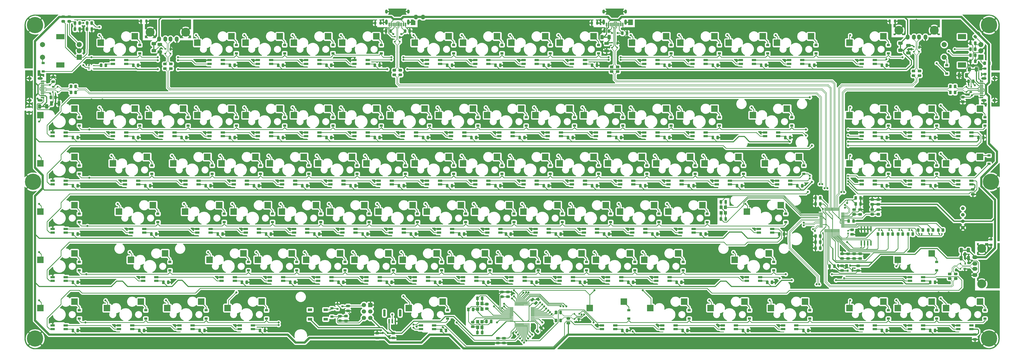
<source format=gbl>
%TF.GenerationSoftware,KiCad,Pcbnew,(5.1.10)-1*%
%TF.CreationDate,2021-10-10T20:15:26-04:00*%
%TF.ProjectId,custom_keyboard,63757374-6f6d-45f6-9b65-79626f617264,rev?*%
%TF.SameCoordinates,Original*%
%TF.FileFunction,Copper,L2,Bot*%
%TF.FilePolarity,Positive*%
%FSLAX46Y46*%
G04 Gerber Fmt 4.6, Leading zero omitted, Abs format (unit mm)*
G04 Created by KiCad (PCBNEW (5.1.10)-1) date 2021-10-10 20:15:26*
%MOMM*%
%LPD*%
G01*
G04 APERTURE LIST*
%TA.AperFunction,SMDPad,CuDef*%
%ADD10R,1.200000X0.900000*%
%TD*%
%TA.AperFunction,ComponentPad*%
%ADD11R,2.000000X2.000000*%
%TD*%
%TA.AperFunction,ComponentPad*%
%ADD12C,2.000000*%
%TD*%
%TA.AperFunction,ComponentPad*%
%ADD13R,3.200000X2.000000*%
%TD*%
%TA.AperFunction,SMDPad,CuDef*%
%ADD14R,0.700000X1.000000*%
%TD*%
%TA.AperFunction,SMDPad,CuDef*%
%ADD15R,0.700000X0.600000*%
%TD*%
%TA.AperFunction,SMDPad,CuDef*%
%ADD16O,0.588000X2.045000*%
%TD*%
%TA.AperFunction,SMDPad,CuDef*%
%ADD17R,0.600000X1.450000*%
%TD*%
%TA.AperFunction,SMDPad,CuDef*%
%ADD18R,0.300000X1.450000*%
%TD*%
%TA.AperFunction,ComponentPad*%
%ADD19O,1.000000X2.100000*%
%TD*%
%TA.AperFunction,ComponentPad*%
%ADD20O,1.000000X1.600000*%
%TD*%
%TA.AperFunction,SMDPad,CuDef*%
%ADD21R,1.200000X1.400000*%
%TD*%
%TA.AperFunction,ComponentPad*%
%ADD22C,3.500000*%
%TD*%
%TA.AperFunction,ComponentPad*%
%ADD23O,1.500000X2.000000*%
%TD*%
%TA.AperFunction,ComponentPad*%
%ADD24O,2.000000X1.500000*%
%TD*%
%TA.AperFunction,SMDPad,CuDef*%
%ADD25R,0.900000X0.800000*%
%TD*%
%TA.AperFunction,SMDPad,CuDef*%
%ADD26R,1.800000X1.100000*%
%TD*%
%TA.AperFunction,SMDPad,CuDef*%
%ADD27R,0.800000X0.900000*%
%TD*%
%TA.AperFunction,SMDPad,CuDef*%
%ADD28R,0.650000X0.400000*%
%TD*%
%TA.AperFunction,SMDPad,CuDef*%
%ADD29R,1.000000X0.700000*%
%TD*%
%TA.AperFunction,SMDPad,CuDef*%
%ADD30R,0.600000X0.700000*%
%TD*%
%TA.AperFunction,SMDPad,CuDef*%
%ADD31R,1.450000X0.600000*%
%TD*%
%TA.AperFunction,SMDPad,CuDef*%
%ADD32R,1.450000X0.300000*%
%TD*%
%TA.AperFunction,ComponentPad*%
%ADD33O,2.100000X1.000000*%
%TD*%
%TA.AperFunction,ComponentPad*%
%ADD34O,1.600000X1.000000*%
%TD*%
%TA.AperFunction,ComponentPad*%
%ADD35C,1.397000*%
%TD*%
%TA.AperFunction,SMDPad,CuDef*%
%ADD36O,0.270000X1.500000*%
%TD*%
%TA.AperFunction,SMDPad,CuDef*%
%ADD37O,1.500000X0.270000*%
%TD*%
%TA.AperFunction,SMDPad,CuDef*%
%ADD38R,1.800000X0.900000*%
%TD*%
%TA.AperFunction,SMDPad,CuDef*%
%ADD39R,2.550000X2.500000*%
%TD*%
%TA.AperFunction,ComponentPad*%
%ADD40C,6.400000*%
%TD*%
%TA.AperFunction,ComponentPad*%
%ADD41R,1.700000X1.700000*%
%TD*%
%TA.AperFunction,ComponentPad*%
%ADD42C,1.700000*%
%TD*%
%TA.AperFunction,ViaPad*%
%ADD43C,0.800000*%
%TD*%
%TA.AperFunction,Conductor*%
%ADD44C,0.250000*%
%TD*%
%TA.AperFunction,Conductor*%
%ADD45C,0.254000*%
%TD*%
%TA.AperFunction,Conductor*%
%ADD46C,0.508000*%
%TD*%
%TA.AperFunction,Conductor*%
%ADD47C,0.812800*%
%TD*%
%TA.AperFunction,Conductor*%
%ADD48C,0.381000*%
%TD*%
%TA.AperFunction,Conductor*%
%ADD49C,0.813000*%
%TD*%
%TA.AperFunction,Conductor*%
%ADD50C,0.200000*%
%TD*%
%TA.AperFunction,Conductor*%
%ADD51C,0.100000*%
%TD*%
G04 APERTURE END LIST*
%TO.P,C34,2*%
%TO.N,GND*%
%TA.AperFunction,SMDPad,CuDef*%
G36*
G01*
X506486900Y-272095401D02*
X506486900Y-270795399D01*
G75*
G02*
X506736899Y-270545400I249999J0D01*
G01*
X507386901Y-270545400D01*
G75*
G02*
X507636900Y-270795399I0J-249999D01*
G01*
X507636900Y-272095401D01*
G75*
G02*
X507386901Y-272345400I-249999J0D01*
G01*
X506736899Y-272345400D01*
G75*
G02*
X506486900Y-272095401I0J249999D01*
G01*
G37*
%TD.AperFunction*%
%TO.P,C34,1*%
%TO.N,+5V*%
%TA.AperFunction,SMDPad,CuDef*%
G36*
G01*
X503536900Y-272095401D02*
X503536900Y-270795399D01*
G75*
G02*
X503786899Y-270545400I249999J0D01*
G01*
X504436901Y-270545400D01*
G75*
G02*
X504686900Y-270795399I0J-249999D01*
G01*
X504686900Y-272095401D01*
G75*
G02*
X504436901Y-272345400I-249999J0D01*
G01*
X503786899Y-272345400D01*
G75*
G02*
X503536900Y-272095401I0J249999D01*
G01*
G37*
%TD.AperFunction*%
%TD*%
%TO.P,C25,2*%
%TO.N,GND*%
%TA.AperFunction,SMDPad,CuDef*%
G36*
G01*
X187456899Y-189403750D02*
X188756901Y-189403750D01*
G75*
G02*
X189006900Y-189653749I0J-249999D01*
G01*
X189006900Y-190303751D01*
G75*
G02*
X188756901Y-190553750I-249999J0D01*
G01*
X187456899Y-190553750D01*
G75*
G02*
X187206900Y-190303751I0J249999D01*
G01*
X187206900Y-189653749D01*
G75*
G02*
X187456899Y-189403750I249999J0D01*
G01*
G37*
%TD.AperFunction*%
%TO.P,C25,1*%
%TO.N,+5V*%
%TA.AperFunction,SMDPad,CuDef*%
G36*
G01*
X187456899Y-186453750D02*
X188756901Y-186453750D01*
G75*
G02*
X189006900Y-186703749I0J-249999D01*
G01*
X189006900Y-187353751D01*
G75*
G02*
X188756901Y-187603750I-249999J0D01*
G01*
X187456899Y-187603750D01*
G75*
G02*
X187206900Y-187353751I0J249999D01*
G01*
X187206900Y-186703749D01*
G75*
G02*
X187456899Y-186453750I249999J0D01*
G01*
G37*
%TD.AperFunction*%
%TD*%
%TO.P,C23,2*%
%TO.N,GND*%
%TA.AperFunction,SMDPad,CuDef*%
G36*
G01*
X147734500Y-210980501D02*
X147734500Y-209680499D01*
G75*
G02*
X147984499Y-209430500I249999J0D01*
G01*
X148634501Y-209430500D01*
G75*
G02*
X148884500Y-209680499I0J-249999D01*
G01*
X148884500Y-210980501D01*
G75*
G02*
X148634501Y-211230500I-249999J0D01*
G01*
X147984499Y-211230500D01*
G75*
G02*
X147734500Y-210980501I0J249999D01*
G01*
G37*
%TD.AperFunction*%
%TO.P,C23,1*%
%TO.N,+5V*%
%TA.AperFunction,SMDPad,CuDef*%
G36*
G01*
X144784500Y-210980501D02*
X144784500Y-209680499D01*
G75*
G02*
X145034499Y-209430500I249999J0D01*
G01*
X145684501Y-209430500D01*
G75*
G02*
X145934500Y-209680499I0J-249999D01*
G01*
X145934500Y-210980501D01*
G75*
G02*
X145684501Y-211230500I-249999J0D01*
G01*
X145034499Y-211230500D01*
G75*
G02*
X144784500Y-210980501I0J249999D01*
G01*
G37*
%TD.AperFunction*%
%TD*%
%TO.P,C13,2*%
%TO.N,GND*%
%TA.AperFunction,SMDPad,CuDef*%
G36*
G01*
X482713299Y-189800600D02*
X484013301Y-189800600D01*
G75*
G02*
X484263300Y-190050599I0J-249999D01*
G01*
X484263300Y-190700601D01*
G75*
G02*
X484013301Y-190950600I-249999J0D01*
G01*
X482713299Y-190950600D01*
G75*
G02*
X482463300Y-190700601I0J249999D01*
G01*
X482463300Y-190050599D01*
G75*
G02*
X482713299Y-189800600I249999J0D01*
G01*
G37*
%TD.AperFunction*%
%TO.P,C13,1*%
%TO.N,+5V*%
%TA.AperFunction,SMDPad,CuDef*%
G36*
G01*
X482713299Y-186850600D02*
X484013301Y-186850600D01*
G75*
G02*
X484263300Y-187100599I0J-249999D01*
G01*
X484263300Y-187750601D01*
G75*
G02*
X484013301Y-188000600I-249999J0D01*
G01*
X482713299Y-188000600D01*
G75*
G02*
X482463300Y-187750601I0J249999D01*
G01*
X482463300Y-187100599D01*
G75*
G02*
X482713299Y-186850600I249999J0D01*
G01*
G37*
%TD.AperFunction*%
%TD*%
%TO.P,C10,2*%
%TO.N,GND*%
%TA.AperFunction,SMDPad,CuDef*%
G36*
G01*
X503893200Y-198568699D02*
X503893200Y-199868701D01*
G75*
G02*
X503643201Y-200118700I-249999J0D01*
G01*
X502993199Y-200118700D01*
G75*
G02*
X502743200Y-199868701I0J249999D01*
G01*
X502743200Y-198568699D01*
G75*
G02*
X502993199Y-198318700I249999J0D01*
G01*
X503643201Y-198318700D01*
G75*
G02*
X503893200Y-198568699I0J-249999D01*
G01*
G37*
%TD.AperFunction*%
%TO.P,C10,1*%
%TO.N,+5V*%
%TA.AperFunction,SMDPad,CuDef*%
G36*
G01*
X506843200Y-198568699D02*
X506843200Y-199868701D01*
G75*
G02*
X506593201Y-200118700I-249999J0D01*
G01*
X505943199Y-200118700D01*
G75*
G02*
X505693200Y-199868701I0J249999D01*
G01*
X505693200Y-198568699D01*
G75*
G02*
X505943199Y-198318700I249999J0D01*
G01*
X506593201Y-198318700D01*
G75*
G02*
X506843200Y-198568699I0J-249999D01*
G01*
G37*
%TD.AperFunction*%
%TD*%
%TO.P,C2,2*%
%TO.N,GND*%
%TA.AperFunction,SMDPad,CuDef*%
G36*
G01*
X363658299Y-189006900D02*
X364958301Y-189006900D01*
G75*
G02*
X365208300Y-189256899I0J-249999D01*
G01*
X365208300Y-189906901D01*
G75*
G02*
X364958301Y-190156900I-249999J0D01*
G01*
X363658299Y-190156900D01*
G75*
G02*
X363408300Y-189906901I0J249999D01*
G01*
X363408300Y-189256899D01*
G75*
G02*
X363658299Y-189006900I249999J0D01*
G01*
G37*
%TD.AperFunction*%
%TO.P,C2,1*%
%TO.N,+5V*%
%TA.AperFunction,SMDPad,CuDef*%
G36*
G01*
X363658299Y-186056900D02*
X364958301Y-186056900D01*
G75*
G02*
X365208300Y-186306899I0J-249999D01*
G01*
X365208300Y-186956901D01*
G75*
G02*
X364958301Y-187206900I-249999J0D01*
G01*
X363658299Y-187206900D01*
G75*
G02*
X363408300Y-186956901I0J249999D01*
G01*
X363408300Y-186306899D01*
G75*
G02*
X363658299Y-186056900I249999J0D01*
G01*
G37*
%TD.AperFunction*%
%TD*%
%TO.P,C7,2*%
%TO.N,Net-(C7-Pad2)*%
%TA.AperFunction,SMDPad,CuDef*%
G36*
G01*
X509211700Y-194137800D02*
X509211700Y-193187800D01*
G75*
G02*
X509461700Y-192937800I250000J0D01*
G01*
X509961700Y-192937800D01*
G75*
G02*
X510211700Y-193187800I0J-250000D01*
G01*
X510211700Y-194137800D01*
G75*
G02*
X509961700Y-194387800I-250000J0D01*
G01*
X509461700Y-194387800D01*
G75*
G02*
X509211700Y-194137800I0J250000D01*
G01*
G37*
%TD.AperFunction*%
%TO.P,C7,1*%
%TO.N,GND*%
%TA.AperFunction,SMDPad,CuDef*%
G36*
G01*
X507311700Y-194137800D02*
X507311700Y-193187800D01*
G75*
G02*
X507561700Y-192937800I250000J0D01*
G01*
X508061700Y-192937800D01*
G75*
G02*
X508311700Y-193187800I0J-250000D01*
G01*
X508311700Y-194137800D01*
G75*
G02*
X508061700Y-194387800I-250000J0D01*
G01*
X507561700Y-194387800D01*
G75*
G02*
X507311700Y-194137800I0J250000D01*
G01*
G37*
%TD.AperFunction*%
%TD*%
%TO.P,C8,2*%
%TO.N,GND*%
%TA.AperFunction,SMDPad,CuDef*%
G36*
G01*
X508311700Y-186044500D02*
X508311700Y-186994500D01*
G75*
G02*
X508061700Y-187244500I-250000J0D01*
G01*
X507561700Y-187244500D01*
G75*
G02*
X507311700Y-186994500I0J250000D01*
G01*
X507311700Y-186044500D01*
G75*
G02*
X507561700Y-185794500I250000J0D01*
G01*
X508061700Y-185794500D01*
G75*
G02*
X508311700Y-186044500I0J-250000D01*
G01*
G37*
%TD.AperFunction*%
%TO.P,C8,1*%
%TO.N,Net-(C8-Pad1)*%
%TA.AperFunction,SMDPad,CuDef*%
G36*
G01*
X510211700Y-186044500D02*
X510211700Y-186994500D01*
G75*
G02*
X509961700Y-187244500I-250000J0D01*
G01*
X509461700Y-187244500D01*
G75*
G02*
X509211700Y-186994500I0J250000D01*
G01*
X509211700Y-186044500D01*
G75*
G02*
X509461700Y-185794500I250000J0D01*
G01*
X509961700Y-185794500D01*
G75*
G02*
X510211700Y-186044500I0J-250000D01*
G01*
G37*
%TD.AperFunction*%
%TD*%
%TO.P,C1,2*%
%TO.N,KEYBOARD_XTAL1*%
%TA.AperFunction,SMDPad,CuDef*%
G36*
G01*
X311183550Y-292159750D02*
X311183550Y-291209750D01*
G75*
G02*
X311433550Y-290959750I250000J0D01*
G01*
X311933550Y-290959750D01*
G75*
G02*
X312183550Y-291209750I0J-250000D01*
G01*
X312183550Y-292159750D01*
G75*
G02*
X311933550Y-292409750I-250000J0D01*
G01*
X311433550Y-292409750D01*
G75*
G02*
X311183550Y-292159750I0J250000D01*
G01*
G37*
%TD.AperFunction*%
%TO.P,C1,1*%
%TO.N,GND*%
%TA.AperFunction,SMDPad,CuDef*%
G36*
G01*
X309283550Y-292159750D02*
X309283550Y-291209750D01*
G75*
G02*
X309533550Y-290959750I250000J0D01*
G01*
X310033550Y-290959750D01*
G75*
G02*
X310283550Y-291209750I0J-250000D01*
G01*
X310283550Y-292159750D01*
G75*
G02*
X310033550Y-292409750I-250000J0D01*
G01*
X309533550Y-292409750D01*
G75*
G02*
X309283550Y-292159750I0J250000D01*
G01*
G37*
%TD.AperFunction*%
%TD*%
%TO.P,C3,2*%
%TO.N,Net-(C3-Pad2)*%
%TA.AperFunction,SMDPad,CuDef*%
G36*
G01*
X314755200Y-287794400D02*
X314755200Y-286844400D01*
G75*
G02*
X315005200Y-286594400I250000J0D01*
G01*
X315505200Y-286594400D01*
G75*
G02*
X315755200Y-286844400I0J-250000D01*
G01*
X315755200Y-287794400D01*
G75*
G02*
X315505200Y-288044400I-250000J0D01*
G01*
X315005200Y-288044400D01*
G75*
G02*
X314755200Y-287794400I0J250000D01*
G01*
G37*
%TD.AperFunction*%
%TO.P,C3,1*%
%TO.N,GND*%
%TA.AperFunction,SMDPad,CuDef*%
G36*
G01*
X312855200Y-287794400D02*
X312855200Y-286844400D01*
G75*
G02*
X313105200Y-286594400I250000J0D01*
G01*
X313605200Y-286594400D01*
G75*
G02*
X313855200Y-286844400I0J-250000D01*
G01*
X313855200Y-287794400D01*
G75*
G02*
X313605200Y-288044400I-250000J0D01*
G01*
X313105200Y-288044400D01*
G75*
G02*
X312855200Y-287794400I0J250000D01*
G01*
G37*
%TD.AperFunction*%
%TD*%
%TO.P,C37,2*%
%TO.N,GND*%
%TA.AperFunction,SMDPad,CuDef*%
G36*
G01*
X464789500Y-270201700D02*
X463839500Y-270201700D01*
G75*
G02*
X463589500Y-269951700I0J250000D01*
G01*
X463589500Y-269451700D01*
G75*
G02*
X463839500Y-269201700I250000J0D01*
G01*
X464789500Y-269201700D01*
G75*
G02*
X465039500Y-269451700I0J-250000D01*
G01*
X465039500Y-269951700D01*
G75*
G02*
X464789500Y-270201700I-250000J0D01*
G01*
G37*
%TD.AperFunction*%
%TO.P,C37,1*%
%TO.N,+1V8*%
%TA.AperFunction,SMDPad,CuDef*%
G36*
G01*
X464789500Y-272101700D02*
X463839500Y-272101700D01*
G75*
G02*
X463589500Y-271851700I0J250000D01*
G01*
X463589500Y-271351700D01*
G75*
G02*
X463839500Y-271101700I250000J0D01*
G01*
X464789500Y-271101700D01*
G75*
G02*
X465039500Y-271351700I0J-250000D01*
G01*
X465039500Y-271851700D01*
G75*
G02*
X464789500Y-272101700I-250000J0D01*
G01*
G37*
%TD.AperFunction*%
%TD*%
%TO.P,C11,2*%
%TO.N,+5V*%
%TA.AperFunction,SMDPad,CuDef*%
G36*
G01*
X468601700Y-249671800D02*
X469551700Y-249671800D01*
G75*
G02*
X469801700Y-249921800I0J-250000D01*
G01*
X469801700Y-250421800D01*
G75*
G02*
X469551700Y-250671800I-250000J0D01*
G01*
X468601700Y-250671800D01*
G75*
G02*
X468351700Y-250421800I0J250000D01*
G01*
X468351700Y-249921800D01*
G75*
G02*
X468601700Y-249671800I250000J0D01*
G01*
G37*
%TD.AperFunction*%
%TO.P,C11,1*%
%TO.N,GND*%
%TA.AperFunction,SMDPad,CuDef*%
G36*
G01*
X468601700Y-247771800D02*
X469551700Y-247771800D01*
G75*
G02*
X469801700Y-248021800I0J-250000D01*
G01*
X469801700Y-248521800D01*
G75*
G02*
X469551700Y-248771800I-250000J0D01*
G01*
X468601700Y-248771800D01*
G75*
G02*
X468351700Y-248521800I0J250000D01*
G01*
X468351700Y-248021800D01*
G75*
G02*
X468601700Y-247771800I250000J0D01*
G01*
G37*
%TD.AperFunction*%
%TD*%
%TO.P,C32,2*%
%TO.N,HUB_XIN*%
%TA.AperFunction,SMDPad,CuDef*%
G36*
G01*
X409892900Y-255493250D02*
X409892900Y-256443250D01*
G75*
G02*
X409642900Y-256693250I-250000J0D01*
G01*
X409142900Y-256693250D01*
G75*
G02*
X408892900Y-256443250I0J250000D01*
G01*
X408892900Y-255493250D01*
G75*
G02*
X409142900Y-255243250I250000J0D01*
G01*
X409642900Y-255243250D01*
G75*
G02*
X409892900Y-255493250I0J-250000D01*
G01*
G37*
%TD.AperFunction*%
%TO.P,C32,1*%
%TO.N,GND*%
%TA.AperFunction,SMDPad,CuDef*%
G36*
G01*
X411792900Y-255493250D02*
X411792900Y-256443250D01*
G75*
G02*
X411542900Y-256693250I-250000J0D01*
G01*
X411042900Y-256693250D01*
G75*
G02*
X410792900Y-256443250I0J250000D01*
G01*
X410792900Y-255493250D01*
G75*
G02*
X411042900Y-255243250I250000J0D01*
G01*
X411542900Y-255243250D01*
G75*
G02*
X411792900Y-255493250I0J-250000D01*
G01*
G37*
%TD.AperFunction*%
%TD*%
%TO.P,C33,2*%
%TO.N,HUB_XOUT*%
%TA.AperFunction,SMDPad,CuDef*%
G36*
G01*
X410792900Y-249696800D02*
X410792900Y-248746800D01*
G75*
G02*
X411042900Y-248496800I250000J0D01*
G01*
X411542900Y-248496800D01*
G75*
G02*
X411792900Y-248746800I0J-250000D01*
G01*
X411792900Y-249696800D01*
G75*
G02*
X411542900Y-249946800I-250000J0D01*
G01*
X411042900Y-249946800D01*
G75*
G02*
X410792900Y-249696800I0J250000D01*
G01*
G37*
%TD.AperFunction*%
%TO.P,C33,1*%
%TO.N,GND*%
%TA.AperFunction,SMDPad,CuDef*%
G36*
G01*
X408892900Y-249696800D02*
X408892900Y-248746800D01*
G75*
G02*
X409142900Y-248496800I250000J0D01*
G01*
X409642900Y-248496800D01*
G75*
G02*
X409892900Y-248746800I0J-250000D01*
G01*
X409892900Y-249696800D01*
G75*
G02*
X409642900Y-249946800I-250000J0D01*
G01*
X409142900Y-249946800D01*
G75*
G02*
X408892900Y-249696800I0J250000D01*
G01*
G37*
%TD.AperFunction*%
%TD*%
%TO.P,D10,2*%
%TO.N,HUB_DRV*%
%TA.AperFunction,SMDPad,CuDef*%
G36*
G01*
X459379800Y-261317300D02*
X459724800Y-261317300D01*
G75*
G02*
X459872300Y-261464800I0J-147500D01*
G01*
X459872300Y-261759800D01*
G75*
G02*
X459724800Y-261907300I-147500J0D01*
G01*
X459379800Y-261907300D01*
G75*
G02*
X459232300Y-261759800I0J147500D01*
G01*
X459232300Y-261464800D01*
G75*
G02*
X459379800Y-261317300I147500J0D01*
G01*
G37*
%TD.AperFunction*%
%TO.P,D10,1*%
%TO.N,Net-(D10-Pad1)*%
%TA.AperFunction,SMDPad,CuDef*%
G36*
G01*
X459379800Y-260347300D02*
X459724800Y-260347300D01*
G75*
G02*
X459872300Y-260494800I0J-147500D01*
G01*
X459872300Y-260789800D01*
G75*
G02*
X459724800Y-260937300I-147500J0D01*
G01*
X459379800Y-260937300D01*
G75*
G02*
X459232300Y-260789800I0J147500D01*
G01*
X459232300Y-260494800D01*
G75*
G02*
X459379800Y-260347300I147500J0D01*
G01*
G37*
%TD.AperFunction*%
%TD*%
D10*
%TO.P,KD15,2*%
%TO.N,Net-(KD15-Pad2)*%
X156358900Y-215761200D03*
%TO.P,KD15,1*%
%TO.N,ROW1*%
X156358900Y-219061200D03*
%TD*%
%TO.P,KD33,2*%
%TO.N,Net-(KD33-Pad2)*%
X156358900Y-234810000D03*
%TO.P,KD33,1*%
%TO.N,ROW2*%
X156358900Y-238110000D03*
%TD*%
%TO.P,KD51,2*%
%TO.N,Net-(KD51-Pad2)*%
X156358900Y-253921400D03*
%TO.P,KD51,1*%
%TO.N,ROW3*%
X156358900Y-257221400D03*
%TD*%
%TO.P,KD65,2*%
%TO.N,Net-(KD65-Pad2)*%
X156358900Y-272970200D03*
%TO.P,KD65,1*%
%TO.N,ROW4*%
X156358900Y-276270200D03*
%TD*%
%TO.P,KD80,2*%
%TO.N,Net-(KD80-Pad2)*%
X182551000Y-292019000D03*
%TO.P,KD80,1*%
%TO.N,ROW5*%
X182551000Y-295319000D03*
%TD*%
%TO.P,KD1,2*%
%TO.N,Net-(KD1-Pad2)*%
X180169900Y-187250600D03*
%TO.P,KD1,1*%
%TO.N,ROT1_ROW*%
X180169900Y-190550600D03*
%TD*%
%TO.P,KD16,2*%
%TO.N,Net-(KD16-Pad2)*%
X180169900Y-215823800D03*
%TO.P,KD16,1*%
%TO.N,ROW1*%
X180169900Y-219123800D03*
%TD*%
%TO.P,KD34,2*%
%TO.N,Net-(KD34-Pad2)*%
X184932100Y-234872600D03*
%TO.P,KD34,1*%
%TO.N,ROW2*%
X184932100Y-238172600D03*
%TD*%
%TO.P,KD52,2*%
%TO.N,Net-(KD52-Pad2)*%
X187313200Y-253921400D03*
%TO.P,KD52,1*%
%TO.N,ROW3*%
X187313200Y-257221400D03*
%TD*%
%TO.P,KD79,2*%
%TO.N,Net-(KD79-Pad2)*%
X156358900Y-291956400D03*
%TO.P,KD79,1*%
%TO.N,ROW5*%
X156358900Y-295256400D03*
%TD*%
%TO.P,KD2,2*%
%TO.N,Net-(KD2-Pad2)*%
X218267500Y-187250600D03*
%TO.P,KD2,1*%
%TO.N,ROT1_ROW*%
X218267500Y-190550600D03*
%TD*%
%TO.P,KD18,2*%
%TO.N,Net-(KD18-Pad2)*%
X218267500Y-215823800D03*
%TO.P,KD18,1*%
%TO.N,ROW1*%
X218267500Y-219123800D03*
%TD*%
%TO.P,KD36,2*%
%TO.N,Net-(KD36-Pad2)*%
X227791900Y-234872600D03*
%TO.P,KD36,1*%
%TO.N,ROW2*%
X227791900Y-238172600D03*
%TD*%
%TO.P,KD54,2*%
%TO.N,Net-(KD54-Pad2)*%
X232554100Y-253921400D03*
%TO.P,KD54,1*%
%TO.N,ROW3*%
X232554100Y-257221400D03*
%TD*%
%TO.P,KD67,2*%
%TO.N,Net-(KD67-Pad2)*%
X223029700Y-272970200D03*
%TO.P,KD67,1*%
%TO.N,ROW4*%
X223029700Y-276270200D03*
%TD*%
%TO.P,KD82,2*%
%TO.N,Net-(KD82-Pad2)*%
X230173000Y-292019000D03*
%TO.P,KD82,1*%
%TO.N,ROW5*%
X230173000Y-295319000D03*
%TD*%
%TO.P,KD17,2*%
%TO.N,Net-(KD17-Pad2)*%
X199218700Y-215823800D03*
%TO.P,KD17,1*%
%TO.N,ROW1*%
X199218700Y-219123800D03*
%TD*%
%TO.P,KD35,2*%
%TO.N,Net-(KD35-Pad2)*%
X208743100Y-234872600D03*
%TO.P,KD35,1*%
%TO.N,ROW2*%
X208743100Y-238172600D03*
%TD*%
%TO.P,KD53,2*%
%TO.N,Net-(KD53-Pad2)*%
X213505300Y-253921400D03*
%TO.P,KD53,1*%
%TO.N,ROW3*%
X213505300Y-257221400D03*
%TD*%
%TO.P,KD66,2*%
%TO.N,Net-(KD66-Pad2)*%
X192075400Y-272970200D03*
%TO.P,KD66,1*%
%TO.N,ROW4*%
X192075400Y-276270200D03*
%TD*%
%TO.P,KD81,2*%
%TO.N,Net-(KD81-Pad2)*%
X206362000Y-292019000D03*
%TO.P,KD81,1*%
%TO.N,ROW5*%
X206362000Y-295319000D03*
%TD*%
%TO.P,KD3,2*%
%TO.N,Net-(KD3-Pad2)*%
X237316300Y-187250600D03*
%TO.P,KD3,1*%
%TO.N,ROT1_ROW*%
X237316300Y-190550600D03*
%TD*%
%TO.P,KD19,2*%
%TO.N,Net-(KD19-Pad2)*%
X237316300Y-215823800D03*
%TO.P,KD19,1*%
%TO.N,ROW1*%
X237316300Y-219123800D03*
%TD*%
%TO.P,KD37,2*%
%TO.N,Net-(KD37-Pad2)*%
X246840700Y-234872600D03*
%TO.P,KD37,1*%
%TO.N,ROW2*%
X246840700Y-238172600D03*
%TD*%
%TO.P,KD55,2*%
%TO.N,Net-(KD55-Pad2)*%
X251602900Y-253921400D03*
%TO.P,KD55,1*%
%TO.N,ROW3*%
X251602900Y-257221400D03*
%TD*%
%TO.P,KD68,2*%
%TO.N,Net-(KD68-Pad2)*%
X242078500Y-272970200D03*
%TO.P,KD68,1*%
%TO.N,ROW4*%
X242078500Y-276270200D03*
%TD*%
%TO.P,KD70,2*%
%TO.N,Net-(KD70-Pad2)*%
X280176100Y-272970200D03*
%TO.P,KD70,1*%
%TO.N,ROW4*%
X280176100Y-276270200D03*
%TD*%
%TO.P,KD4,2*%
%TO.N,Net-(KD4-Pad2)*%
X256365100Y-187250600D03*
%TO.P,KD4,1*%
%TO.N,ROT1_ROW*%
X256365100Y-190550600D03*
%TD*%
%TO.P,KD20,2*%
%TO.N,Net-(KD20-Pad2)*%
X256365100Y-215823800D03*
%TO.P,KD20,1*%
%TO.N,ROW1*%
X256365100Y-219123800D03*
%TD*%
%TO.P,KD38,2*%
%TO.N,Net-(KD38-Pad2)*%
X265889500Y-234872600D03*
%TO.P,KD38,1*%
%TO.N,ROW2*%
X265889500Y-238172600D03*
%TD*%
%TO.P,KD56,2*%
%TO.N,Net-(KD56-Pad2)*%
X270651700Y-253921400D03*
%TO.P,KD56,1*%
%TO.N,ROW3*%
X270651700Y-257221400D03*
%TD*%
%TO.P,KD69,2*%
%TO.N,Net-(KD69-Pad2)*%
X261127300Y-272970200D03*
%TO.P,KD69,1*%
%TO.N,ROW4*%
X261127300Y-276270200D03*
%TD*%
%TO.P,KD5,2*%
%TO.N,Net-(KD5-Pad2)*%
X275413900Y-187250600D03*
%TO.P,KD5,1*%
%TO.N,ROT1_ROW*%
X275413900Y-190550600D03*
%TD*%
%TO.P,KD21,2*%
%TO.N,Net-(KD21-Pad2)*%
X275413900Y-215823800D03*
%TO.P,KD21,1*%
%TO.N,ROW1*%
X275413900Y-219123800D03*
%TD*%
%TO.P,KD39,2*%
%TO.N,Net-(KD39-Pad2)*%
X284938300Y-234872600D03*
%TO.P,KD39,1*%
%TO.N,ROW2*%
X284938300Y-238172600D03*
%TD*%
%TO.P,KD57,2*%
%TO.N,Net-(KD57-Pad2)*%
X289700500Y-253921400D03*
%TO.P,KD57,1*%
%TO.N,ROW3*%
X289700500Y-257221400D03*
%TD*%
%TO.P,KD71,2*%
%TO.N,Net-(KD71-Pad2)*%
X299224900Y-272970200D03*
%TO.P,KD71,1*%
%TO.N,ROW4*%
X299224900Y-276270200D03*
%TD*%
%TO.P,KD83,2*%
%TO.N,Net-(KD83-Pad2)*%
X301606000Y-292019000D03*
%TO.P,KD83,1*%
%TO.N,ROW5*%
X301606000Y-295319000D03*
%TD*%
%TO.P,KD6,2*%
%TO.N,Net-(KD6-Pad2)*%
X303987100Y-187250600D03*
%TO.P,KD6,1*%
%TO.N,ROT1_ROW*%
X303987100Y-190550600D03*
%TD*%
%TO.P,KD22,2*%
%TO.N,Net-(KD22-Pad2)*%
X294462700Y-215823800D03*
%TO.P,KD22,1*%
%TO.N,ROW1*%
X294462700Y-219123800D03*
%TD*%
%TO.P,KD40,2*%
%TO.N,Net-(KD40-Pad2)*%
X303987100Y-234872600D03*
%TO.P,KD40,1*%
%TO.N,ROW2*%
X303987100Y-238172600D03*
%TD*%
%TO.P,KD58,2*%
%TO.N,Net-(KD58-Pad2)*%
X308749300Y-253921400D03*
%TO.P,KD58,1*%
%TO.N,ROW3*%
X308749300Y-257221400D03*
%TD*%
%TO.P,KD72,2*%
%TO.N,Net-(KD72-Pad2)*%
X318273700Y-272970200D03*
%TO.P,KD72,1*%
%TO.N,ROW4*%
X318273700Y-276270200D03*
%TD*%
%TO.P,KD7,2*%
%TO.N,Net-(KD7-Pad2)*%
X323035900Y-187250600D03*
%TO.P,KD7,1*%
%TO.N,ROT1_ROW*%
X323035900Y-190550600D03*
%TD*%
%TO.P,KD23,2*%
%TO.N,Net-(KD23-Pad2)*%
X313511500Y-215823800D03*
%TO.P,KD23,1*%
%TO.N,ROW1*%
X313511500Y-219123800D03*
%TD*%
%TO.P,KD41,2*%
%TO.N,Net-(KD41-Pad2)*%
X323035900Y-234872600D03*
%TO.P,KD41,1*%
%TO.N,ROW2*%
X323035900Y-238172600D03*
%TD*%
%TO.P,KD59,2*%
%TO.N,Net-(KD59-Pad2)*%
X327798100Y-253921400D03*
%TO.P,KD59,1*%
%TO.N,ROW3*%
X327798100Y-257221400D03*
%TD*%
%TO.P,KD73,2*%
%TO.N,Net-(KD73-Pad2)*%
X337322500Y-272970200D03*
%TO.P,KD73,1*%
%TO.N,ROW4*%
X337322500Y-276270200D03*
%TD*%
%TO.P,KD8,2*%
%TO.N,Net-(KD8-Pad2)*%
X342084700Y-187250600D03*
%TO.P,KD8,1*%
%TO.N,ROT1_ROW*%
X342084700Y-190550600D03*
%TD*%
%TO.P,KD24,2*%
%TO.N,Net-(KD24-Pad2)*%
X332560300Y-215823800D03*
%TO.P,KD24,1*%
%TO.N,ROW1*%
X332560300Y-219123800D03*
%TD*%
%TO.P,KD42,2*%
%TO.N,Net-(KD42-Pad2)*%
X342084700Y-234872600D03*
%TO.P,KD42,1*%
%TO.N,ROW2*%
X342084700Y-238172600D03*
%TD*%
%TO.P,KD60,2*%
%TO.N,Net-(KD60-Pad2)*%
X346846900Y-253921400D03*
%TO.P,KD60,1*%
%TO.N,ROW3*%
X346846900Y-257221400D03*
%TD*%
%TO.P,KD74,2*%
%TO.N,Net-(KD74-Pad2)*%
X356371300Y-272970200D03*
%TO.P,KD74,1*%
%TO.N,ROW4*%
X356371300Y-276270200D03*
%TD*%
%TO.P,KD9,2*%
%TO.N,Net-(KD9-Pad2)*%
X361133500Y-187250600D03*
%TO.P,KD9,1*%
%TO.N,ROT1_ROW*%
X361133500Y-190550600D03*
%TD*%
%TO.P,KD25,2*%
%TO.N,Net-(KD25-Pad2)*%
X351609100Y-215823800D03*
%TO.P,KD25,1*%
%TO.N,ROW1*%
X351609100Y-219123800D03*
%TD*%
%TO.P,KD43,2*%
%TO.N,Net-(KD43-Pad2)*%
X361133500Y-234872600D03*
%TO.P,KD43,1*%
%TO.N,ROW2*%
X361133500Y-238172600D03*
%TD*%
%TO.P,KD61,2*%
%TO.N,Net-(KD61-Pad2)*%
X365895700Y-253921400D03*
%TO.P,KD61,1*%
%TO.N,ROW3*%
X365895700Y-257221400D03*
%TD*%
%TO.P,KD75,2*%
%TO.N,Net-(KD75-Pad2)*%
X375420100Y-272970200D03*
%TO.P,KD75,1*%
%TO.N,ROW4*%
X375420100Y-276270200D03*
%TD*%
%TO.P,KD84,2*%
%TO.N,Net-(KD84-Pad2)*%
X373039000Y-292019000D03*
%TO.P,KD84,1*%
%TO.N,ROW5*%
X373039000Y-295319000D03*
%TD*%
%TO.P,KD10,2*%
%TO.N,Net-(KD10-Pad2)*%
X389706700Y-187250600D03*
%TO.P,KD10,1*%
%TO.N,ROT1_ROW*%
X389706700Y-190550600D03*
%TD*%
%TO.P,KD26,2*%
%TO.N,Net-(KD26-Pad2)*%
X370657900Y-215823800D03*
%TO.P,KD26,1*%
%TO.N,ROW1*%
X370657900Y-219123800D03*
%TD*%
%TO.P,KD44,2*%
%TO.N,Net-(KD44-Pad2)*%
X380182300Y-234872600D03*
%TO.P,KD44,1*%
%TO.N,ROW2*%
X380182300Y-238172600D03*
%TD*%
%TO.P,KD62,2*%
%TO.N,Net-(KD62-Pad2)*%
X384944500Y-253921400D03*
%TO.P,KD62,1*%
%TO.N,ROW3*%
X384944500Y-257221400D03*
%TD*%
%TO.P,KD76,2*%
%TO.N,Net-(KD76-Pad2)*%
X394468900Y-272970200D03*
%TO.P,KD76,1*%
%TO.N,ROW4*%
X394468900Y-276270200D03*
%TD*%
%TO.P,KD11,2*%
%TO.N,Net-(KD11-Pad2)*%
X408755500Y-187250600D03*
%TO.P,KD11,1*%
%TO.N,ROT1_ROW*%
X408755500Y-190550600D03*
%TD*%
%TO.P,KD27,2*%
%TO.N,Net-(KD27-Pad2)*%
X389706700Y-215823800D03*
%TO.P,KD27,1*%
%TO.N,ROW1*%
X389706700Y-219123800D03*
%TD*%
%TO.P,KD45,2*%
%TO.N,Net-(KD45-Pad2)*%
X399231100Y-234872600D03*
%TO.P,KD45,1*%
%TO.N,ROW2*%
X399231100Y-238172600D03*
%TD*%
%TO.P,KD63,2*%
%TO.N,Net-(KD63-Pad2)*%
X403993300Y-253921400D03*
%TO.P,KD63,1*%
%TO.N,ROW3*%
X403993300Y-257221400D03*
%TD*%
%TO.P,KD85,2*%
%TO.N,Net-(KD85-Pad2)*%
X396850000Y-292019000D03*
%TO.P,KD85,1*%
%TO.N,ROW5*%
X396850000Y-295319000D03*
%TD*%
%TO.P,KD86,2*%
%TO.N,Net-(KD86-Pad2)*%
X420661000Y-292019000D03*
%TO.P,KD86,1*%
%TO.N,ROW5*%
X420661000Y-295319000D03*
%TD*%
%TO.P,KD12,2*%
%TO.N,Net-(KD12-Pad2)*%
X427804300Y-187250600D03*
%TO.P,KD12,1*%
%TO.N,ROT1_ROW*%
X427804300Y-190550600D03*
%TD*%
%TO.P,KD28,2*%
%TO.N,Net-(KD28-Pad2)*%
X408755500Y-215823800D03*
%TO.P,KD28,1*%
%TO.N,ROW1*%
X408755500Y-219123800D03*
%TD*%
%TO.P,KD46,2*%
%TO.N,Net-(KD46-Pad2)*%
X418279900Y-234872600D03*
%TO.P,KD46,1*%
%TO.N,ROW2*%
X418279900Y-238172600D03*
%TD*%
%TO.P,KD87,2*%
%TO.N,Net-(KD87-Pad2)*%
X444472000Y-292019000D03*
%TO.P,KD87,1*%
%TO.N,ROW5*%
X444472000Y-295319000D03*
%TD*%
%TO.P,KD13,2*%
%TO.N,Net-(KD13-Pad2)*%
X446853100Y-187250600D03*
%TO.P,KD13,1*%
%TO.N,ROT1_ROW*%
X446853100Y-190550600D03*
%TD*%
%TO.P,KD29,2*%
%TO.N,Net-(KD29-Pad2)*%
X437328700Y-215823800D03*
%TO.P,KD29,1*%
%TO.N,ROW1*%
X437328700Y-219123800D03*
%TD*%
%TO.P,KD47,2*%
%TO.N,Net-(KD47-Pad2)*%
X442090900Y-234872600D03*
%TO.P,KD47,1*%
%TO.N,ROW2*%
X442090900Y-238172600D03*
%TD*%
%TO.P,KD64,2*%
%TO.N,Net-(KD64-Pad2)*%
X434947600Y-253921400D03*
%TO.P,KD64,1*%
%TO.N,ROW3*%
X434947600Y-257221400D03*
%TD*%
%TO.P,KD77,2*%
%TO.N,Net-(KD77-Pad2)*%
X430185400Y-272970200D03*
%TO.P,KD77,1*%
%TO.N,ROW4*%
X430185400Y-276270200D03*
%TD*%
%TO.P,KD88,2*%
%TO.N,Net-(KD88-Pad2)*%
X475426300Y-292019000D03*
%TO.P,KD88,1*%
%TO.N,ROW5*%
X475426300Y-295319000D03*
%TD*%
%TO.P,KD14,2*%
%TO.N,Net-(KD14-Pad2)*%
X475426300Y-187250600D03*
%TO.P,KD14,1*%
%TO.N,ROT1_ROW*%
X475426300Y-190550600D03*
%TD*%
%TO.P,KD30,2*%
%TO.N,Net-(KD30-Pad2)*%
X475426300Y-215823800D03*
%TO.P,KD30,1*%
%TO.N,ROW1*%
X475426300Y-219123800D03*
%TD*%
%TO.P,KD48,2*%
%TO.N,Net-(KD48-Pad2)*%
X475426300Y-234872600D03*
%TO.P,KD48,1*%
%TO.N,ROW2*%
X475426300Y-238172600D03*
%TD*%
%TO.P,KD31,2*%
%TO.N,Net-(KD31-Pad2)*%
X494475100Y-215823800D03*
%TO.P,KD31,1*%
%TO.N,ROW1*%
X494475100Y-219123800D03*
%TD*%
%TO.P,KD49,2*%
%TO.N,Net-(KD49-Pad2)*%
X494475100Y-234872600D03*
%TO.P,KD49,1*%
%TO.N,ROW2*%
X494475100Y-238172600D03*
%TD*%
%TO.P,KD78,2*%
%TO.N,Net-(KD78-Pad2)*%
X494475100Y-272970200D03*
%TO.P,KD78,1*%
%TO.N,ROW4*%
X494475100Y-276270200D03*
%TD*%
%TO.P,KD89,2*%
%TO.N,Net-(KD89-Pad2)*%
X494475100Y-292019000D03*
%TO.P,KD89,1*%
%TO.N,ROW5*%
X494475100Y-295319000D03*
%TD*%
%TO.P,KD32,2*%
%TO.N,Net-(KD32-Pad2)*%
X513523900Y-215823800D03*
%TO.P,KD32,1*%
%TO.N,ROW1*%
X513523900Y-219123800D03*
%TD*%
%TO.P,KD50,2*%
%TO.N,Net-(KD50-Pad2)*%
X515111300Y-230904100D03*
%TO.P,KD50,1*%
%TO.N,ROW2*%
X515111300Y-234204100D03*
%TD*%
%TO.P,KD90,2*%
%TO.N,Net-(KD90-Pad2)*%
X513523900Y-292019000D03*
%TO.P,KD90,1*%
%TO.N,ROW5*%
X513523900Y-295319000D03*
%TD*%
%TO.P,R14,2*%
%TO.N,ENCODER_A*%
%TA.AperFunction,SMDPad,CuDef*%
G36*
G01*
X508361700Y-190831699D02*
X508361700Y-191731701D01*
G75*
G02*
X508111701Y-191981700I-249999J0D01*
G01*
X507586699Y-191981700D01*
G75*
G02*
X507336700Y-191731701I0J249999D01*
G01*
X507336700Y-190831699D01*
G75*
G02*
X507586699Y-190581700I249999J0D01*
G01*
X508111701Y-190581700D01*
G75*
G02*
X508361700Y-190831699I0J-249999D01*
G01*
G37*
%TD.AperFunction*%
%TO.P,R14,1*%
%TO.N,Net-(C7-Pad2)*%
%TA.AperFunction,SMDPad,CuDef*%
G36*
G01*
X510186700Y-190831699D02*
X510186700Y-191731701D01*
G75*
G02*
X509936701Y-191981700I-249999J0D01*
G01*
X509411699Y-191981700D01*
G75*
G02*
X509161700Y-191731701I0J249999D01*
G01*
X509161700Y-190831699D01*
G75*
G02*
X509411699Y-190581700I249999J0D01*
G01*
X509936701Y-190581700D01*
G75*
G02*
X510186700Y-190831699I0J-249999D01*
G01*
G37*
%TD.AperFunction*%
%TD*%
%TO.P,R15,2*%
%TO.N,+5V*%
%TA.AperFunction,SMDPad,CuDef*%
G36*
G01*
X510950142Y-183380056D02*
X510313744Y-182743658D01*
G75*
G02*
X510313744Y-182390106I176776J176776D01*
G01*
X510684976Y-182018874D01*
G75*
G02*
X511038528Y-182018874I176776J-176776D01*
G01*
X511674926Y-182655272D01*
G75*
G02*
X511674926Y-183008824I-176776J-176776D01*
G01*
X511303694Y-183380056D01*
G75*
G02*
X510950142Y-183380056I-176776J176776D01*
G01*
G37*
%TD.AperFunction*%
%TO.P,R15,1*%
%TO.N,Net-(C8-Pad1)*%
%TA.AperFunction,SMDPad,CuDef*%
G36*
G01*
X509659672Y-184670526D02*
X509023274Y-184034128D01*
G75*
G02*
X509023274Y-183680576I176776J176776D01*
G01*
X509394506Y-183309344D01*
G75*
G02*
X509748058Y-183309344I176776J-176776D01*
G01*
X510384456Y-183945742D01*
G75*
G02*
X510384456Y-184299294I-176776J-176776D01*
G01*
X510013224Y-184670526D01*
G75*
G02*
X509659672Y-184670526I-176776J176776D01*
G01*
G37*
%TD.AperFunction*%
%TD*%
%TO.P,R30,2*%
%TO.N,GND*%
%TA.AperFunction,SMDPad,CuDef*%
G36*
G01*
X258693049Y-295656400D02*
X259593051Y-295656400D01*
G75*
G02*
X259843050Y-295906399I0J-249999D01*
G01*
X259843050Y-296431401D01*
G75*
G02*
X259593051Y-296681400I-249999J0D01*
G01*
X258693049Y-296681400D01*
G75*
G02*
X258443050Y-296431401I0J249999D01*
G01*
X258443050Y-295906399D01*
G75*
G02*
X258693049Y-295656400I249999J0D01*
G01*
G37*
%TD.AperFunction*%
%TO.P,R30,1*%
%TO.N,BOOT0*%
%TA.AperFunction,SMDPad,CuDef*%
G36*
G01*
X258693049Y-293831400D02*
X259593051Y-293831400D01*
G75*
G02*
X259843050Y-294081399I0J-249999D01*
G01*
X259843050Y-294606401D01*
G75*
G02*
X259593051Y-294856400I-249999J0D01*
G01*
X258693049Y-294856400D01*
G75*
G02*
X258443050Y-294606401I0J249999D01*
G01*
X258443050Y-294081399D01*
G75*
G02*
X258693049Y-293831400I249999J0D01*
G01*
G37*
%TD.AperFunction*%
%TD*%
%TO.P,R4,2*%
%TO.N,HUB_D+*%
%TA.AperFunction,SMDPad,CuDef*%
G36*
G01*
X282507199Y-198520100D02*
X283407201Y-198520100D01*
G75*
G02*
X283657200Y-198770099I0J-249999D01*
G01*
X283657200Y-199295101D01*
G75*
G02*
X283407201Y-199545100I-249999J0D01*
G01*
X282507199Y-199545100D01*
G75*
G02*
X282257200Y-199295101I0J249999D01*
G01*
X282257200Y-198770099D01*
G75*
G02*
X282507199Y-198520100I249999J0D01*
G01*
G37*
%TD.AperFunction*%
%TO.P,R4,1*%
%TO.N,Net-(R4-Pad1)*%
%TA.AperFunction,SMDPad,CuDef*%
G36*
G01*
X282507199Y-196695100D02*
X283407201Y-196695100D01*
G75*
G02*
X283657200Y-196945099I0J-249999D01*
G01*
X283657200Y-197470101D01*
G75*
G02*
X283407201Y-197720100I-249999J0D01*
G01*
X282507199Y-197720100D01*
G75*
G02*
X282257200Y-197470101I0J249999D01*
G01*
X282257200Y-196945099D01*
G75*
G02*
X282507199Y-196695100I249999J0D01*
G01*
G37*
%TD.AperFunction*%
%TD*%
%TO.P,R2,2*%
%TO.N,HUB_D-*%
%TA.AperFunction,SMDPad,CuDef*%
G36*
G01*
X280126099Y-198520100D02*
X281026101Y-198520100D01*
G75*
G02*
X281276100Y-198770099I0J-249999D01*
G01*
X281276100Y-199295101D01*
G75*
G02*
X281026101Y-199545100I-249999J0D01*
G01*
X280126099Y-199545100D01*
G75*
G02*
X279876100Y-199295101I0J249999D01*
G01*
X279876100Y-198770099D01*
G75*
G02*
X280126099Y-198520100I249999J0D01*
G01*
G37*
%TD.AperFunction*%
%TO.P,R2,1*%
%TO.N,Net-(R2-Pad1)*%
%TA.AperFunction,SMDPad,CuDef*%
G36*
G01*
X280126099Y-196695100D02*
X281026101Y-196695100D01*
G75*
G02*
X281276100Y-196945099I0J-249999D01*
G01*
X281276100Y-197470101D01*
G75*
G02*
X281026101Y-197720100I-249999J0D01*
G01*
X280126099Y-197720100D01*
G75*
G02*
X279876100Y-197470101I0J249999D01*
G01*
X279876100Y-196945099D01*
G75*
G02*
X280126099Y-196695100I249999J0D01*
G01*
G37*
%TD.AperFunction*%
%TD*%
%TO.P,R22,2*%
%TO.N,VBUSM*%
%TA.AperFunction,SMDPad,CuDef*%
G36*
G01*
X468626699Y-253590300D02*
X469526701Y-253590300D01*
G75*
G02*
X469776700Y-253840299I0J-249999D01*
G01*
X469776700Y-254365301D01*
G75*
G02*
X469526701Y-254615300I-249999J0D01*
G01*
X468626699Y-254615300D01*
G75*
G02*
X468376700Y-254365301I0J249999D01*
G01*
X468376700Y-253840299D01*
G75*
G02*
X468626699Y-253590300I249999J0D01*
G01*
G37*
%TD.AperFunction*%
%TO.P,R22,1*%
%TO.N,+5V*%
%TA.AperFunction,SMDPad,CuDef*%
G36*
G01*
X468626699Y-251765300D02*
X469526701Y-251765300D01*
G75*
G02*
X469776700Y-252015299I0J-249999D01*
G01*
X469776700Y-252540301D01*
G75*
G02*
X469526701Y-252790300I-249999J0D01*
G01*
X468626699Y-252790300D01*
G75*
G02*
X468376700Y-252540301I0J249999D01*
G01*
X468376700Y-252015299D01*
G75*
G02*
X468626699Y-251765300I249999J0D01*
G01*
G37*
%TD.AperFunction*%
%TD*%
%TO.P,R1,2*%
%TO.N,HUB_LED1*%
%TA.AperFunction,SMDPad,CuDef*%
G36*
G01*
X471851500Y-261470999D02*
X471851500Y-262371001D01*
G75*
G02*
X471601501Y-262621000I-249999J0D01*
G01*
X471076499Y-262621000D01*
G75*
G02*
X470826500Y-262371001I0J249999D01*
G01*
X470826500Y-261470999D01*
G75*
G02*
X471076499Y-261221000I249999J0D01*
G01*
X471601501Y-261221000D01*
G75*
G02*
X471851500Y-261470999I0J-249999D01*
G01*
G37*
%TD.AperFunction*%
%TO.P,R1,1*%
%TO.N,Net-(R1-Pad1)*%
%TA.AperFunction,SMDPad,CuDef*%
G36*
G01*
X473676500Y-261470999D02*
X473676500Y-262371001D01*
G75*
G02*
X473426501Y-262621000I-249999J0D01*
G01*
X472901499Y-262621000D01*
G75*
G02*
X472651500Y-262371001I0J249999D01*
G01*
X472651500Y-261470999D01*
G75*
G02*
X472901499Y-261221000I249999J0D01*
G01*
X473426501Y-261221000D01*
G75*
G02*
X473676500Y-261470999I0J-249999D01*
G01*
G37*
%TD.AperFunction*%
%TD*%
%TO.P,R7,2*%
%TO.N,HUB_LED2*%
%TA.AperFunction,SMDPad,CuDef*%
G36*
G01*
X475820000Y-261470999D02*
X475820000Y-262371001D01*
G75*
G02*
X475570001Y-262621000I-249999J0D01*
G01*
X475044999Y-262621000D01*
G75*
G02*
X474795000Y-262371001I0J249999D01*
G01*
X474795000Y-261470999D01*
G75*
G02*
X475044999Y-261221000I249999J0D01*
G01*
X475570001Y-261221000D01*
G75*
G02*
X475820000Y-261470999I0J-249999D01*
G01*
G37*
%TD.AperFunction*%
%TO.P,R7,1*%
%TO.N,Net-(R7-Pad1)*%
%TA.AperFunction,SMDPad,CuDef*%
G36*
G01*
X477645000Y-261470999D02*
X477645000Y-262371001D01*
G75*
G02*
X477395001Y-262621000I-249999J0D01*
G01*
X476869999Y-262621000D01*
G75*
G02*
X476620000Y-262371001I0J249999D01*
G01*
X476620000Y-261470999D01*
G75*
G02*
X476869999Y-261221000I249999J0D01*
G01*
X477395001Y-261221000D01*
G75*
G02*
X477645000Y-261470999I0J-249999D01*
G01*
G37*
%TD.AperFunction*%
%TD*%
%TO.P,R17,2*%
%TO.N,HUB_LED3*%
%TA.AperFunction,SMDPad,CuDef*%
G36*
G01*
X479788500Y-261470999D02*
X479788500Y-262371001D01*
G75*
G02*
X479538501Y-262621000I-249999J0D01*
G01*
X479013499Y-262621000D01*
G75*
G02*
X478763500Y-262371001I0J249999D01*
G01*
X478763500Y-261470999D01*
G75*
G02*
X479013499Y-261221000I249999J0D01*
G01*
X479538501Y-261221000D01*
G75*
G02*
X479788500Y-261470999I0J-249999D01*
G01*
G37*
%TD.AperFunction*%
%TO.P,R17,1*%
%TO.N,Net-(R17-Pad1)*%
%TA.AperFunction,SMDPad,CuDef*%
G36*
G01*
X481613500Y-261470999D02*
X481613500Y-262371001D01*
G75*
G02*
X481363501Y-262621000I-249999J0D01*
G01*
X480838499Y-262621000D01*
G75*
G02*
X480588500Y-262371001I0J249999D01*
G01*
X480588500Y-261470999D01*
G75*
G02*
X480838499Y-261221000I249999J0D01*
G01*
X481363501Y-261221000D01*
G75*
G02*
X481613500Y-261470999I0J-249999D01*
G01*
G37*
%TD.AperFunction*%
%TD*%
%TO.P,R18,2*%
%TO.N,HUB_LED4*%
%TA.AperFunction,SMDPad,CuDef*%
G36*
G01*
X483757000Y-261470999D02*
X483757000Y-262371001D01*
G75*
G02*
X483507001Y-262621000I-249999J0D01*
G01*
X482981999Y-262621000D01*
G75*
G02*
X482732000Y-262371001I0J249999D01*
G01*
X482732000Y-261470999D01*
G75*
G02*
X482981999Y-261221000I249999J0D01*
G01*
X483507001Y-261221000D01*
G75*
G02*
X483757000Y-261470999I0J-249999D01*
G01*
G37*
%TD.AperFunction*%
%TO.P,R18,1*%
%TO.N,Net-(R18-Pad1)*%
%TA.AperFunction,SMDPad,CuDef*%
G36*
G01*
X485582000Y-261470999D02*
X485582000Y-262371001D01*
G75*
G02*
X485332001Y-262621000I-249999J0D01*
G01*
X484806999Y-262621000D01*
G75*
G02*
X484557000Y-262371001I0J249999D01*
G01*
X484557000Y-261470999D01*
G75*
G02*
X484806999Y-261221000I249999J0D01*
G01*
X485332001Y-261221000D01*
G75*
G02*
X485582000Y-261470999I0J-249999D01*
G01*
G37*
%TD.AperFunction*%
%TD*%
%TO.P,R26,2*%
%TO.N,HUB_LED5*%
%TA.AperFunction,SMDPad,CuDef*%
G36*
G01*
X488525500Y-260783601D02*
X488525500Y-259883599D01*
G75*
G02*
X488775499Y-259633600I249999J0D01*
G01*
X489300501Y-259633600D01*
G75*
G02*
X489550500Y-259883599I0J-249999D01*
G01*
X489550500Y-260783601D01*
G75*
G02*
X489300501Y-261033600I-249999J0D01*
G01*
X488775499Y-261033600D01*
G75*
G02*
X488525500Y-260783601I0J249999D01*
G01*
G37*
%TD.AperFunction*%
%TO.P,R26,1*%
%TO.N,Net-(R26-Pad1)*%
%TA.AperFunction,SMDPad,CuDef*%
G36*
G01*
X486700500Y-260783601D02*
X486700500Y-259883599D01*
G75*
G02*
X486950499Y-259633600I249999J0D01*
G01*
X487475501Y-259633600D01*
G75*
G02*
X487725500Y-259883599I0J-249999D01*
G01*
X487725500Y-260783601D01*
G75*
G02*
X487475501Y-261033600I-249999J0D01*
G01*
X486950499Y-261033600D01*
G75*
G02*
X486700500Y-260783601I0J249999D01*
G01*
G37*
%TD.AperFunction*%
%TD*%
%TO.P,R29,2*%
%TO.N,HUB_LED6*%
%TA.AperFunction,SMDPad,CuDef*%
G36*
G01*
X492494000Y-260783601D02*
X492494000Y-259883599D01*
G75*
G02*
X492743999Y-259633600I249999J0D01*
G01*
X493269001Y-259633600D01*
G75*
G02*
X493519000Y-259883599I0J-249999D01*
G01*
X493519000Y-260783601D01*
G75*
G02*
X493269001Y-261033600I-249999J0D01*
G01*
X492743999Y-261033600D01*
G75*
G02*
X492494000Y-260783601I0J249999D01*
G01*
G37*
%TD.AperFunction*%
%TO.P,R29,1*%
%TO.N,Net-(R29-Pad1)*%
%TA.AperFunction,SMDPad,CuDef*%
G36*
G01*
X490669000Y-260783601D02*
X490669000Y-259883599D01*
G75*
G02*
X490918999Y-259633600I249999J0D01*
G01*
X491444001Y-259633600D01*
G75*
G02*
X491694000Y-259883599I0J-249999D01*
G01*
X491694000Y-260783601D01*
G75*
G02*
X491444001Y-261033600I-249999J0D01*
G01*
X490918999Y-261033600D01*
G75*
G02*
X490669000Y-260783601I0J249999D01*
G01*
G37*
%TD.AperFunction*%
%TD*%
%TO.P,R32,2*%
%TO.N,HUB_LED7*%
%TA.AperFunction,SMDPad,CuDef*%
G36*
G01*
X496462500Y-260783601D02*
X496462500Y-259883599D01*
G75*
G02*
X496712499Y-259633600I249999J0D01*
G01*
X497237501Y-259633600D01*
G75*
G02*
X497487500Y-259883599I0J-249999D01*
G01*
X497487500Y-260783601D01*
G75*
G02*
X497237501Y-261033600I-249999J0D01*
G01*
X496712499Y-261033600D01*
G75*
G02*
X496462500Y-260783601I0J249999D01*
G01*
G37*
%TD.AperFunction*%
%TO.P,R32,1*%
%TO.N,Net-(R32-Pad1)*%
%TA.AperFunction,SMDPad,CuDef*%
G36*
G01*
X494637500Y-260783601D02*
X494637500Y-259883599D01*
G75*
G02*
X494887499Y-259633600I249999J0D01*
G01*
X495412501Y-259633600D01*
G75*
G02*
X495662500Y-259883599I0J-249999D01*
G01*
X495662500Y-260783601D01*
G75*
G02*
X495412501Y-261033600I-249999J0D01*
G01*
X494887499Y-261033600D01*
G75*
G02*
X494637500Y-260783601I0J249999D01*
G01*
G37*
%TD.AperFunction*%
%TD*%
%TO.P,R38,2*%
%TO.N,Net-(D10-Pad1)*%
%TA.AperFunction,SMDPad,CuDef*%
G36*
G01*
X461589701Y-260727300D02*
X460689699Y-260727300D01*
G75*
G02*
X460439700Y-260477301I0J249999D01*
G01*
X460439700Y-259952299D01*
G75*
G02*
X460689699Y-259702300I249999J0D01*
G01*
X461589701Y-259702300D01*
G75*
G02*
X461839700Y-259952299I0J-249999D01*
G01*
X461839700Y-260477301D01*
G75*
G02*
X461589701Y-260727300I-249999J0D01*
G01*
G37*
%TD.AperFunction*%
%TO.P,R38,1*%
%TO.N,GND*%
%TA.AperFunction,SMDPad,CuDef*%
G36*
G01*
X461589701Y-262552300D02*
X460689699Y-262552300D01*
G75*
G02*
X460439700Y-262302301I0J249999D01*
G01*
X460439700Y-261777299D01*
G75*
G02*
X460689699Y-261527300I249999J0D01*
G01*
X461589701Y-261527300D01*
G75*
G02*
X461839700Y-261777299I0J-249999D01*
G01*
X461839700Y-262302301D01*
G75*
G02*
X461589701Y-262552300I-249999J0D01*
G01*
G37*
%TD.AperFunction*%
%TD*%
%TO.P,R9,2*%
%TO.N,GND*%
%TA.AperFunction,SMDPad,CuDef*%
G36*
G01*
X286132000Y-182207301D02*
X286132000Y-181307299D01*
G75*
G02*
X286381999Y-181057300I249999J0D01*
G01*
X286907001Y-181057300D01*
G75*
G02*
X287157000Y-181307299I0J-249999D01*
G01*
X287157000Y-182207301D01*
G75*
G02*
X286907001Y-182457300I-249999J0D01*
G01*
X286381999Y-182457300D01*
G75*
G02*
X286132000Y-182207301I0J249999D01*
G01*
G37*
%TD.AperFunction*%
%TO.P,R9,1*%
%TO.N,Net-(R8-Pad1)*%
%TA.AperFunction,SMDPad,CuDef*%
G36*
G01*
X284307000Y-182207301D02*
X284307000Y-181307299D01*
G75*
G02*
X284556999Y-181057300I249999J0D01*
G01*
X285082001Y-181057300D01*
G75*
G02*
X285332000Y-181307299I0J-249999D01*
G01*
X285332000Y-182207301D01*
G75*
G02*
X285082001Y-182457300I-249999J0D01*
G01*
X284556999Y-182457300D01*
G75*
G02*
X284307000Y-182207301I0J249999D01*
G01*
G37*
%TD.AperFunction*%
%TD*%
%TO.P,R8,2*%
%TO.N,GND*%
%TA.AperFunction,SMDPad,CuDef*%
G36*
G01*
X277791850Y-181307299D02*
X277791850Y-182207301D01*
G75*
G02*
X277541851Y-182457300I-249999J0D01*
G01*
X277016849Y-182457300D01*
G75*
G02*
X276766850Y-182207301I0J249999D01*
G01*
X276766850Y-181307299D01*
G75*
G02*
X277016849Y-181057300I249999J0D01*
G01*
X277541851Y-181057300D01*
G75*
G02*
X277791850Y-181307299I0J-249999D01*
G01*
G37*
%TD.AperFunction*%
%TO.P,R8,1*%
%TO.N,Net-(R8-Pad1)*%
%TA.AperFunction,SMDPad,CuDef*%
G36*
G01*
X279616850Y-181307299D02*
X279616850Y-182207301D01*
G75*
G02*
X279366851Y-182457300I-249999J0D01*
G01*
X278841849Y-182457300D01*
G75*
G02*
X278591850Y-182207301I0J249999D01*
G01*
X278591850Y-181307299D01*
G75*
G02*
X278841849Y-181057300I249999J0D01*
G01*
X279366851Y-181057300D01*
G75*
G02*
X279616850Y-181307299I0J-249999D01*
G01*
G37*
%TD.AperFunction*%
%TD*%
%TO.P,R41,2*%
%TO.N,Net-(IC1-Pad27)*%
%TA.AperFunction,SMDPad,CuDef*%
G36*
G01*
X448046800Y-248084401D02*
X448046800Y-247184399D01*
G75*
G02*
X448296799Y-246934400I249999J0D01*
G01*
X448821801Y-246934400D01*
G75*
G02*
X449071800Y-247184399I0J-249999D01*
G01*
X449071800Y-248084401D01*
G75*
G02*
X448821801Y-248334400I-249999J0D01*
G01*
X448296799Y-248334400D01*
G75*
G02*
X448046800Y-248084401I0J249999D01*
G01*
G37*
%TD.AperFunction*%
%TO.P,R41,1*%
%TO.N,GND*%
%TA.AperFunction,SMDPad,CuDef*%
G36*
G01*
X446221800Y-248084401D02*
X446221800Y-247184399D01*
G75*
G02*
X446471799Y-246934400I249999J0D01*
G01*
X446996801Y-246934400D01*
G75*
G02*
X447246800Y-247184399I0J-249999D01*
G01*
X447246800Y-248084401D01*
G75*
G02*
X446996801Y-248334400I-249999J0D01*
G01*
X446471799Y-248334400D01*
G75*
G02*
X446221800Y-248084401I0J249999D01*
G01*
G37*
%TD.AperFunction*%
%TD*%
%TO.P,D2,2*%
%TO.N,Net-(D2-Pad2)*%
X142072300Y-194393900D03*
%TO.P,D2,1*%
%TO.N,ROT1_ROW*%
X142072300Y-197693900D03*
%TD*%
%TO.P,D3,2*%
%TO.N,Net-(D3-Pad2)*%
X498443600Y-195187600D03*
%TO.P,D3,1*%
%TO.N,ROT1_ROW*%
X498443600Y-198487600D03*
%TD*%
D11*
%TO.P,ROT1,A*%
%TO.N,Net-(C5-Pad2)*%
X156358900Y-192075400D03*
D12*
%TO.P,ROT1,C*%
%TO.N,GND*%
X156358900Y-189575400D03*
%TO.P,ROT1,B*%
%TO.N,Net-(C6-Pad1)*%
X156358900Y-187075400D03*
D13*
%TO.P,ROT1,MP*%
%TO.N,N/C*%
X148858900Y-195175400D03*
X148858900Y-183975400D03*
D12*
%TO.P,ROT1,S2*%
%TO.N,Net-(D2-Pad2)*%
X141858900Y-192075400D03*
%TO.P,ROT1,S1*%
%TO.N,COL0*%
X141858900Y-187075400D03*
%TD*%
D11*
%TO.P,ROT2,A*%
%TO.N,Net-(C7-Pad2)*%
X511936500Y-192075400D03*
D12*
%TO.P,ROT2,C*%
%TO.N,GND*%
X511936500Y-189575400D03*
%TO.P,ROT2,B*%
%TO.N,Net-(C8-Pad1)*%
X511936500Y-187075400D03*
D13*
%TO.P,ROT2,MP*%
%TO.N,N/C*%
X504436500Y-195175400D03*
X504436500Y-183975400D03*
D12*
%TO.P,ROT2,S2*%
%TO.N,Net-(D3-Pad2)*%
X497436500Y-192075400D03*
%TO.P,ROT2,S1*%
%TO.N,COL17*%
X497436500Y-187075400D03*
%TD*%
D14*
%TO.P,U2,1*%
%TO.N,GND*%
X282763500Y-184182100D03*
D15*
%TO.P,U2,4*%
%TO.N,+5V*%
X280763500Y-183982100D03*
%TO.P,U2,2*%
%TO.N,Net-(R4-Pad1)*%
X282763500Y-185882100D03*
%TO.P,U2,3*%
%TO.N,Net-(R2-Pad1)*%
X280763500Y-185882100D03*
%TD*%
D16*
%TO.P,U1,1*%
%TO.N,GND*%
X464790600Y-259942700D03*
%TO.P,U1,2*%
X466060600Y-259942700D03*
%TO.P,U1,3*%
X467330600Y-259942700D03*
%TO.P,U1,4*%
X468600600Y-259942700D03*
%TO.P,U1,8*%
%TO.N,+3V3*%
X464790600Y-265486700D03*
%TO.P,U1,7*%
X466060600Y-265486700D03*
%TO.P,U1,6*%
%TO.N,HUB_LED1*%
X467330600Y-265486700D03*
%TO.P,U1,5*%
%TO.N,HUB_SDA*%
X468600600Y-265486700D03*
%TD*%
D17*
%TO.P,USB1,12*%
%TO.N,GND*%
X284988500Y-179134200D03*
%TO.P,USB1,1*%
X278538500Y-179134200D03*
%TO.P,USB1,11*%
%TO.N,+5V*%
X284213500Y-179134200D03*
%TO.P,USB1,2*%
X279313500Y-179134200D03*
D18*
%TO.P,USB1,3*%
%TO.N,Net-(USB1-Pad3)*%
X280013500Y-179134200D03*
%TO.P,USB1,10*%
%TO.N,Net-(R8-Pad1)*%
X283513500Y-179134200D03*
%TO.P,USB1,4*%
X280513500Y-179134200D03*
%TO.P,USB1,9*%
%TO.N,Net-(USB1-Pad9)*%
X283013500Y-179134200D03*
%TO.P,USB1,5*%
%TO.N,Net-(R2-Pad1)*%
X281013500Y-179134200D03*
%TO.P,USB1,8*%
%TO.N,Net-(R4-Pad1)*%
X282513500Y-179134200D03*
%TO.P,USB1,7*%
%TO.N,Net-(R2-Pad1)*%
X282013500Y-179134200D03*
%TO.P,USB1,6*%
%TO.N,Net-(R4-Pad1)*%
X281513500Y-179134200D03*
D19*
%TO.P,USB1,13*%
%TO.N,Earth*%
X277443500Y-178219200D03*
X286083500Y-178219200D03*
D20*
X277443500Y-174039200D03*
X286083500Y-174039200D03*
%TD*%
D21*
%TO.P,Y1,4*%
%TO.N,GND*%
X315155200Y-291594200D03*
%TO.P,Y1,3*%
%TO.N,Net-(C3-Pad2)*%
X315155200Y-289394200D03*
%TO.P,Y1,2*%
%TO.N,GND*%
X313455200Y-289394200D03*
%TO.P,Y1,1*%
%TO.N,KEYBOARD_XTAL1*%
X313455200Y-291594200D03*
%TD*%
%TO.P,Y3,4*%
%TO.N,GND*%
X411136600Y-253587150D03*
%TO.P,Y3,3*%
%TO.N,HUB_XOUT*%
X411136600Y-251387150D03*
%TO.P,Y3,2*%
%TO.N,GND*%
X409436600Y-251387150D03*
%TO.P,Y3,1*%
%TO.N,HUB_XIN*%
X409436600Y-253587150D03*
%TD*%
%TO.P,C40,2*%
%TO.N,GND*%
%TA.AperFunction,SMDPad,CuDef*%
G36*
G01*
X274301500Y-301552850D02*
X273351500Y-301552850D01*
G75*
G02*
X273101500Y-301302850I0J250000D01*
G01*
X273101500Y-300802850D01*
G75*
G02*
X273351500Y-300552850I250000J0D01*
G01*
X274301500Y-300552850D01*
G75*
G02*
X274551500Y-300802850I0J-250000D01*
G01*
X274551500Y-301302850D01*
G75*
G02*
X274301500Y-301552850I-250000J0D01*
G01*
G37*
%TD.AperFunction*%
%TO.P,C40,1*%
%TO.N,+5V*%
%TA.AperFunction,SMDPad,CuDef*%
G36*
G01*
X274301500Y-303452850D02*
X273351500Y-303452850D01*
G75*
G02*
X273101500Y-303202850I0J250000D01*
G01*
X273101500Y-302702850D01*
G75*
G02*
X273351500Y-302452850I250000J0D01*
G01*
X274301500Y-302452850D01*
G75*
G02*
X274551500Y-302702850I0J-250000D01*
G01*
X274551500Y-303202850D01*
G75*
G02*
X274301500Y-303452850I-250000J0D01*
G01*
G37*
%TD.AperFunction*%
%TD*%
%TO.P,C16,2*%
%TO.N,GND*%
%TA.AperFunction,SMDPad,CuDef*%
G36*
G01*
X335752778Y-287855877D02*
X335081027Y-288527628D01*
G75*
G02*
X334727473Y-288527628I-176777J176777D01*
G01*
X334373920Y-288174075D01*
G75*
G02*
X334373920Y-287820521I176777J176777D01*
G01*
X335045671Y-287148770D01*
G75*
G02*
X335399225Y-287148770I176777J-176777D01*
G01*
X335752778Y-287502323D01*
G75*
G02*
X335752778Y-287855877I-176777J-176777D01*
G01*
G37*
%TD.AperFunction*%
%TO.P,C16,1*%
%TO.N,+3V3*%
%TA.AperFunction,SMDPad,CuDef*%
G36*
G01*
X337096280Y-289199379D02*
X336424529Y-289871130D01*
G75*
G02*
X336070975Y-289871130I-176777J176777D01*
G01*
X335717422Y-289517577D01*
G75*
G02*
X335717422Y-289164023I176777J176777D01*
G01*
X336389173Y-288492272D01*
G75*
G02*
X336742727Y-288492272I176777J-176777D01*
G01*
X337096280Y-288845825D01*
G75*
G02*
X337096280Y-289199379I-176777J-176777D01*
G01*
G37*
%TD.AperFunction*%
%TD*%
%TO.P,C17,2*%
%TO.N,GND*%
%TA.AperFunction,SMDPad,CuDef*%
G36*
G01*
X338373423Y-299639428D02*
X337701672Y-298967677D01*
G75*
G02*
X337701672Y-298614123I176777J176777D01*
G01*
X338055225Y-298260570D01*
G75*
G02*
X338408779Y-298260570I176777J-176777D01*
G01*
X339080530Y-298932321D01*
G75*
G02*
X339080530Y-299285875I-176777J-176777D01*
G01*
X338726977Y-299639428D01*
G75*
G02*
X338373423Y-299639428I-176777J176777D01*
G01*
G37*
%TD.AperFunction*%
%TO.P,C17,1*%
%TO.N,+3V3*%
%TA.AperFunction,SMDPad,CuDef*%
G36*
G01*
X337029921Y-300982930D02*
X336358170Y-300311179D01*
G75*
G02*
X336358170Y-299957625I176777J176777D01*
G01*
X336711723Y-299604072D01*
G75*
G02*
X337065277Y-299604072I176777J-176777D01*
G01*
X337737028Y-300275823D01*
G75*
G02*
X337737028Y-300629377I-176777J-176777D01*
G01*
X337383475Y-300982930D01*
G75*
G02*
X337029921Y-300982930I-176777J176777D01*
G01*
G37*
%TD.AperFunction*%
%TD*%
%TO.P,C12,2*%
%TO.N,+5V*%
%TA.AperFunction,SMDPad,CuDef*%
G36*
G01*
X470982800Y-249671800D02*
X471932800Y-249671800D01*
G75*
G02*
X472182800Y-249921800I0J-250000D01*
G01*
X472182800Y-250421800D01*
G75*
G02*
X471932800Y-250671800I-250000J0D01*
G01*
X470982800Y-250671800D01*
G75*
G02*
X470732800Y-250421800I0J250000D01*
G01*
X470732800Y-249921800D01*
G75*
G02*
X470982800Y-249671800I250000J0D01*
G01*
G37*
%TD.AperFunction*%
%TO.P,C12,1*%
%TO.N,GND*%
%TA.AperFunction,SMDPad,CuDef*%
G36*
G01*
X470982800Y-247771800D02*
X471932800Y-247771800D01*
G75*
G02*
X472182800Y-248021800I0J-250000D01*
G01*
X472182800Y-248521800D01*
G75*
G02*
X471932800Y-248771800I-250000J0D01*
G01*
X470982800Y-248771800D01*
G75*
G02*
X470732800Y-248521800I0J250000D01*
G01*
X470732800Y-248021800D01*
G75*
G02*
X470982800Y-247771800I250000J0D01*
G01*
G37*
%TD.AperFunction*%
%TD*%
%TO.P,C41,2*%
%TO.N,GND*%
%TA.AperFunction,SMDPad,CuDef*%
G36*
G01*
X279701100Y-302452850D02*
X280651100Y-302452850D01*
G75*
G02*
X280901100Y-302702850I0J-250000D01*
G01*
X280901100Y-303202850D01*
G75*
G02*
X280651100Y-303452850I-250000J0D01*
G01*
X279701100Y-303452850D01*
G75*
G02*
X279451100Y-303202850I0J250000D01*
G01*
X279451100Y-302702850D01*
G75*
G02*
X279701100Y-302452850I250000J0D01*
G01*
G37*
%TD.AperFunction*%
%TO.P,C41,1*%
%TO.N,+3V3*%
%TA.AperFunction,SMDPad,CuDef*%
G36*
G01*
X279701100Y-300552850D02*
X280651100Y-300552850D01*
G75*
G02*
X280901100Y-300802850I0J-250000D01*
G01*
X280901100Y-301302850D01*
G75*
G02*
X280651100Y-301552850I-250000J0D01*
G01*
X279701100Y-301552850D01*
G75*
G02*
X279451100Y-301302850I0J250000D01*
G01*
X279451100Y-300802850D01*
G75*
G02*
X279701100Y-300552850I250000J0D01*
G01*
G37*
%TD.AperFunction*%
%TD*%
%TO.P,C18,2*%
%TO.N,+3V3*%
%TA.AperFunction,SMDPad,CuDef*%
G36*
G01*
X324304600Y-303537100D02*
X323354600Y-303537100D01*
G75*
G02*
X323104600Y-303287100I0J250000D01*
G01*
X323104600Y-302787100D01*
G75*
G02*
X323354600Y-302537100I250000J0D01*
G01*
X324304600Y-302537100D01*
G75*
G02*
X324554600Y-302787100I0J-250000D01*
G01*
X324554600Y-303287100D01*
G75*
G02*
X324304600Y-303537100I-250000J0D01*
G01*
G37*
%TD.AperFunction*%
%TO.P,C18,1*%
%TO.N,GND*%
%TA.AperFunction,SMDPad,CuDef*%
G36*
G01*
X324304600Y-305437100D02*
X323354600Y-305437100D01*
G75*
G02*
X323104600Y-305187100I0J250000D01*
G01*
X323104600Y-304687100D01*
G75*
G02*
X323354600Y-304437100I250000J0D01*
G01*
X324304600Y-304437100D01*
G75*
G02*
X324554600Y-304687100I0J-250000D01*
G01*
X324554600Y-305187100D01*
G75*
G02*
X324304600Y-305437100I-250000J0D01*
G01*
G37*
%TD.AperFunction*%
%TD*%
%TO.P,C19,2*%
%TO.N,GND*%
%TA.AperFunction,SMDPad,CuDef*%
G36*
G01*
X320973500Y-304437100D02*
X321923500Y-304437100D01*
G75*
G02*
X322173500Y-304687100I0J-250000D01*
G01*
X322173500Y-305187100D01*
G75*
G02*
X321923500Y-305437100I-250000J0D01*
G01*
X320973500Y-305437100D01*
G75*
G02*
X320723500Y-305187100I0J250000D01*
G01*
X320723500Y-304687100D01*
G75*
G02*
X320973500Y-304437100I250000J0D01*
G01*
G37*
%TD.AperFunction*%
%TO.P,C19,1*%
%TO.N,+3V3*%
%TA.AperFunction,SMDPad,CuDef*%
G36*
G01*
X320973500Y-302537100D02*
X321923500Y-302537100D01*
G75*
G02*
X322173500Y-302787100I0J-250000D01*
G01*
X322173500Y-303287100D01*
G75*
G02*
X321923500Y-303537100I-250000J0D01*
G01*
X320973500Y-303537100D01*
G75*
G02*
X320723500Y-303287100I0J250000D01*
G01*
X320723500Y-302787100D01*
G75*
G02*
X320973500Y-302537100I250000J0D01*
G01*
G37*
%TD.AperFunction*%
%TD*%
%TO.P,C20,2*%
%TO.N,+3V3*%
%TA.AperFunction,SMDPad,CuDef*%
G36*
G01*
X322560900Y-286182000D02*
X323510900Y-286182000D01*
G75*
G02*
X323760900Y-286432000I0J-250000D01*
G01*
X323760900Y-286932000D01*
G75*
G02*
X323510900Y-287182000I-250000J0D01*
G01*
X322560900Y-287182000D01*
G75*
G02*
X322310900Y-286932000I0J250000D01*
G01*
X322310900Y-286432000D01*
G75*
G02*
X322560900Y-286182000I250000J0D01*
G01*
G37*
%TD.AperFunction*%
%TO.P,C20,1*%
%TO.N,GND*%
%TA.AperFunction,SMDPad,CuDef*%
G36*
G01*
X322560900Y-284282000D02*
X323510900Y-284282000D01*
G75*
G02*
X323760900Y-284532000I0J-250000D01*
G01*
X323760900Y-285032000D01*
G75*
G02*
X323510900Y-285282000I-250000J0D01*
G01*
X322560900Y-285282000D01*
G75*
G02*
X322310900Y-285032000I0J250000D01*
G01*
X322310900Y-284532000D01*
G75*
G02*
X322560900Y-284282000I250000J0D01*
G01*
G37*
%TD.AperFunction*%
%TD*%
%TO.P,C21,2*%
%TO.N,GND*%
%TA.AperFunction,SMDPad,CuDef*%
G36*
G01*
X325892000Y-285282000D02*
X324942000Y-285282000D01*
G75*
G02*
X324692000Y-285032000I0J250000D01*
G01*
X324692000Y-284532000D01*
G75*
G02*
X324942000Y-284282000I250000J0D01*
G01*
X325892000Y-284282000D01*
G75*
G02*
X326142000Y-284532000I0J-250000D01*
G01*
X326142000Y-285032000D01*
G75*
G02*
X325892000Y-285282000I-250000J0D01*
G01*
G37*
%TD.AperFunction*%
%TO.P,C21,1*%
%TO.N,+3V3*%
%TA.AperFunction,SMDPad,CuDef*%
G36*
G01*
X325892000Y-287182000D02*
X324942000Y-287182000D01*
G75*
G02*
X324692000Y-286932000I0J250000D01*
G01*
X324692000Y-286432000D01*
G75*
G02*
X324942000Y-286182000I250000J0D01*
G01*
X325892000Y-286182000D01*
G75*
G02*
X326142000Y-286432000I0J-250000D01*
G01*
X326142000Y-286932000D01*
G75*
G02*
X325892000Y-287182000I-250000J0D01*
G01*
G37*
%TD.AperFunction*%
%TD*%
%TO.P,C15,2*%
%TO.N,GND*%
%TA.AperFunction,SMDPad,CuDef*%
G36*
G01*
X261842850Y-291737900D02*
X262792850Y-291737900D01*
G75*
G02*
X263042850Y-291987900I0J-250000D01*
G01*
X263042850Y-292487900D01*
G75*
G02*
X262792850Y-292737900I-250000J0D01*
G01*
X261842850Y-292737900D01*
G75*
G02*
X261592850Y-292487900I0J250000D01*
G01*
X261592850Y-291987900D01*
G75*
G02*
X261842850Y-291737900I250000J0D01*
G01*
G37*
%TD.AperFunction*%
%TO.P,C15,1*%
%TO.N,KEYBOARD_RESET*%
%TA.AperFunction,SMDPad,CuDef*%
G36*
G01*
X261842850Y-289837900D02*
X262792850Y-289837900D01*
G75*
G02*
X263042850Y-290087900I0J-250000D01*
G01*
X263042850Y-290587900D01*
G75*
G02*
X262792850Y-290837900I-250000J0D01*
G01*
X261842850Y-290837900D01*
G75*
G02*
X261592850Y-290587900I0J250000D01*
G01*
X261592850Y-290087900D01*
G75*
G02*
X261842850Y-289837900I250000J0D01*
G01*
G37*
%TD.AperFunction*%
%TD*%
%TO.P,C22,2*%
%TO.N,GND*%
%TA.AperFunction,SMDPad,CuDef*%
G36*
G01*
X261049150Y-295706400D02*
X261999150Y-295706400D01*
G75*
G02*
X262249150Y-295956400I0J-250000D01*
G01*
X262249150Y-296456400D01*
G75*
G02*
X261999150Y-296706400I-250000J0D01*
G01*
X261049150Y-296706400D01*
G75*
G02*
X260799150Y-296456400I0J250000D01*
G01*
X260799150Y-295956400D01*
G75*
G02*
X261049150Y-295706400I250000J0D01*
G01*
G37*
%TD.AperFunction*%
%TO.P,C22,1*%
%TO.N,BOOT0*%
%TA.AperFunction,SMDPad,CuDef*%
G36*
G01*
X261049150Y-293806400D02*
X261999150Y-293806400D01*
G75*
G02*
X262249150Y-294056400I0J-250000D01*
G01*
X262249150Y-294556400D01*
G75*
G02*
X261999150Y-294806400I-250000J0D01*
G01*
X261049150Y-294806400D01*
G75*
G02*
X260799150Y-294556400I0J250000D01*
G01*
X260799150Y-294056400D01*
G75*
G02*
X261049150Y-293806400I250000J0D01*
G01*
G37*
%TD.AperFunction*%
%TD*%
%TO.P,C4,2*%
%TO.N,USB_XTAL1*%
%TA.AperFunction,SMDPad,CuDef*%
G36*
G01*
X317426850Y-295971950D02*
X317426850Y-296921950D01*
G75*
G02*
X317176850Y-297171950I-250000J0D01*
G01*
X316676850Y-297171950D01*
G75*
G02*
X316426850Y-296921950I0J250000D01*
G01*
X316426850Y-295971950D01*
G75*
G02*
X316676850Y-295721950I250000J0D01*
G01*
X317176850Y-295721950D01*
G75*
G02*
X317426850Y-295971950I0J-250000D01*
G01*
G37*
%TD.AperFunction*%
%TO.P,C4,1*%
%TO.N,GND*%
%TA.AperFunction,SMDPad,CuDef*%
G36*
G01*
X319326850Y-295971950D02*
X319326850Y-296921950D01*
G75*
G02*
X319076850Y-297171950I-250000J0D01*
G01*
X318576850Y-297171950D01*
G75*
G02*
X318326850Y-296921950I0J250000D01*
G01*
X318326850Y-295971950D01*
G75*
G02*
X318576850Y-295721950I250000J0D01*
G01*
X319076850Y-295721950D01*
G75*
G02*
X319326850Y-295971950I0J-250000D01*
G01*
G37*
%TD.AperFunction*%
%TD*%
%TO.P,C9,2*%
%TO.N,Net-(C9-Pad2)*%
%TA.AperFunction,SMDPad,CuDef*%
G36*
G01*
X313855200Y-300337300D02*
X313855200Y-301287300D01*
G75*
G02*
X313605200Y-301537300I-250000J0D01*
G01*
X313105200Y-301537300D01*
G75*
G02*
X312855200Y-301287300I0J250000D01*
G01*
X312855200Y-300337300D01*
G75*
G02*
X313105200Y-300087300I250000J0D01*
G01*
X313605200Y-300087300D01*
G75*
G02*
X313855200Y-300337300I0J-250000D01*
G01*
G37*
%TD.AperFunction*%
%TO.P,C9,1*%
%TO.N,GND*%
%TA.AperFunction,SMDPad,CuDef*%
G36*
G01*
X315755200Y-300337300D02*
X315755200Y-301287300D01*
G75*
G02*
X315505200Y-301537300I-250000J0D01*
G01*
X315005200Y-301537300D01*
G75*
G02*
X314755200Y-301287300I0J250000D01*
G01*
X314755200Y-300337300D01*
G75*
G02*
X315005200Y-300087300I250000J0D01*
G01*
X315505200Y-300087300D01*
G75*
G02*
X315755200Y-300337300I0J-250000D01*
G01*
G37*
%TD.AperFunction*%
%TD*%
%TO.P,C29,2*%
%TO.N,GND*%
%TA.AperFunction,SMDPad,CuDef*%
G36*
G01*
X452752700Y-274145200D02*
X452752700Y-275095200D01*
G75*
G02*
X452502700Y-275345200I-250000J0D01*
G01*
X452002700Y-275345200D01*
G75*
G02*
X451752700Y-275095200I0J250000D01*
G01*
X451752700Y-274145200D01*
G75*
G02*
X452002700Y-273895200I250000J0D01*
G01*
X452502700Y-273895200D01*
G75*
G02*
X452752700Y-274145200I0J-250000D01*
G01*
G37*
%TD.AperFunction*%
%TO.P,C29,1*%
%TO.N,+3V3*%
%TA.AperFunction,SMDPad,CuDef*%
G36*
G01*
X454652700Y-274145200D02*
X454652700Y-275095200D01*
G75*
G02*
X454402700Y-275345200I-250000J0D01*
G01*
X453902700Y-275345200D01*
G75*
G02*
X453652700Y-275095200I0J250000D01*
G01*
X453652700Y-274145200D01*
G75*
G02*
X453902700Y-273895200I250000J0D01*
G01*
X454402700Y-273895200D01*
G75*
G02*
X454652700Y-274145200I0J-250000D01*
G01*
G37*
%TD.AperFunction*%
%TD*%
%TO.P,C27,2*%
%TO.N,+1V8*%
%TA.AperFunction,SMDPad,CuDef*%
G36*
G01*
X461458400Y-271101700D02*
X462408400Y-271101700D01*
G75*
G02*
X462658400Y-271351700I0J-250000D01*
G01*
X462658400Y-271851700D01*
G75*
G02*
X462408400Y-272101700I-250000J0D01*
G01*
X461458400Y-272101700D01*
G75*
G02*
X461208400Y-271851700I0J250000D01*
G01*
X461208400Y-271351700D01*
G75*
G02*
X461458400Y-271101700I250000J0D01*
G01*
G37*
%TD.AperFunction*%
%TO.P,C27,1*%
%TO.N,GND*%
%TA.AperFunction,SMDPad,CuDef*%
G36*
G01*
X461458400Y-269201700D02*
X462408400Y-269201700D01*
G75*
G02*
X462658400Y-269451700I0J-250000D01*
G01*
X462658400Y-269951700D01*
G75*
G02*
X462408400Y-270201700I-250000J0D01*
G01*
X461458400Y-270201700D01*
G75*
G02*
X461208400Y-269951700I0J250000D01*
G01*
X461208400Y-269451700D01*
G75*
G02*
X461458400Y-269201700I250000J0D01*
G01*
G37*
%TD.AperFunction*%
%TD*%
%TO.P,C39,2*%
%TO.N,GND*%
%TA.AperFunction,SMDPad,CuDef*%
G36*
G01*
X447196800Y-267001900D02*
X447196800Y-267951900D01*
G75*
G02*
X446946800Y-268201900I-250000J0D01*
G01*
X446446800Y-268201900D01*
G75*
G02*
X446196800Y-267951900I0J250000D01*
G01*
X446196800Y-267001900D01*
G75*
G02*
X446446800Y-266751900I250000J0D01*
G01*
X446946800Y-266751900D01*
G75*
G02*
X447196800Y-267001900I0J-250000D01*
G01*
G37*
%TD.AperFunction*%
%TO.P,C39,1*%
%TO.N,+3V3*%
%TA.AperFunction,SMDPad,CuDef*%
G36*
G01*
X449096800Y-267001900D02*
X449096800Y-267951900D01*
G75*
G02*
X448846800Y-268201900I-250000J0D01*
G01*
X448346800Y-268201900D01*
G75*
G02*
X448096800Y-267951900I0J250000D01*
G01*
X448096800Y-267001900D01*
G75*
G02*
X448346800Y-266751900I250000J0D01*
G01*
X448846800Y-266751900D01*
G75*
G02*
X449096800Y-267001900I0J-250000D01*
G01*
G37*
%TD.AperFunction*%
%TD*%
%TO.P,C38,2*%
%TO.N,GND*%
%TA.AperFunction,SMDPad,CuDef*%
G36*
G01*
X447196800Y-264620800D02*
X447196800Y-265570800D01*
G75*
G02*
X446946800Y-265820800I-250000J0D01*
G01*
X446446800Y-265820800D01*
G75*
G02*
X446196800Y-265570800I0J250000D01*
G01*
X446196800Y-264620800D01*
G75*
G02*
X446446800Y-264370800I250000J0D01*
G01*
X446946800Y-264370800D01*
G75*
G02*
X447196800Y-264620800I0J-250000D01*
G01*
G37*
%TD.AperFunction*%
%TO.P,C38,1*%
%TO.N,+3V3*%
%TA.AperFunction,SMDPad,CuDef*%
G36*
G01*
X449096800Y-264620800D02*
X449096800Y-265570800D01*
G75*
G02*
X448846800Y-265820800I-250000J0D01*
G01*
X448346800Y-265820800D01*
G75*
G02*
X448096800Y-265570800I0J250000D01*
G01*
X448096800Y-264620800D01*
G75*
G02*
X448346800Y-264370800I250000J0D01*
G01*
X448846800Y-264370800D01*
G75*
G02*
X449096800Y-264620800I0J-250000D01*
G01*
G37*
%TD.AperFunction*%
%TD*%
%TO.P,C35,2*%
%TO.N,+3V3*%
%TA.AperFunction,SMDPad,CuDef*%
G36*
G01*
X448096800Y-263189700D02*
X448096800Y-262239700D01*
G75*
G02*
X448346800Y-261989700I250000J0D01*
G01*
X448846800Y-261989700D01*
G75*
G02*
X449096800Y-262239700I0J-250000D01*
G01*
X449096800Y-263189700D01*
G75*
G02*
X448846800Y-263439700I-250000J0D01*
G01*
X448346800Y-263439700D01*
G75*
G02*
X448096800Y-263189700I0J250000D01*
G01*
G37*
%TD.AperFunction*%
%TO.P,C35,1*%
%TO.N,GND*%
%TA.AperFunction,SMDPad,CuDef*%
G36*
G01*
X446196800Y-263189700D02*
X446196800Y-262239700D01*
G75*
G02*
X446446800Y-261989700I250000J0D01*
G01*
X446946800Y-261989700D01*
G75*
G02*
X447196800Y-262239700I0J-250000D01*
G01*
X447196800Y-263189700D01*
G75*
G02*
X446946800Y-263439700I-250000J0D01*
G01*
X446446800Y-263439700D01*
G75*
G02*
X446196800Y-263189700I0J250000D01*
G01*
G37*
%TD.AperFunction*%
%TD*%
%TO.P,C30,2*%
%TO.N,GND*%
%TA.AperFunction,SMDPad,CuDef*%
G36*
G01*
X457646200Y-270201700D02*
X456696200Y-270201700D01*
G75*
G02*
X456446200Y-269951700I0J250000D01*
G01*
X456446200Y-269451700D01*
G75*
G02*
X456696200Y-269201700I250000J0D01*
G01*
X457646200Y-269201700D01*
G75*
G02*
X457896200Y-269451700I0J-250000D01*
G01*
X457896200Y-269951700D01*
G75*
G02*
X457646200Y-270201700I-250000J0D01*
G01*
G37*
%TD.AperFunction*%
%TO.P,C30,1*%
%TO.N,+1V8*%
%TA.AperFunction,SMDPad,CuDef*%
G36*
G01*
X457646200Y-272101700D02*
X456696200Y-272101700D01*
G75*
G02*
X456446200Y-271851700I0J250000D01*
G01*
X456446200Y-271351700D01*
G75*
G02*
X456696200Y-271101700I250000J0D01*
G01*
X457646200Y-271101700D01*
G75*
G02*
X457896200Y-271351700I0J-250000D01*
G01*
X457896200Y-271851700D01*
G75*
G02*
X457646200Y-272101700I-250000J0D01*
G01*
G37*
%TD.AperFunction*%
%TD*%
%TO.P,C36,2*%
%TO.N,GND*%
%TA.AperFunction,SMDPad,CuDef*%
G36*
G01*
X461192850Y-257236950D02*
X461192850Y-256286950D01*
G75*
G02*
X461442850Y-256036950I250000J0D01*
G01*
X461942850Y-256036950D01*
G75*
G02*
X462192850Y-256286950I0J-250000D01*
G01*
X462192850Y-257236950D01*
G75*
G02*
X461942850Y-257486950I-250000J0D01*
G01*
X461442850Y-257486950D01*
G75*
G02*
X461192850Y-257236950I0J250000D01*
G01*
G37*
%TD.AperFunction*%
%TO.P,C36,1*%
%TO.N,+3V3*%
%TA.AperFunction,SMDPad,CuDef*%
G36*
G01*
X459292850Y-257236950D02*
X459292850Y-256286950D01*
G75*
G02*
X459542850Y-256036950I250000J0D01*
G01*
X460042850Y-256036950D01*
G75*
G02*
X460292850Y-256286950I0J-250000D01*
G01*
X460292850Y-257236950D01*
G75*
G02*
X460042850Y-257486950I-250000J0D01*
G01*
X459542850Y-257486950D01*
G75*
G02*
X459292850Y-257236950I0J250000D01*
G01*
G37*
%TD.AperFunction*%
%TD*%
%TO.P,C31,2*%
%TO.N,+3V3*%
%TA.AperFunction,SMDPad,CuDef*%
G36*
G01*
X448096800Y-250490500D02*
X448096800Y-249540500D01*
G75*
G02*
X448346800Y-249290500I250000J0D01*
G01*
X448846800Y-249290500D01*
G75*
G02*
X449096800Y-249540500I0J-250000D01*
G01*
X449096800Y-250490500D01*
G75*
G02*
X448846800Y-250740500I-250000J0D01*
G01*
X448346800Y-250740500D01*
G75*
G02*
X448096800Y-250490500I0J250000D01*
G01*
G37*
%TD.AperFunction*%
%TO.P,C31,1*%
%TO.N,GND*%
%TA.AperFunction,SMDPad,CuDef*%
G36*
G01*
X446196800Y-250490500D02*
X446196800Y-249540500D01*
G75*
G02*
X446446800Y-249290500I250000J0D01*
G01*
X446946800Y-249290500D01*
G75*
G02*
X447196800Y-249540500I0J-250000D01*
G01*
X447196800Y-250490500D01*
G75*
G02*
X446946800Y-250740500I-250000J0D01*
G01*
X446446800Y-250740500D01*
G75*
G02*
X446196800Y-250490500I0J250000D01*
G01*
G37*
%TD.AperFunction*%
%TD*%
%TO.P,C14,2*%
%TO.N,GND*%
%TA.AperFunction,SMDPad,CuDef*%
G36*
G01*
X464789500Y-252740300D02*
X463839500Y-252740300D01*
G75*
G02*
X463589500Y-252490300I0J250000D01*
G01*
X463589500Y-251990300D01*
G75*
G02*
X463839500Y-251740300I250000J0D01*
G01*
X464789500Y-251740300D01*
G75*
G02*
X465039500Y-251990300I0J-250000D01*
G01*
X465039500Y-252490300D01*
G75*
G02*
X464789500Y-252740300I-250000J0D01*
G01*
G37*
%TD.AperFunction*%
%TO.P,C14,1*%
%TO.N,XRSTJ*%
%TA.AperFunction,SMDPad,CuDef*%
G36*
G01*
X464789500Y-254640300D02*
X463839500Y-254640300D01*
G75*
G02*
X463589500Y-254390300I0J250000D01*
G01*
X463589500Y-253890300D01*
G75*
G02*
X463839500Y-253640300I250000J0D01*
G01*
X464789500Y-253640300D01*
G75*
G02*
X465039500Y-253890300I0J-250000D01*
G01*
X465039500Y-254390300D01*
G75*
G02*
X464789500Y-254640300I-250000J0D01*
G01*
G37*
%TD.AperFunction*%
%TD*%
%TO.P,C28,2*%
%TO.N,+1V8*%
%TA.AperFunction,SMDPad,CuDef*%
G36*
G01*
X459077300Y-271101700D02*
X460027300Y-271101700D01*
G75*
G02*
X460277300Y-271351700I0J-250000D01*
G01*
X460277300Y-271851700D01*
G75*
G02*
X460027300Y-272101700I-250000J0D01*
G01*
X459077300Y-272101700D01*
G75*
G02*
X458827300Y-271851700I0J250000D01*
G01*
X458827300Y-271351700D01*
G75*
G02*
X459077300Y-271101700I250000J0D01*
G01*
G37*
%TD.AperFunction*%
%TO.P,C28,1*%
%TO.N,GND*%
%TA.AperFunction,SMDPad,CuDef*%
G36*
G01*
X459077300Y-269201700D02*
X460027300Y-269201700D01*
G75*
G02*
X460277300Y-269451700I0J-250000D01*
G01*
X460277300Y-269951700D01*
G75*
G02*
X460027300Y-270201700I-250000J0D01*
G01*
X459077300Y-270201700D01*
G75*
G02*
X458827300Y-269951700I0J250000D01*
G01*
X458827300Y-269451700D01*
G75*
G02*
X459077300Y-269201700I250000J0D01*
G01*
G37*
%TD.AperFunction*%
%TD*%
%TO.P,C24,2*%
%TO.N,GND*%
%TA.AperFunction,SMDPad,CuDef*%
G36*
G01*
X463970800Y-250490500D02*
X463970800Y-249540500D01*
G75*
G02*
X464220800Y-249290500I250000J0D01*
G01*
X464720800Y-249290500D01*
G75*
G02*
X464970800Y-249540500I0J-250000D01*
G01*
X464970800Y-250490500D01*
G75*
G02*
X464720800Y-250740500I-250000J0D01*
G01*
X464220800Y-250740500D01*
G75*
G02*
X463970800Y-250490500I0J250000D01*
G01*
G37*
%TD.AperFunction*%
%TO.P,C24,1*%
%TO.N,+3V3*%
%TA.AperFunction,SMDPad,CuDef*%
G36*
G01*
X462070800Y-250490500D02*
X462070800Y-249540500D01*
G75*
G02*
X462320800Y-249290500I250000J0D01*
G01*
X462820800Y-249290500D01*
G75*
G02*
X463070800Y-249540500I0J-250000D01*
G01*
X463070800Y-250490500D01*
G75*
G02*
X462820800Y-250740500I-250000J0D01*
G01*
X462320800Y-250740500D01*
G75*
G02*
X462070800Y-250490500I0J250000D01*
G01*
G37*
%TD.AperFunction*%
%TD*%
%TO.P,C26,2*%
%TO.N,GND*%
%TA.AperFunction,SMDPad,CuDef*%
G36*
G01*
X463970800Y-248109400D02*
X463970800Y-247159400D01*
G75*
G02*
X464220800Y-246909400I250000J0D01*
G01*
X464720800Y-246909400D01*
G75*
G02*
X464970800Y-247159400I0J-250000D01*
G01*
X464970800Y-248109400D01*
G75*
G02*
X464720800Y-248359400I-250000J0D01*
G01*
X464220800Y-248359400D01*
G75*
G02*
X463970800Y-248109400I0J250000D01*
G01*
G37*
%TD.AperFunction*%
%TO.P,C26,1*%
%TO.N,+3V3*%
%TA.AperFunction,SMDPad,CuDef*%
G36*
G01*
X462070800Y-248109400D02*
X462070800Y-247159400D01*
G75*
G02*
X462320800Y-246909400I250000J0D01*
G01*
X462820800Y-246909400D01*
G75*
G02*
X463070800Y-247159400I0J-250000D01*
G01*
X463070800Y-248109400D01*
G75*
G02*
X462820800Y-248359400I-250000J0D01*
G01*
X462320800Y-248359400D01*
G75*
G02*
X462070800Y-248109400I0J250000D01*
G01*
G37*
%TD.AperFunction*%
%TD*%
D10*
%TO.P,DRST1,2*%
%TO.N,Net-(DRST1-Pad2)*%
X255968250Y-291225300D03*
%TO.P,DRST1,1*%
%TO.N,BOOT0*%
X255968250Y-294525300D03*
%TD*%
%TO.P,F1,2*%
%TO.N,+5V*%
%TA.AperFunction,SMDPad,CuDef*%
G36*
G01*
X291269200Y-176826400D02*
X291269200Y-175576400D01*
G75*
G02*
X291519200Y-175326400I250000J0D01*
G01*
X292269200Y-175326400D01*
G75*
G02*
X292519200Y-175576400I0J-250000D01*
G01*
X292519200Y-176826400D01*
G75*
G02*
X292269200Y-177076400I-250000J0D01*
G01*
X291519200Y-177076400D01*
G75*
G02*
X291269200Y-176826400I0J250000D01*
G01*
G37*
%TD.AperFunction*%
%TO.P,F1,1*%
%TA.AperFunction,SMDPad,CuDef*%
G36*
G01*
X288469200Y-176826400D02*
X288469200Y-175576400D01*
G75*
G02*
X288719200Y-175326400I250000J0D01*
G01*
X289469200Y-175326400D01*
G75*
G02*
X289719200Y-175576400I0J-250000D01*
G01*
X289719200Y-176826400D01*
G75*
G02*
X289469200Y-177076400I-250000J0D01*
G01*
X288719200Y-177076400D01*
G75*
G02*
X288469200Y-176826400I0J250000D01*
G01*
G37*
%TD.AperFunction*%
%TD*%
%TO.P,F3,2*%
%TO.N,+5V*%
%TA.AperFunction,SMDPad,CuDef*%
G36*
G01*
X507986700Y-196212600D02*
X507986700Y-197462600D01*
G75*
G02*
X507736700Y-197712600I-250000J0D01*
G01*
X506986700Y-197712600D01*
G75*
G02*
X506736700Y-197462600I0J250000D01*
G01*
X506736700Y-196212600D01*
G75*
G02*
X506986700Y-195962600I250000J0D01*
G01*
X507736700Y-195962600D01*
G75*
G02*
X507986700Y-196212600I0J-250000D01*
G01*
G37*
%TD.AperFunction*%
%TO.P,F3,1*%
%TA.AperFunction,SMDPad,CuDef*%
G36*
G01*
X510786700Y-196212600D02*
X510786700Y-197462600D01*
G75*
G02*
X510536700Y-197712600I-250000J0D01*
G01*
X509786700Y-197712600D01*
G75*
G02*
X509536700Y-197462600I0J250000D01*
G01*
X509536700Y-196212600D01*
G75*
G02*
X509786700Y-195962600I250000J0D01*
G01*
X510536700Y-195962600D01*
G75*
G02*
X510786700Y-196212600I0J-250000D01*
G01*
G37*
%TD.AperFunction*%
%TD*%
%TO.P,F5,2*%
%TO.N,+5V*%
%TA.AperFunction,SMDPad,CuDef*%
G36*
G01*
X142847300Y-212146050D02*
X142847300Y-210896050D01*
G75*
G02*
X143097300Y-210646050I250000J0D01*
G01*
X143847300Y-210646050D01*
G75*
G02*
X144097300Y-210896050I0J-250000D01*
G01*
X144097300Y-212146050D01*
G75*
G02*
X143847300Y-212396050I-250000J0D01*
G01*
X143097300Y-212396050D01*
G75*
G02*
X142847300Y-212146050I0J250000D01*
G01*
G37*
%TD.AperFunction*%
%TO.P,F5,1*%
%TA.AperFunction,SMDPad,CuDef*%
G36*
G01*
X140047300Y-212146050D02*
X140047300Y-210896050D01*
G75*
G02*
X140297300Y-210646050I250000J0D01*
G01*
X141047300Y-210646050D01*
G75*
G02*
X141297300Y-210896050I0J-250000D01*
G01*
X141297300Y-212146050D01*
G75*
G02*
X141047300Y-212396050I-250000J0D01*
G01*
X140297300Y-212396050D01*
G75*
G02*
X140047300Y-212146050I0J250000D01*
G01*
G37*
%TD.AperFunction*%
%TD*%
%TO.P,F2,2*%
%TO.N,+5V*%
%TA.AperFunction,SMDPad,CuDef*%
G36*
G01*
X364686450Y-184763400D02*
X364686450Y-183513400D01*
G75*
G02*
X364936450Y-183263400I250000J0D01*
G01*
X365686450Y-183263400D01*
G75*
G02*
X365936450Y-183513400I0J-250000D01*
G01*
X365936450Y-184763400D01*
G75*
G02*
X365686450Y-185013400I-250000J0D01*
G01*
X364936450Y-185013400D01*
G75*
G02*
X364686450Y-184763400I0J250000D01*
G01*
G37*
%TD.AperFunction*%
%TO.P,F2,1*%
%TA.AperFunction,SMDPad,CuDef*%
G36*
G01*
X361886450Y-184763400D02*
X361886450Y-183513400D01*
G75*
G02*
X362136450Y-183263400I250000J0D01*
G01*
X362886450Y-183263400D01*
G75*
G02*
X363136450Y-183513400I0J-250000D01*
G01*
X363136450Y-184763400D01*
G75*
G02*
X362886450Y-185013400I-250000J0D01*
G01*
X362136450Y-185013400D01*
G75*
G02*
X361886450Y-184763400I0J250000D01*
G01*
G37*
%TD.AperFunction*%
%TD*%
%TO.P,F4,2*%
%TO.N,+5V*%
%TA.AperFunction,SMDPad,CuDef*%
G36*
G01*
X479563500Y-188694500D02*
X480813500Y-188694500D01*
G75*
G02*
X481063500Y-188944500I0J-250000D01*
G01*
X481063500Y-189694500D01*
G75*
G02*
X480813500Y-189944500I-250000J0D01*
G01*
X479563500Y-189944500D01*
G75*
G02*
X479313500Y-189694500I0J250000D01*
G01*
X479313500Y-188944500D01*
G75*
G02*
X479563500Y-188694500I250000J0D01*
G01*
G37*
%TD.AperFunction*%
%TO.P,F4,1*%
%TA.AperFunction,SMDPad,CuDef*%
G36*
G01*
X479563500Y-185894500D02*
X480813500Y-185894500D01*
G75*
G02*
X481063500Y-186144500I0J-250000D01*
G01*
X481063500Y-186894500D01*
G75*
G02*
X480813500Y-187144500I-250000J0D01*
G01*
X479563500Y-187144500D01*
G75*
G02*
X479313500Y-186894500I0J250000D01*
G01*
X479313500Y-186144500D01*
G75*
G02*
X479563500Y-185894500I250000J0D01*
G01*
G37*
%TD.AperFunction*%
%TD*%
%TO.P,F6,2*%
%TO.N,+5V*%
%TA.AperFunction,SMDPad,CuDef*%
G36*
G01*
X185100800Y-188881900D02*
X186350800Y-188881900D01*
G75*
G02*
X186600800Y-189131900I0J-250000D01*
G01*
X186600800Y-189881900D01*
G75*
G02*
X186350800Y-190131900I-250000J0D01*
G01*
X185100800Y-190131900D01*
G75*
G02*
X184850800Y-189881900I0J250000D01*
G01*
X184850800Y-189131900D01*
G75*
G02*
X185100800Y-188881900I250000J0D01*
G01*
G37*
%TD.AperFunction*%
%TO.P,F6,1*%
%TA.AperFunction,SMDPad,CuDef*%
G36*
G01*
X185100800Y-186081900D02*
X186350800Y-186081900D01*
G75*
G02*
X186600800Y-186331900I0J-250000D01*
G01*
X186600800Y-187081900D01*
G75*
G02*
X186350800Y-187331900I-250000J0D01*
G01*
X185100800Y-187331900D01*
G75*
G02*
X184850800Y-187081900I0J250000D01*
G01*
X184850800Y-186331900D01*
G75*
G02*
X185100800Y-186081900I250000J0D01*
G01*
G37*
%TD.AperFunction*%
%TD*%
%TO.P,F7,2*%
%TO.N,+5V*%
%TA.AperFunction,SMDPad,CuDef*%
G36*
G01*
X504811900Y-267645600D02*
X504811900Y-268895600D01*
G75*
G02*
X504561900Y-269145600I-250000J0D01*
G01*
X503811900Y-269145600D01*
G75*
G02*
X503561900Y-268895600I0J250000D01*
G01*
X503561900Y-267645600D01*
G75*
G02*
X503811900Y-267395600I250000J0D01*
G01*
X504561900Y-267395600D01*
G75*
G02*
X504811900Y-267645600I0J-250000D01*
G01*
G37*
%TD.AperFunction*%
%TO.P,F7,1*%
%TA.AperFunction,SMDPad,CuDef*%
G36*
G01*
X507611900Y-267645600D02*
X507611900Y-268895600D01*
G75*
G02*
X507361900Y-269145600I-250000J0D01*
G01*
X506611900Y-269145600D01*
G75*
G02*
X506361900Y-268895600I0J250000D01*
G01*
X506361900Y-267645600D01*
G75*
G02*
X506611900Y-267395600I250000J0D01*
G01*
X507361900Y-267395600D01*
G75*
G02*
X507611900Y-267645600I0J-250000D01*
G01*
G37*
%TD.AperFunction*%
%TD*%
%TO.P,FB1,2*%
%TO.N,Earth*%
%TA.AperFunction,SMDPad,CuDef*%
G36*
G01*
X274720300Y-178963750D02*
X274720300Y-178201250D01*
G75*
G02*
X274939050Y-177982500I218750J0D01*
G01*
X275376550Y-177982500D01*
G75*
G02*
X275595300Y-178201250I0J-218750D01*
G01*
X275595300Y-178963750D01*
G75*
G02*
X275376550Y-179182500I-218750J0D01*
G01*
X274939050Y-179182500D01*
G75*
G02*
X274720300Y-178963750I0J218750D01*
G01*
G37*
%TD.AperFunction*%
%TO.P,FB1,1*%
%TO.N,GND*%
%TA.AperFunction,SMDPad,CuDef*%
G36*
G01*
X272595300Y-178963750D02*
X272595300Y-178201250D01*
G75*
G02*
X272814050Y-177982500I218750J0D01*
G01*
X273251550Y-177982500D01*
G75*
G02*
X273470300Y-178201250I0J-218750D01*
G01*
X273470300Y-178963750D01*
G75*
G02*
X273251550Y-179182500I-218750J0D01*
G01*
X272814050Y-179182500D01*
G75*
G02*
X272595300Y-178963750I0J218750D01*
G01*
G37*
%TD.AperFunction*%
%TD*%
%TO.P,FB3,2*%
%TO.N,GND*%
%TA.AperFunction,SMDPad,CuDef*%
G36*
G01*
X513905150Y-197006300D02*
X513142650Y-197006300D01*
G75*
G02*
X512923900Y-196787550I0J218750D01*
G01*
X512923900Y-196350050D01*
G75*
G02*
X513142650Y-196131300I218750J0D01*
G01*
X513905150Y-196131300D01*
G75*
G02*
X514123900Y-196350050I0J-218750D01*
G01*
X514123900Y-196787550D01*
G75*
G02*
X513905150Y-197006300I-218750J0D01*
G01*
G37*
%TD.AperFunction*%
%TO.P,FB3,1*%
%TO.N,Earth*%
%TA.AperFunction,SMDPad,CuDef*%
G36*
G01*
X513905150Y-199131300D02*
X513142650Y-199131300D01*
G75*
G02*
X512923900Y-198912550I0J218750D01*
G01*
X512923900Y-198475050D01*
G75*
G02*
X513142650Y-198256300I218750J0D01*
G01*
X513905150Y-198256300D01*
G75*
G02*
X514123900Y-198475050I0J-218750D01*
G01*
X514123900Y-198912550D01*
G75*
G02*
X513905150Y-199131300I-218750J0D01*
G01*
G37*
%TD.AperFunction*%
%TD*%
%TO.P,FB5,2*%
%TO.N,GND*%
%TA.AperFunction,SMDPad,CuDef*%
G36*
G01*
X136135150Y-213336600D02*
X136897650Y-213336600D01*
G75*
G02*
X137116400Y-213555350I0J-218750D01*
G01*
X137116400Y-213992850D01*
G75*
G02*
X136897650Y-214211600I-218750J0D01*
G01*
X136135150Y-214211600D01*
G75*
G02*
X135916400Y-213992850I0J218750D01*
G01*
X135916400Y-213555350D01*
G75*
G02*
X136135150Y-213336600I218750J0D01*
G01*
G37*
%TD.AperFunction*%
%TO.P,FB5,1*%
%TO.N,Earth*%
%TA.AperFunction,SMDPad,CuDef*%
G36*
G01*
X136135150Y-211211600D02*
X136897650Y-211211600D01*
G75*
G02*
X137116400Y-211430350I0J-218750D01*
G01*
X137116400Y-211867850D01*
G75*
G02*
X136897650Y-212086600I-218750J0D01*
G01*
X136135150Y-212086600D01*
G75*
G02*
X135916400Y-211867850I0J218750D01*
G01*
X135916400Y-211430350D01*
G75*
G02*
X136135150Y-211211600I218750J0D01*
G01*
G37*
%TD.AperFunction*%
%TD*%
%TO.P,FB2,2*%
%TO.N,GND*%
%TA.AperFunction,SMDPad,CuDef*%
G36*
G01*
X358921100Y-178201250D02*
X358921100Y-178963750D01*
G75*
G02*
X358702350Y-179182500I-218750J0D01*
G01*
X358264850Y-179182500D01*
G75*
G02*
X358046100Y-178963750I0J218750D01*
G01*
X358046100Y-178201250D01*
G75*
G02*
X358264850Y-177982500I218750J0D01*
G01*
X358702350Y-177982500D01*
G75*
G02*
X358921100Y-178201250I0J-218750D01*
G01*
G37*
%TD.AperFunction*%
%TO.P,FB2,1*%
%TO.N,Earth*%
%TA.AperFunction,SMDPad,CuDef*%
G36*
G01*
X361046100Y-178201250D02*
X361046100Y-178963750D01*
G75*
G02*
X360827350Y-179182500I-218750J0D01*
G01*
X360389850Y-179182500D01*
G75*
G02*
X360171100Y-178963750I0J218750D01*
G01*
X360171100Y-178201250D01*
G75*
G02*
X360389850Y-177982500I218750J0D01*
G01*
X360827350Y-177982500D01*
G75*
G02*
X361046100Y-178201250I0J-218750D01*
G01*
G37*
%TD.AperFunction*%
%TD*%
%TO.P,FB4,2*%
%TO.N,Earth*%
%TA.AperFunction,SMDPad,CuDef*%
G36*
G01*
X477638700Y-178170050D02*
X477638700Y-177407550D01*
G75*
G02*
X477857450Y-177188800I218750J0D01*
G01*
X478294950Y-177188800D01*
G75*
G02*
X478513700Y-177407550I0J-218750D01*
G01*
X478513700Y-178170050D01*
G75*
G02*
X478294950Y-178388800I-218750J0D01*
G01*
X477857450Y-178388800D01*
G75*
G02*
X477638700Y-178170050I0J218750D01*
G01*
G37*
%TD.AperFunction*%
%TO.P,FB4,1*%
%TO.N,GND*%
%TA.AperFunction,SMDPad,CuDef*%
G36*
G01*
X475513700Y-178170050D02*
X475513700Y-177407550D01*
G75*
G02*
X475732450Y-177188800I218750J0D01*
G01*
X476169950Y-177188800D01*
G75*
G02*
X476388700Y-177407550I0J-218750D01*
G01*
X476388700Y-178170050D01*
G75*
G02*
X476169950Y-178388800I-218750J0D01*
G01*
X475732450Y-178388800D01*
G75*
G02*
X475513700Y-178170050I0J218750D01*
G01*
G37*
%TD.AperFunction*%
%TD*%
%TO.P,FB6,2*%
%TO.N,Earth*%
%TA.AperFunction,SMDPad,CuDef*%
G36*
G01*
X182382300Y-178170050D02*
X182382300Y-177407550D01*
G75*
G02*
X182601050Y-177188800I218750J0D01*
G01*
X183038550Y-177188800D01*
G75*
G02*
X183257300Y-177407550I0J-218750D01*
G01*
X183257300Y-178170050D01*
G75*
G02*
X183038550Y-178388800I-218750J0D01*
G01*
X182601050Y-178388800D01*
G75*
G02*
X182382300Y-178170050I0J218750D01*
G01*
G37*
%TD.AperFunction*%
%TO.P,FB6,1*%
%TO.N,GND*%
%TA.AperFunction,SMDPad,CuDef*%
G36*
G01*
X180257300Y-178170050D02*
X180257300Y-177407550D01*
G75*
G02*
X180476050Y-177188800I218750J0D01*
G01*
X180913550Y-177188800D01*
G75*
G02*
X181132300Y-177407550I0J-218750D01*
G01*
X181132300Y-178170050D01*
G75*
G02*
X180913550Y-178388800I-218750J0D01*
G01*
X180476050Y-178388800D01*
G75*
G02*
X180257300Y-178170050I0J218750D01*
G01*
G37*
%TD.AperFunction*%
%TD*%
%TO.P,FB7,2*%
%TO.N,Earth*%
%TA.AperFunction,SMDPad,CuDef*%
G36*
G01*
X515523750Y-265720800D02*
X516286250Y-265720800D01*
G75*
G02*
X516505000Y-265939550I0J-218750D01*
G01*
X516505000Y-266377050D01*
G75*
G02*
X516286250Y-266595800I-218750J0D01*
G01*
X515523750Y-266595800D01*
G75*
G02*
X515305000Y-266377050I0J218750D01*
G01*
X515305000Y-265939550D01*
G75*
G02*
X515523750Y-265720800I218750J0D01*
G01*
G37*
%TD.AperFunction*%
%TO.P,FB7,1*%
%TO.N,GND*%
%TA.AperFunction,SMDPad,CuDef*%
G36*
G01*
X515523750Y-263595800D02*
X516286250Y-263595800D01*
G75*
G02*
X516505000Y-263814550I0J-218750D01*
G01*
X516505000Y-264252050D01*
G75*
G02*
X516286250Y-264470800I-218750J0D01*
G01*
X515523750Y-264470800D01*
G75*
G02*
X515305000Y-264252050I0J218750D01*
G01*
X515305000Y-263814550D01*
G75*
G02*
X515523750Y-263595800I218750J0D01*
G01*
G37*
%TD.AperFunction*%
%TD*%
D22*
%TO.P,USB6,5*%
%TO.N,Earth*%
X479538100Y-181428400D03*
D23*
%TO.P,USB6,4*%
%TO.N,GND*%
X490038100Y-184138400D03*
%TO.P,USB6,3*%
%TO.N,Net-(R24-Pad1)*%
X487538100Y-184138400D03*
%TO.P,USB6,2*%
%TO.N,Net-(R25-Pad1)*%
X485538100Y-184138400D03*
D22*
%TO.P,USB6,5*%
%TO.N,Earth*%
X493538100Y-181428400D03*
D23*
%TO.P,USB6,1*%
%TO.N,+5V*%
X483038100Y-184138400D03*
%TD*%
D22*
%TO.P,USB3,5*%
%TO.N,Earth*%
X184281700Y-182222100D03*
D23*
%TO.P,USB3,4*%
%TO.N,GND*%
X194781700Y-184932100D03*
%TO.P,USB3,3*%
%TO.N,Net-(R34-Pad1)*%
X192281700Y-184932100D03*
%TO.P,USB3,2*%
%TO.N,Net-(R37-Pad1)*%
X190281700Y-184932100D03*
D22*
%TO.P,USB3,5*%
%TO.N,Earth*%
X198281700Y-182222100D03*
D23*
%TO.P,USB3,1*%
%TO.N,+5V*%
X187781700Y-184932100D03*
%TD*%
D22*
%TO.P,USB4,5*%
%TO.N,Earth*%
X512265400Y-267620200D03*
D24*
%TO.P,USB4,4*%
%TO.N,GND*%
X509555400Y-278120200D03*
%TO.P,USB4,3*%
%TO.N,Net-(R45-Pad1)*%
X509555400Y-275620200D03*
%TO.P,USB4,2*%
%TO.N,Net-(R46-Pad1)*%
X509555400Y-273620200D03*
D22*
%TO.P,USB4,5*%
%TO.N,Earth*%
X512265400Y-281620200D03*
D24*
%TO.P,USB4,1*%
%TO.N,+5V*%
X509555400Y-271120200D03*
%TD*%
%TO.P,J2,MP*%
%TO.N,N/C*%
%TA.AperFunction,SMDPad,CuDef*%
G36*
G01*
X282379250Y-294212700D02*
X282379250Y-292012700D01*
G75*
G02*
X282629250Y-291762700I250000J0D01*
G01*
X283129250Y-291762700D01*
G75*
G02*
X283379250Y-292012700I0J-250000D01*
G01*
X283379250Y-294212700D01*
G75*
G02*
X283129250Y-294462700I-250000J0D01*
G01*
X282629250Y-294462700D01*
G75*
G02*
X282379250Y-294212700I0J250000D01*
G01*
G37*
%TD.AperFunction*%
%TA.AperFunction,SMDPad,CuDef*%
G36*
G01*
X276179250Y-294212700D02*
X276179250Y-292012700D01*
G75*
G02*
X276429250Y-291762700I250000J0D01*
G01*
X276929250Y-291762700D01*
G75*
G02*
X277179250Y-292012700I0J-250000D01*
G01*
X277179250Y-294212700D01*
G75*
G02*
X276929250Y-294462700I-250000J0D01*
G01*
X276429250Y-294462700D01*
G75*
G02*
X276179250Y-294212700I0J250000D01*
G01*
G37*
%TD.AperFunction*%
%TO.P,J2,3*%
%TO.N,GND*%
%TA.AperFunction,SMDPad,CuDef*%
G36*
G01*
X280729250Y-297012700D02*
X280729250Y-295612700D01*
G75*
G02*
X280879250Y-295462700I150000J0D01*
G01*
X281179250Y-295462700D01*
G75*
G02*
X281329250Y-295612700I0J-150000D01*
G01*
X281329250Y-297012700D01*
G75*
G02*
X281179250Y-297162700I-150000J0D01*
G01*
X280879250Y-297162700D01*
G75*
G02*
X280729250Y-297012700I0J150000D01*
G01*
G37*
%TD.AperFunction*%
%TO.P,J2,2*%
%TO.N,EXTRA_1*%
%TA.AperFunction,SMDPad,CuDef*%
G36*
G01*
X279479250Y-297012700D02*
X279479250Y-295612700D01*
G75*
G02*
X279629250Y-295462700I150000J0D01*
G01*
X279929250Y-295462700D01*
G75*
G02*
X280079250Y-295612700I0J-150000D01*
G01*
X280079250Y-297012700D01*
G75*
G02*
X279929250Y-297162700I-150000J0D01*
G01*
X279629250Y-297162700D01*
G75*
G02*
X279479250Y-297012700I0J150000D01*
G01*
G37*
%TD.AperFunction*%
%TO.P,J2,1*%
%TO.N,+3V3*%
%TA.AperFunction,SMDPad,CuDef*%
G36*
G01*
X278229250Y-297012700D02*
X278229250Y-295612700D01*
G75*
G02*
X278379250Y-295462700I150000J0D01*
G01*
X278679250Y-295462700D01*
G75*
G02*
X278829250Y-295612700I0J-150000D01*
G01*
X278829250Y-297012700D01*
G75*
G02*
X278679250Y-297162700I-150000J0D01*
G01*
X278379250Y-297162700D01*
G75*
G02*
X278229250Y-297012700I0J150000D01*
G01*
G37*
%TD.AperFunction*%
%TD*%
D25*
%TO.P,Q1,3*%
%TO.N,KEYBOARD_RESET*%
X260143050Y-290494200D03*
%TO.P,Q1,2*%
%TO.N,GND*%
X258143050Y-289544200D03*
%TO.P,Q1,1*%
%TO.N,Net-(DRST1-Pad2)*%
X258143050Y-291444200D03*
%TD*%
%TO.P,R43,2*%
%TO.N,KEYBOARD_D-*%
%TA.AperFunction,SMDPad,CuDef*%
G36*
G01*
X345659500Y-293325301D02*
X345659500Y-292425299D01*
G75*
G02*
X345909499Y-292175300I249999J0D01*
G01*
X346434501Y-292175300D01*
G75*
G02*
X346684500Y-292425299I0J-249999D01*
G01*
X346684500Y-293325301D01*
G75*
G02*
X346434501Y-293575300I-249999J0D01*
G01*
X345909499Y-293575300D01*
G75*
G02*
X345659500Y-293325301I0J249999D01*
G01*
G37*
%TD.AperFunction*%
%TO.P,R43,1*%
%TO.N,Net-(R43-Pad1)*%
%TA.AperFunction,SMDPad,CuDef*%
G36*
G01*
X343834500Y-293325301D02*
X343834500Y-292425299D01*
G75*
G02*
X344084499Y-292175300I249999J0D01*
G01*
X344609501Y-292175300D01*
G75*
G02*
X344859500Y-292425299I0J-249999D01*
G01*
X344859500Y-293325301D01*
G75*
G02*
X344609501Y-293575300I-249999J0D01*
G01*
X344084499Y-293575300D01*
G75*
G02*
X343834500Y-293325301I0J249999D01*
G01*
G37*
%TD.AperFunction*%
%TD*%
%TO.P,R24,2*%
%TO.N,HUB_PORT6_D+*%
%TA.AperFunction,SMDPad,CuDef*%
G36*
G01*
X487278649Y-198825000D02*
X488178651Y-198825000D01*
G75*
G02*
X488428650Y-199074999I0J-249999D01*
G01*
X488428650Y-199600001D01*
G75*
G02*
X488178651Y-199850000I-249999J0D01*
G01*
X487278649Y-199850000D01*
G75*
G02*
X487028650Y-199600001I0J249999D01*
G01*
X487028650Y-199074999D01*
G75*
G02*
X487278649Y-198825000I249999J0D01*
G01*
G37*
%TD.AperFunction*%
%TO.P,R24,1*%
%TO.N,Net-(R24-Pad1)*%
%TA.AperFunction,SMDPad,CuDef*%
G36*
G01*
X487278649Y-197000000D02*
X488178651Y-197000000D01*
G75*
G02*
X488428650Y-197249999I0J-249999D01*
G01*
X488428650Y-197775001D01*
G75*
G02*
X488178651Y-198025000I-249999J0D01*
G01*
X487278649Y-198025000D01*
G75*
G02*
X487028650Y-197775001I0J249999D01*
G01*
X487028650Y-197249999D01*
G75*
G02*
X487278649Y-197000000I249999J0D01*
G01*
G37*
%TD.AperFunction*%
%TD*%
%TO.P,R25,2*%
%TO.N,HUB_PORT6_D-*%
%TA.AperFunction,SMDPad,CuDef*%
G36*
G01*
X484897549Y-198825000D02*
X485797551Y-198825000D01*
G75*
G02*
X486047550Y-199074999I0J-249999D01*
G01*
X486047550Y-199600001D01*
G75*
G02*
X485797551Y-199850000I-249999J0D01*
G01*
X484897549Y-199850000D01*
G75*
G02*
X484647550Y-199600001I0J249999D01*
G01*
X484647550Y-199074999D01*
G75*
G02*
X484897549Y-198825000I249999J0D01*
G01*
G37*
%TD.AperFunction*%
%TO.P,R25,1*%
%TO.N,Net-(R25-Pad1)*%
%TA.AperFunction,SMDPad,CuDef*%
G36*
G01*
X484897549Y-197000000D02*
X485797551Y-197000000D01*
G75*
G02*
X486047550Y-197249999I0J-249999D01*
G01*
X486047550Y-197775001D01*
G75*
G02*
X485797551Y-198025000I-249999J0D01*
G01*
X484897549Y-198025000D01*
G75*
G02*
X484647550Y-197775001I0J249999D01*
G01*
X484647550Y-197249999D01*
G75*
G02*
X484897549Y-197000000I249999J0D01*
G01*
G37*
%TD.AperFunction*%
%TD*%
%TO.P,R44,2*%
%TO.N,KEYBOARD_D+*%
%TA.AperFunction,SMDPad,CuDef*%
G36*
G01*
X345659500Y-296500101D02*
X345659500Y-295600099D01*
G75*
G02*
X345909499Y-295350100I249999J0D01*
G01*
X346434501Y-295350100D01*
G75*
G02*
X346684500Y-295600099I0J-249999D01*
G01*
X346684500Y-296500101D01*
G75*
G02*
X346434501Y-296750100I-249999J0D01*
G01*
X345909499Y-296750100D01*
G75*
G02*
X345659500Y-296500101I0J249999D01*
G01*
G37*
%TD.AperFunction*%
%TO.P,R44,1*%
%TO.N,Net-(R44-Pad1)*%
%TA.AperFunction,SMDPad,CuDef*%
G36*
G01*
X343834500Y-296500101D02*
X343834500Y-295600099D01*
G75*
G02*
X344084499Y-295350100I249999J0D01*
G01*
X344609501Y-295350100D01*
G75*
G02*
X344859500Y-295600099I0J-249999D01*
G01*
X344859500Y-296500101D01*
G75*
G02*
X344609501Y-296750100I-249999J0D01*
G01*
X344084499Y-296750100D01*
G75*
G02*
X343834500Y-296500101I0J249999D01*
G01*
G37*
%TD.AperFunction*%
%TD*%
%TO.P,R23,2*%
%TO.N,GND*%
%TA.AperFunction,SMDPad,CuDef*%
G36*
G01*
X471907801Y-252790300D02*
X471007799Y-252790300D01*
G75*
G02*
X470757800Y-252540301I0J249999D01*
G01*
X470757800Y-252015299D01*
G75*
G02*
X471007799Y-251765300I249999J0D01*
G01*
X471907801Y-251765300D01*
G75*
G02*
X472157800Y-252015299I0J-249999D01*
G01*
X472157800Y-252540301D01*
G75*
G02*
X471907801Y-252790300I-249999J0D01*
G01*
G37*
%TD.AperFunction*%
%TO.P,R23,1*%
%TO.N,VBUSM*%
%TA.AperFunction,SMDPad,CuDef*%
G36*
G01*
X471907801Y-254615300D02*
X471007799Y-254615300D01*
G75*
G02*
X470757800Y-254365301I0J249999D01*
G01*
X470757800Y-253840299D01*
G75*
G02*
X471007799Y-253590300I249999J0D01*
G01*
X471907801Y-253590300D01*
G75*
G02*
X472157800Y-253840299I0J-249999D01*
G01*
X472157800Y-254365301D01*
G75*
G02*
X471907801Y-254615300I-249999J0D01*
G01*
G37*
%TD.AperFunction*%
%TD*%
%TO.P,R21,2*%
%TO.N,XRSTJ*%
%TA.AperFunction,SMDPad,CuDef*%
G36*
G01*
X461483399Y-253590300D02*
X462383401Y-253590300D01*
G75*
G02*
X462633400Y-253840299I0J-249999D01*
G01*
X462633400Y-254365301D01*
G75*
G02*
X462383401Y-254615300I-249999J0D01*
G01*
X461483399Y-254615300D01*
G75*
G02*
X461233400Y-254365301I0J249999D01*
G01*
X461233400Y-253840299D01*
G75*
G02*
X461483399Y-253590300I249999J0D01*
G01*
G37*
%TD.AperFunction*%
%TO.P,R21,1*%
%TO.N,+3V3*%
%TA.AperFunction,SMDPad,CuDef*%
G36*
G01*
X461483399Y-251765300D02*
X462383401Y-251765300D01*
G75*
G02*
X462633400Y-252015299I0J-249999D01*
G01*
X462633400Y-252540301D01*
G75*
G02*
X462383401Y-252790300I-249999J0D01*
G01*
X461483399Y-252790300D01*
G75*
G02*
X461233400Y-252540301I0J249999D01*
G01*
X461233400Y-252015299D01*
G75*
G02*
X461483399Y-251765300I249999J0D01*
G01*
G37*
%TD.AperFunction*%
%TD*%
%TO.P,R42,2*%
%TO.N,KEYBOARD_D+*%
%TA.AperFunction,SMDPad,CuDef*%
G36*
G01*
X349678001Y-295768900D02*
X348777999Y-295768900D01*
G75*
G02*
X348528000Y-295518901I0J249999D01*
G01*
X348528000Y-294993899D01*
G75*
G02*
X348777999Y-294743900I249999J0D01*
G01*
X349678001Y-294743900D01*
G75*
G02*
X349928000Y-294993899I0J-249999D01*
G01*
X349928000Y-295518901D01*
G75*
G02*
X349678001Y-295768900I-249999J0D01*
G01*
G37*
%TD.AperFunction*%
%TO.P,R42,1*%
%TO.N,+5V*%
%TA.AperFunction,SMDPad,CuDef*%
G36*
G01*
X349678001Y-297593900D02*
X348777999Y-297593900D01*
G75*
G02*
X348528000Y-297343901I0J249999D01*
G01*
X348528000Y-296818899D01*
G75*
G02*
X348777999Y-296568900I249999J0D01*
G01*
X349678001Y-296568900D01*
G75*
G02*
X349928000Y-296818899I0J-249999D01*
G01*
X349928000Y-297343901D01*
G75*
G02*
X349678001Y-297593900I-249999J0D01*
G01*
G37*
%TD.AperFunction*%
%TD*%
%TO.P,R16,2*%
%TO.N,Net-(C9-Pad2)*%
%TA.AperFunction,SMDPad,CuDef*%
G36*
G01*
X311077249Y-298037500D02*
X311977251Y-298037500D01*
G75*
G02*
X312227250Y-298287499I0J-249999D01*
G01*
X312227250Y-298812501D01*
G75*
G02*
X311977251Y-299062500I-249999J0D01*
G01*
X311077249Y-299062500D01*
G75*
G02*
X310827250Y-298812501I0J249999D01*
G01*
X310827250Y-298287499D01*
G75*
G02*
X311077249Y-298037500I249999J0D01*
G01*
G37*
%TD.AperFunction*%
%TO.P,R16,1*%
%TO.N,USB_XTAL2*%
%TA.AperFunction,SMDPad,CuDef*%
G36*
G01*
X311077249Y-296212500D02*
X311977251Y-296212500D01*
G75*
G02*
X312227250Y-296462499I0J-249999D01*
G01*
X312227250Y-296987501D01*
G75*
G02*
X311977251Y-297237500I-249999J0D01*
G01*
X311077249Y-297237500D01*
G75*
G02*
X310827250Y-296987501I0J249999D01*
G01*
X310827250Y-296462499D01*
G75*
G02*
X311077249Y-296212500I249999J0D01*
G01*
G37*
%TD.AperFunction*%
%TD*%
%TO.P,R5,2*%
%TO.N,Net-(C3-Pad2)*%
%TA.AperFunction,SMDPad,CuDef*%
G36*
G01*
X317533151Y-290094200D02*
X316633149Y-290094200D01*
G75*
G02*
X316383150Y-289844201I0J249999D01*
G01*
X316383150Y-289319199D01*
G75*
G02*
X316633149Y-289069200I249999J0D01*
G01*
X317533151Y-289069200D01*
G75*
G02*
X317783150Y-289319199I0J-249999D01*
G01*
X317783150Y-289844201D01*
G75*
G02*
X317533151Y-290094200I-249999J0D01*
G01*
G37*
%TD.AperFunction*%
%TO.P,R5,1*%
%TO.N,KEYBOARD_XTAL2*%
%TA.AperFunction,SMDPad,CuDef*%
G36*
G01*
X317533151Y-291919200D02*
X316633149Y-291919200D01*
G75*
G02*
X316383150Y-291669201I0J249999D01*
G01*
X316383150Y-291144199D01*
G75*
G02*
X316633149Y-290894200I249999J0D01*
G01*
X317533151Y-290894200D01*
G75*
G02*
X317783150Y-291144199I0J-249999D01*
G01*
X317783150Y-291669201D01*
G75*
G02*
X317533151Y-291919200I-249999J0D01*
G01*
G37*
%TD.AperFunction*%
%TD*%
%TO.P,R27,2*%
%TO.N,GND*%
%TA.AperFunction,SMDPad,CuDef*%
G36*
G01*
X504343199Y-209143100D02*
X505243201Y-209143100D01*
G75*
G02*
X505493200Y-209393099I0J-249999D01*
G01*
X505493200Y-209918101D01*
G75*
G02*
X505243201Y-210168100I-249999J0D01*
G01*
X504343199Y-210168100D01*
G75*
G02*
X504093200Y-209918101I0J249999D01*
G01*
X504093200Y-209393099D01*
G75*
G02*
X504343199Y-209143100I249999J0D01*
G01*
G37*
%TD.AperFunction*%
%TO.P,R27,1*%
%TO.N,Net-(R27-Pad1)*%
%TA.AperFunction,SMDPad,CuDef*%
G36*
G01*
X504343199Y-207318100D02*
X505243201Y-207318100D01*
G75*
G02*
X505493200Y-207568099I0J-249999D01*
G01*
X505493200Y-208093101D01*
G75*
G02*
X505243201Y-208343100I-249999J0D01*
G01*
X504343199Y-208343100D01*
G75*
G02*
X504093200Y-208093101I0J249999D01*
G01*
X504093200Y-207568099D01*
G75*
G02*
X504343199Y-207318100I249999J0D01*
G01*
G37*
%TD.AperFunction*%
%TD*%
%TO.P,R35,2*%
%TO.N,GND*%
%TA.AperFunction,SMDPad,CuDef*%
G36*
G01*
X146490801Y-200406100D02*
X145590799Y-200406100D01*
G75*
G02*
X145340800Y-200156101I0J249999D01*
G01*
X145340800Y-199631099D01*
G75*
G02*
X145590799Y-199381100I249999J0D01*
G01*
X146490801Y-199381100D01*
G75*
G02*
X146740800Y-199631099I0J-249999D01*
G01*
X146740800Y-200156101D01*
G75*
G02*
X146490801Y-200406100I-249999J0D01*
G01*
G37*
%TD.AperFunction*%
%TO.P,R35,1*%
%TO.N,Net-(R35-Pad1)*%
%TA.AperFunction,SMDPad,CuDef*%
G36*
G01*
X146490801Y-202231100D02*
X145590799Y-202231100D01*
G75*
G02*
X145340800Y-201981101I0J249999D01*
G01*
X145340800Y-201456099D01*
G75*
G02*
X145590799Y-201206100I249999J0D01*
G01*
X146490801Y-201206100D01*
G75*
G02*
X146740800Y-201456099I0J-249999D01*
G01*
X146740800Y-201981101D01*
G75*
G02*
X146490801Y-202231100I-249999J0D01*
G01*
G37*
%TD.AperFunction*%
%TD*%
%TO.P,R10,2*%
%TO.N,GND*%
%TA.AperFunction,SMDPad,CuDef*%
G36*
G01*
X363908300Y-181307299D02*
X363908300Y-182207301D01*
G75*
G02*
X363658301Y-182457300I-249999J0D01*
G01*
X363133299Y-182457300D01*
G75*
G02*
X362883300Y-182207301I0J249999D01*
G01*
X362883300Y-181307299D01*
G75*
G02*
X363133299Y-181057300I249999J0D01*
G01*
X363658301Y-181057300D01*
G75*
G02*
X363908300Y-181307299I0J-249999D01*
G01*
G37*
%TD.AperFunction*%
%TO.P,R10,1*%
%TO.N,Net-(R10-Pad1)*%
%TA.AperFunction,SMDPad,CuDef*%
G36*
G01*
X365733300Y-181307299D02*
X365733300Y-182207301D01*
G75*
G02*
X365483301Y-182457300I-249999J0D01*
G01*
X364958299Y-182457300D01*
G75*
G02*
X364708300Y-182207301I0J249999D01*
G01*
X364708300Y-181307299D01*
G75*
G02*
X364958299Y-181057300I249999J0D01*
G01*
X365483301Y-181057300D01*
G75*
G02*
X365733300Y-181307299I0J-249999D01*
G01*
G37*
%TD.AperFunction*%
%TD*%
%TO.P,R28,2*%
%TO.N,GND*%
%TA.AperFunction,SMDPad,CuDef*%
G36*
G01*
X507568000Y-201149799D02*
X507568000Y-202049801D01*
G75*
G02*
X507318001Y-202299800I-249999J0D01*
G01*
X506792999Y-202299800D01*
G75*
G02*
X506543000Y-202049801I0J249999D01*
G01*
X506543000Y-201149799D01*
G75*
G02*
X506792999Y-200899800I249999J0D01*
G01*
X507318001Y-200899800D01*
G75*
G02*
X507568000Y-201149799I0J-249999D01*
G01*
G37*
%TD.AperFunction*%
%TO.P,R28,1*%
%TO.N,Net-(R27-Pad1)*%
%TA.AperFunction,SMDPad,CuDef*%
G36*
G01*
X509393000Y-201149799D02*
X509393000Y-202049801D01*
G75*
G02*
X509143001Y-202299800I-249999J0D01*
G01*
X508617999Y-202299800D01*
G75*
G02*
X508368000Y-202049801I0J249999D01*
G01*
X508368000Y-201149799D01*
G75*
G02*
X508617999Y-200899800I249999J0D01*
G01*
X509143001Y-200899800D01*
G75*
G02*
X509393000Y-201149799I0J-249999D01*
G01*
G37*
%TD.AperFunction*%
%TD*%
%TO.P,R36,2*%
%TO.N,GND*%
%TA.AperFunction,SMDPad,CuDef*%
G36*
G01*
X146440800Y-208399401D02*
X146440800Y-207499399D01*
G75*
G02*
X146690799Y-207249400I249999J0D01*
G01*
X147215801Y-207249400D01*
G75*
G02*
X147465800Y-207499399I0J-249999D01*
G01*
X147465800Y-208399401D01*
G75*
G02*
X147215801Y-208649400I-249999J0D01*
G01*
X146690799Y-208649400D01*
G75*
G02*
X146440800Y-208399401I0J249999D01*
G01*
G37*
%TD.AperFunction*%
%TO.P,R36,1*%
%TO.N,Net-(R35-Pad1)*%
%TA.AperFunction,SMDPad,CuDef*%
G36*
G01*
X144615800Y-208399401D02*
X144615800Y-207499399D01*
G75*
G02*
X144865799Y-207249400I249999J0D01*
G01*
X145390801Y-207249400D01*
G75*
G02*
X145640800Y-207499399I0J-249999D01*
G01*
X145640800Y-208399401D01*
G75*
G02*
X145390801Y-208649400I-249999J0D01*
G01*
X144865799Y-208649400D01*
G75*
G02*
X144615800Y-208399401I0J249999D01*
G01*
G37*
%TD.AperFunction*%
%TD*%
%TO.P,R11,2*%
%TO.N,GND*%
%TA.AperFunction,SMDPad,CuDef*%
G36*
G01*
X371851600Y-183001001D02*
X371851600Y-182100999D01*
G75*
G02*
X372101599Y-181851000I249999J0D01*
G01*
X372626601Y-181851000D01*
G75*
G02*
X372876600Y-182100999I0J-249999D01*
G01*
X372876600Y-183001001D01*
G75*
G02*
X372626601Y-183251000I-249999J0D01*
G01*
X372101599Y-183251000D01*
G75*
G02*
X371851600Y-183001001I0J249999D01*
G01*
G37*
%TD.AperFunction*%
%TO.P,R11,1*%
%TO.N,Net-(R10-Pad1)*%
%TA.AperFunction,SMDPad,CuDef*%
G36*
G01*
X370026600Y-183001001D02*
X370026600Y-182100999D01*
G75*
G02*
X370276599Y-181851000I249999J0D01*
G01*
X370801601Y-181851000D01*
G75*
G02*
X371051600Y-182100999I0J-249999D01*
G01*
X371051600Y-183001001D01*
G75*
G02*
X370801601Y-183251000I-249999J0D01*
G01*
X370276599Y-183251000D01*
G75*
G02*
X370026600Y-183001001I0J249999D01*
G01*
G37*
%TD.AperFunction*%
%TD*%
%TO.P,R19,2*%
%TO.N,HUB_PORT7_D+*%
%TA.AperFunction,SMDPad,CuDef*%
G36*
G01*
X500424700Y-205515149D02*
X500424700Y-206415151D01*
G75*
G02*
X500174701Y-206665150I-249999J0D01*
G01*
X499649699Y-206665150D01*
G75*
G02*
X499399700Y-206415151I0J249999D01*
G01*
X499399700Y-205515149D01*
G75*
G02*
X499649699Y-205265150I249999J0D01*
G01*
X500174701Y-205265150D01*
G75*
G02*
X500424700Y-205515149I0J-249999D01*
G01*
G37*
%TD.AperFunction*%
%TO.P,R19,1*%
%TO.N,Net-(R19-Pad1)*%
%TA.AperFunction,SMDPad,CuDef*%
G36*
G01*
X502249700Y-205515149D02*
X502249700Y-206415151D01*
G75*
G02*
X501999701Y-206665150I-249999J0D01*
G01*
X501474699Y-206665150D01*
G75*
G02*
X501224700Y-206415151I0J249999D01*
G01*
X501224700Y-205515149D01*
G75*
G02*
X501474699Y-205265150I249999J0D01*
G01*
X501999701Y-205265150D01*
G75*
G02*
X502249700Y-205515149I0J-249999D01*
G01*
G37*
%TD.AperFunction*%
%TD*%
%TO.P,R20,2*%
%TO.N,HUB_PORT7_D-*%
%TA.AperFunction,SMDPad,CuDef*%
G36*
G01*
X500424700Y-203134049D02*
X500424700Y-204034051D01*
G75*
G02*
X500174701Y-204284050I-249999J0D01*
G01*
X499649699Y-204284050D01*
G75*
G02*
X499399700Y-204034051I0J249999D01*
G01*
X499399700Y-203134049D01*
G75*
G02*
X499649699Y-202884050I249999J0D01*
G01*
X500174701Y-202884050D01*
G75*
G02*
X500424700Y-203134049I0J-249999D01*
G01*
G37*
%TD.AperFunction*%
%TO.P,R20,1*%
%TO.N,Net-(R20-Pad1)*%
%TA.AperFunction,SMDPad,CuDef*%
G36*
G01*
X502249700Y-203134049D02*
X502249700Y-204034051D01*
G75*
G02*
X501999701Y-204284050I-249999J0D01*
G01*
X501474699Y-204284050D01*
G75*
G02*
X501224700Y-204034051I0J249999D01*
G01*
X501224700Y-203134049D01*
G75*
G02*
X501474699Y-202884050I249999J0D01*
G01*
X501999701Y-202884050D01*
G75*
G02*
X502249700Y-203134049I0J-249999D01*
G01*
G37*
%TD.AperFunction*%
%TD*%
%TO.P,R31,2*%
%TO.N,HUB_PORT2_D-*%
%TA.AperFunction,SMDPad,CuDef*%
G36*
G01*
X154377800Y-206415151D02*
X154377800Y-205515149D01*
G75*
G02*
X154627799Y-205265150I249999J0D01*
G01*
X155152801Y-205265150D01*
G75*
G02*
X155402800Y-205515149I0J-249999D01*
G01*
X155402800Y-206415151D01*
G75*
G02*
X155152801Y-206665150I-249999J0D01*
G01*
X154627799Y-206665150D01*
G75*
G02*
X154377800Y-206415151I0J249999D01*
G01*
G37*
%TD.AperFunction*%
%TO.P,R31,1*%
%TO.N,Net-(R31-Pad1)*%
%TA.AperFunction,SMDPad,CuDef*%
G36*
G01*
X152552800Y-206415151D02*
X152552800Y-205515149D01*
G75*
G02*
X152802799Y-205265150I249999J0D01*
G01*
X153327801Y-205265150D01*
G75*
G02*
X153577800Y-205515149I0J-249999D01*
G01*
X153577800Y-206415151D01*
G75*
G02*
X153327801Y-206665150I-249999J0D01*
G01*
X152802799Y-206665150D01*
G75*
G02*
X152552800Y-206415151I0J249999D01*
G01*
G37*
%TD.AperFunction*%
%TD*%
%TO.P,R33,2*%
%TO.N,HUB_PORT2_D+*%
%TA.AperFunction,SMDPad,CuDef*%
G36*
G01*
X154377800Y-204034051D02*
X154377800Y-203134049D01*
G75*
G02*
X154627799Y-202884050I249999J0D01*
G01*
X155152801Y-202884050D01*
G75*
G02*
X155402800Y-203134049I0J-249999D01*
G01*
X155402800Y-204034051D01*
G75*
G02*
X155152801Y-204284050I-249999J0D01*
G01*
X154627799Y-204284050D01*
G75*
G02*
X154377800Y-204034051I0J249999D01*
G01*
G37*
%TD.AperFunction*%
%TO.P,R33,1*%
%TO.N,Net-(R33-Pad1)*%
%TA.AperFunction,SMDPad,CuDef*%
G36*
G01*
X152552800Y-204034051D02*
X152552800Y-203134049D01*
G75*
G02*
X152802799Y-202884050I249999J0D01*
G01*
X153327801Y-202884050D01*
G75*
G02*
X153577800Y-203134049I0J-249999D01*
G01*
X153577800Y-204034051D01*
G75*
G02*
X153327801Y-204284050I-249999J0D01*
G01*
X152802799Y-204284050D01*
G75*
G02*
X152552800Y-204034051I0J249999D01*
G01*
G37*
%TD.AperFunction*%
%TD*%
%TO.P,R3,2*%
%TO.N,Net-(R3-Pad2)*%
%TA.AperFunction,SMDPad,CuDef*%
G36*
G01*
X366742551Y-196437600D02*
X365842549Y-196437600D01*
G75*
G02*
X365592550Y-196187601I0J249999D01*
G01*
X365592550Y-195662599D01*
G75*
G02*
X365842549Y-195412600I249999J0D01*
G01*
X366742551Y-195412600D01*
G75*
G02*
X366992550Y-195662599I0J-249999D01*
G01*
X366992550Y-196187601D01*
G75*
G02*
X366742551Y-196437600I-249999J0D01*
G01*
G37*
%TD.AperFunction*%
%TO.P,R3,1*%
%TO.N,HUB_PORT5_D-*%
%TA.AperFunction,SMDPad,CuDef*%
G36*
G01*
X366742551Y-198262600D02*
X365842549Y-198262600D01*
G75*
G02*
X365592550Y-198012601I0J249999D01*
G01*
X365592550Y-197487599D01*
G75*
G02*
X365842549Y-197237600I249999J0D01*
G01*
X366742551Y-197237600D01*
G75*
G02*
X366992550Y-197487599I0J-249999D01*
G01*
X366992550Y-198012601D01*
G75*
G02*
X366742551Y-198262600I-249999J0D01*
G01*
G37*
%TD.AperFunction*%
%TD*%
%TO.P,R6,2*%
%TO.N,Net-(R6-Pad2)*%
%TA.AperFunction,SMDPad,CuDef*%
G36*
G01*
X369123651Y-196437600D02*
X368223649Y-196437600D01*
G75*
G02*
X367973650Y-196187601I0J249999D01*
G01*
X367973650Y-195662599D01*
G75*
G02*
X368223649Y-195412600I249999J0D01*
G01*
X369123651Y-195412600D01*
G75*
G02*
X369373650Y-195662599I0J-249999D01*
G01*
X369373650Y-196187601D01*
G75*
G02*
X369123651Y-196437600I-249999J0D01*
G01*
G37*
%TD.AperFunction*%
%TO.P,R6,1*%
%TO.N,HUB_PORT5_D+*%
%TA.AperFunction,SMDPad,CuDef*%
G36*
G01*
X369123651Y-198262600D02*
X368223649Y-198262600D01*
G75*
G02*
X367973650Y-198012601I0J249999D01*
G01*
X367973650Y-197487599D01*
G75*
G02*
X368223649Y-197237600I249999J0D01*
G01*
X369123651Y-197237600D01*
G75*
G02*
X369373650Y-197487599I0J-249999D01*
G01*
X369373650Y-198012601D01*
G75*
G02*
X369123651Y-198262600I-249999J0D01*
G01*
G37*
%TD.AperFunction*%
%TD*%
%TO.P,R34,2*%
%TO.N,HUB_PORT3_D+*%
%TA.AperFunction,SMDPad,CuDef*%
G36*
G01*
X192022249Y-196047050D02*
X192922251Y-196047050D01*
G75*
G02*
X193172250Y-196297049I0J-249999D01*
G01*
X193172250Y-196822051D01*
G75*
G02*
X192922251Y-197072050I-249999J0D01*
G01*
X192022249Y-197072050D01*
G75*
G02*
X191772250Y-196822051I0J249999D01*
G01*
X191772250Y-196297049D01*
G75*
G02*
X192022249Y-196047050I249999J0D01*
G01*
G37*
%TD.AperFunction*%
%TO.P,R34,1*%
%TO.N,Net-(R34-Pad1)*%
%TA.AperFunction,SMDPad,CuDef*%
G36*
G01*
X192022249Y-194222050D02*
X192922251Y-194222050D01*
G75*
G02*
X193172250Y-194472049I0J-249999D01*
G01*
X193172250Y-194997051D01*
G75*
G02*
X192922251Y-195247050I-249999J0D01*
G01*
X192022249Y-195247050D01*
G75*
G02*
X191772250Y-194997051I0J249999D01*
G01*
X191772250Y-194472049D01*
G75*
G02*
X192022249Y-194222050I249999J0D01*
G01*
G37*
%TD.AperFunction*%
%TD*%
%TO.P,R37,2*%
%TO.N,HUB_PORT3_D-*%
%TA.AperFunction,SMDPad,CuDef*%
G36*
G01*
X189641149Y-196047050D02*
X190541151Y-196047050D01*
G75*
G02*
X190791150Y-196297049I0J-249999D01*
G01*
X190791150Y-196822051D01*
G75*
G02*
X190541151Y-197072050I-249999J0D01*
G01*
X189641149Y-197072050D01*
G75*
G02*
X189391150Y-196822051I0J249999D01*
G01*
X189391150Y-196297049D01*
G75*
G02*
X189641149Y-196047050I249999J0D01*
G01*
G37*
%TD.AperFunction*%
%TO.P,R37,1*%
%TO.N,Net-(R37-Pad1)*%
%TA.AperFunction,SMDPad,CuDef*%
G36*
G01*
X189641149Y-194222050D02*
X190541151Y-194222050D01*
G75*
G02*
X190791150Y-194472049I0J-249999D01*
G01*
X190791150Y-194997051D01*
G75*
G02*
X190541151Y-195247050I-249999J0D01*
G01*
X189641149Y-195247050D01*
G75*
G02*
X189391150Y-194997051I0J249999D01*
G01*
X189391150Y-194472049D01*
G75*
G02*
X189641149Y-194222050I249999J0D01*
G01*
G37*
%TD.AperFunction*%
%TD*%
%TO.P,R45,2*%
%TO.N,HUB_PORT4_D+*%
%TA.AperFunction,SMDPad,CuDef*%
G36*
G01*
X501565249Y-278988700D02*
X502465251Y-278988700D01*
G75*
G02*
X502715250Y-279238699I0J-249999D01*
G01*
X502715250Y-279763701D01*
G75*
G02*
X502465251Y-280013700I-249999J0D01*
G01*
X501565249Y-280013700D01*
G75*
G02*
X501315250Y-279763701I0J249999D01*
G01*
X501315250Y-279238699D01*
G75*
G02*
X501565249Y-278988700I249999J0D01*
G01*
G37*
%TD.AperFunction*%
%TO.P,R45,1*%
%TO.N,Net-(R45-Pad1)*%
%TA.AperFunction,SMDPad,CuDef*%
G36*
G01*
X501565249Y-277163700D02*
X502465251Y-277163700D01*
G75*
G02*
X502715250Y-277413699I0J-249999D01*
G01*
X502715250Y-277938701D01*
G75*
G02*
X502465251Y-278188700I-249999J0D01*
G01*
X501565249Y-278188700D01*
G75*
G02*
X501315250Y-277938701I0J249999D01*
G01*
X501315250Y-277413699D01*
G75*
G02*
X501565249Y-277163700I249999J0D01*
G01*
G37*
%TD.AperFunction*%
%TD*%
%TO.P,R46,2*%
%TO.N,HUB_PORT4_D-*%
%TA.AperFunction,SMDPad,CuDef*%
G36*
G01*
X499184149Y-278988700D02*
X500084151Y-278988700D01*
G75*
G02*
X500334150Y-279238699I0J-249999D01*
G01*
X500334150Y-279763701D01*
G75*
G02*
X500084151Y-280013700I-249999J0D01*
G01*
X499184149Y-280013700D01*
G75*
G02*
X498934150Y-279763701I0J249999D01*
G01*
X498934150Y-279238699D01*
G75*
G02*
X499184149Y-278988700I249999J0D01*
G01*
G37*
%TD.AperFunction*%
%TO.P,R46,1*%
%TO.N,Net-(R46-Pad1)*%
%TA.AperFunction,SMDPad,CuDef*%
G36*
G01*
X499184149Y-277163700D02*
X500084151Y-277163700D01*
G75*
G02*
X500334150Y-277413699I0J-249999D01*
G01*
X500334150Y-277938701D01*
G75*
G02*
X500084151Y-278188700I-249999J0D01*
G01*
X499184149Y-278188700D01*
G75*
G02*
X498934150Y-277938701I0J249999D01*
G01*
X498934150Y-277413699D01*
G75*
G02*
X499184149Y-277163700I249999J0D01*
G01*
G37*
%TD.AperFunction*%
%TD*%
D26*
%TO.P,SW1,4*%
%TO.N,N/C*%
X253512350Y-295519000D03*
%TO.P,SW1,3*%
X247312350Y-291819000D03*
%TO.P,SW1,2*%
%TO.N,Net-(DRST1-Pad2)*%
X253512350Y-291819000D03*
%TO.P,SW1,1*%
%TO.N,+3V3*%
X247312350Y-295519000D03*
%TD*%
D27*
%TO.P,U11,3*%
%TO.N,+5V*%
X277001300Y-303002850D03*
%TO.P,U11,2*%
%TO.N,+3V3*%
X277951300Y-301002850D03*
%TO.P,U11,1*%
%TO.N,GND*%
X276051300Y-301002850D03*
%TD*%
%TO.P,U9,48*%
%TO.N,+3V3*%
%TA.AperFunction,SMDPad,CuDef*%
G36*
G01*
X328072900Y-298494000D02*
X328072900Y-297169000D01*
G75*
G02*
X328147900Y-297094000I75000J0D01*
G01*
X328297900Y-297094000D01*
G75*
G02*
X328372900Y-297169000I0J-75000D01*
G01*
X328372900Y-298494000D01*
G75*
G02*
X328297900Y-298569000I-75000J0D01*
G01*
X328147900Y-298569000D01*
G75*
G02*
X328072900Y-298494000I0J75000D01*
G01*
G37*
%TD.AperFunction*%
%TO.P,U9,47*%
%TO.N,GND*%
%TA.AperFunction,SMDPad,CuDef*%
G36*
G01*
X328572900Y-298494000D02*
X328572900Y-297169000D01*
G75*
G02*
X328647900Y-297094000I75000J0D01*
G01*
X328797900Y-297094000D01*
G75*
G02*
X328872900Y-297169000I0J-75000D01*
G01*
X328872900Y-298494000D01*
G75*
G02*
X328797900Y-298569000I-75000J0D01*
G01*
X328647900Y-298569000D01*
G75*
G02*
X328572900Y-298494000I0J75000D01*
G01*
G37*
%TD.AperFunction*%
%TO.P,U9,46*%
%TO.N,ROT1_ROW*%
%TA.AperFunction,SMDPad,CuDef*%
G36*
G01*
X329072900Y-298494000D02*
X329072900Y-297169000D01*
G75*
G02*
X329147900Y-297094000I75000J0D01*
G01*
X329297900Y-297094000D01*
G75*
G02*
X329372900Y-297169000I0J-75000D01*
G01*
X329372900Y-298494000D01*
G75*
G02*
X329297900Y-298569000I-75000J0D01*
G01*
X329147900Y-298569000D01*
G75*
G02*
X329072900Y-298494000I0J75000D01*
G01*
G37*
%TD.AperFunction*%
%TO.P,U9,45*%
%TO.N,ROW1*%
%TA.AperFunction,SMDPad,CuDef*%
G36*
G01*
X329572900Y-298494000D02*
X329572900Y-297169000D01*
G75*
G02*
X329647900Y-297094000I75000J0D01*
G01*
X329797900Y-297094000D01*
G75*
G02*
X329872900Y-297169000I0J-75000D01*
G01*
X329872900Y-298494000D01*
G75*
G02*
X329797900Y-298569000I-75000J0D01*
G01*
X329647900Y-298569000D01*
G75*
G02*
X329572900Y-298494000I0J75000D01*
G01*
G37*
%TD.AperFunction*%
%TO.P,U9,44*%
%TO.N,BOOT0*%
%TA.AperFunction,SMDPad,CuDef*%
G36*
G01*
X330072900Y-298494000D02*
X330072900Y-297169000D01*
G75*
G02*
X330147900Y-297094000I75000J0D01*
G01*
X330297900Y-297094000D01*
G75*
G02*
X330372900Y-297169000I0J-75000D01*
G01*
X330372900Y-298494000D01*
G75*
G02*
X330297900Y-298569000I-75000J0D01*
G01*
X330147900Y-298569000D01*
G75*
G02*
X330072900Y-298494000I0J75000D01*
G01*
G37*
%TD.AperFunction*%
%TO.P,U9,43*%
%TO.N,ROW2*%
%TA.AperFunction,SMDPad,CuDef*%
G36*
G01*
X330572900Y-298494000D02*
X330572900Y-297169000D01*
G75*
G02*
X330647900Y-297094000I75000J0D01*
G01*
X330797900Y-297094000D01*
G75*
G02*
X330872900Y-297169000I0J-75000D01*
G01*
X330872900Y-298494000D01*
G75*
G02*
X330797900Y-298569000I-75000J0D01*
G01*
X330647900Y-298569000D01*
G75*
G02*
X330572900Y-298494000I0J75000D01*
G01*
G37*
%TD.AperFunction*%
%TO.P,U9,42*%
%TO.N,ROW3*%
%TA.AperFunction,SMDPad,CuDef*%
G36*
G01*
X331072900Y-298494000D02*
X331072900Y-297169000D01*
G75*
G02*
X331147900Y-297094000I75000J0D01*
G01*
X331297900Y-297094000D01*
G75*
G02*
X331372900Y-297169000I0J-75000D01*
G01*
X331372900Y-298494000D01*
G75*
G02*
X331297900Y-298569000I-75000J0D01*
G01*
X331147900Y-298569000D01*
G75*
G02*
X331072900Y-298494000I0J75000D01*
G01*
G37*
%TD.AperFunction*%
%TO.P,U9,41*%
%TO.N,ROW4*%
%TA.AperFunction,SMDPad,CuDef*%
G36*
G01*
X331572900Y-298494000D02*
X331572900Y-297169000D01*
G75*
G02*
X331647900Y-297094000I75000J0D01*
G01*
X331797900Y-297094000D01*
G75*
G02*
X331872900Y-297169000I0J-75000D01*
G01*
X331872900Y-298494000D01*
G75*
G02*
X331797900Y-298569000I-75000J0D01*
G01*
X331647900Y-298569000D01*
G75*
G02*
X331572900Y-298494000I0J75000D01*
G01*
G37*
%TD.AperFunction*%
%TO.P,U9,40*%
%TO.N,ROW5*%
%TA.AperFunction,SMDPad,CuDef*%
G36*
G01*
X332072900Y-298494000D02*
X332072900Y-297169000D01*
G75*
G02*
X332147900Y-297094000I75000J0D01*
G01*
X332297900Y-297094000D01*
G75*
G02*
X332372900Y-297169000I0J-75000D01*
G01*
X332372900Y-298494000D01*
G75*
G02*
X332297900Y-298569000I-75000J0D01*
G01*
X332147900Y-298569000D01*
G75*
G02*
X332072900Y-298494000I0J75000D01*
G01*
G37*
%TD.AperFunction*%
%TO.P,U9,39*%
%TO.N,COL0*%
%TA.AperFunction,SMDPad,CuDef*%
G36*
G01*
X332572900Y-298494000D02*
X332572900Y-297169000D01*
G75*
G02*
X332647900Y-297094000I75000J0D01*
G01*
X332797900Y-297094000D01*
G75*
G02*
X332872900Y-297169000I0J-75000D01*
G01*
X332872900Y-298494000D01*
G75*
G02*
X332797900Y-298569000I-75000J0D01*
G01*
X332647900Y-298569000D01*
G75*
G02*
X332572900Y-298494000I0J75000D01*
G01*
G37*
%TD.AperFunction*%
%TO.P,U9,38*%
%TO.N,COL1*%
%TA.AperFunction,SMDPad,CuDef*%
G36*
G01*
X333072900Y-298494000D02*
X333072900Y-297169000D01*
G75*
G02*
X333147900Y-297094000I75000J0D01*
G01*
X333297900Y-297094000D01*
G75*
G02*
X333372900Y-297169000I0J-75000D01*
G01*
X333372900Y-298494000D01*
G75*
G02*
X333297900Y-298569000I-75000J0D01*
G01*
X333147900Y-298569000D01*
G75*
G02*
X333072900Y-298494000I0J75000D01*
G01*
G37*
%TD.AperFunction*%
%TO.P,U9,37*%
%TO.N,COL2*%
%TA.AperFunction,SMDPad,CuDef*%
G36*
G01*
X333572900Y-298494000D02*
X333572900Y-297169000D01*
G75*
G02*
X333647900Y-297094000I75000J0D01*
G01*
X333797900Y-297094000D01*
G75*
G02*
X333872900Y-297169000I0J-75000D01*
G01*
X333872900Y-298494000D01*
G75*
G02*
X333797900Y-298569000I-75000J0D01*
G01*
X333647900Y-298569000D01*
G75*
G02*
X333572900Y-298494000I0J75000D01*
G01*
G37*
%TD.AperFunction*%
%TO.P,U9,36*%
%TO.N,+3V3*%
%TA.AperFunction,SMDPad,CuDef*%
G36*
G01*
X334397900Y-296494000D02*
X334397900Y-296344000D01*
G75*
G02*
X334472900Y-296269000I75000J0D01*
G01*
X335797900Y-296269000D01*
G75*
G02*
X335872900Y-296344000I0J-75000D01*
G01*
X335872900Y-296494000D01*
G75*
G02*
X335797900Y-296569000I-75000J0D01*
G01*
X334472900Y-296569000D01*
G75*
G02*
X334397900Y-296494000I0J75000D01*
G01*
G37*
%TD.AperFunction*%
%TO.P,U9,35*%
%TO.N,GND*%
%TA.AperFunction,SMDPad,CuDef*%
G36*
G01*
X334397900Y-295994000D02*
X334397900Y-295844000D01*
G75*
G02*
X334472900Y-295769000I75000J0D01*
G01*
X335797900Y-295769000D01*
G75*
G02*
X335872900Y-295844000I0J-75000D01*
G01*
X335872900Y-295994000D01*
G75*
G02*
X335797900Y-296069000I-75000J0D01*
G01*
X334472900Y-296069000D01*
G75*
G02*
X334397900Y-295994000I0J75000D01*
G01*
G37*
%TD.AperFunction*%
%TO.P,U9,34*%
%TO.N,COL3*%
%TA.AperFunction,SMDPad,CuDef*%
G36*
G01*
X334397900Y-295494000D02*
X334397900Y-295344000D01*
G75*
G02*
X334472900Y-295269000I75000J0D01*
G01*
X335797900Y-295269000D01*
G75*
G02*
X335872900Y-295344000I0J-75000D01*
G01*
X335872900Y-295494000D01*
G75*
G02*
X335797900Y-295569000I-75000J0D01*
G01*
X334472900Y-295569000D01*
G75*
G02*
X334397900Y-295494000I0J75000D01*
G01*
G37*
%TD.AperFunction*%
%TO.P,U9,33*%
%TO.N,Net-(R44-Pad1)*%
%TA.AperFunction,SMDPad,CuDef*%
G36*
G01*
X334397900Y-294994000D02*
X334397900Y-294844000D01*
G75*
G02*
X334472900Y-294769000I75000J0D01*
G01*
X335797900Y-294769000D01*
G75*
G02*
X335872900Y-294844000I0J-75000D01*
G01*
X335872900Y-294994000D01*
G75*
G02*
X335797900Y-295069000I-75000J0D01*
G01*
X334472900Y-295069000D01*
G75*
G02*
X334397900Y-294994000I0J75000D01*
G01*
G37*
%TD.AperFunction*%
%TO.P,U9,32*%
%TO.N,Net-(R43-Pad1)*%
%TA.AperFunction,SMDPad,CuDef*%
G36*
G01*
X334397900Y-294494000D02*
X334397900Y-294344000D01*
G75*
G02*
X334472900Y-294269000I75000J0D01*
G01*
X335797900Y-294269000D01*
G75*
G02*
X335872900Y-294344000I0J-75000D01*
G01*
X335872900Y-294494000D01*
G75*
G02*
X335797900Y-294569000I-75000J0D01*
G01*
X334472900Y-294569000D01*
G75*
G02*
X334397900Y-294494000I0J75000D01*
G01*
G37*
%TD.AperFunction*%
%TO.P,U9,31*%
%TO.N,KEYBOARD_SDA*%
%TA.AperFunction,SMDPad,CuDef*%
G36*
G01*
X334397900Y-293994000D02*
X334397900Y-293844000D01*
G75*
G02*
X334472900Y-293769000I75000J0D01*
G01*
X335797900Y-293769000D01*
G75*
G02*
X335872900Y-293844000I0J-75000D01*
G01*
X335872900Y-293994000D01*
G75*
G02*
X335797900Y-294069000I-75000J0D01*
G01*
X334472900Y-294069000D01*
G75*
G02*
X334397900Y-293994000I0J75000D01*
G01*
G37*
%TD.AperFunction*%
%TO.P,U9,30*%
%TO.N,KEYBOARD_SCL*%
%TA.AperFunction,SMDPad,CuDef*%
G36*
G01*
X334397900Y-293494000D02*
X334397900Y-293344000D01*
G75*
G02*
X334472900Y-293269000I75000J0D01*
G01*
X335797900Y-293269000D01*
G75*
G02*
X335872900Y-293344000I0J-75000D01*
G01*
X335872900Y-293494000D01*
G75*
G02*
X335797900Y-293569000I-75000J0D01*
G01*
X334472900Y-293569000D01*
G75*
G02*
X334397900Y-293494000I0J75000D01*
G01*
G37*
%TD.AperFunction*%
%TO.P,U9,29*%
%TO.N,BKL_DATA_IN_3V3*%
%TA.AperFunction,SMDPad,CuDef*%
G36*
G01*
X334397900Y-292994000D02*
X334397900Y-292844000D01*
G75*
G02*
X334472900Y-292769000I75000J0D01*
G01*
X335797900Y-292769000D01*
G75*
G02*
X335872900Y-292844000I0J-75000D01*
G01*
X335872900Y-292994000D01*
G75*
G02*
X335797900Y-293069000I-75000J0D01*
G01*
X334472900Y-293069000D01*
G75*
G02*
X334397900Y-292994000I0J75000D01*
G01*
G37*
%TD.AperFunction*%
%TO.P,U9,28*%
%TO.N,ENCODER_B2*%
%TA.AperFunction,SMDPad,CuDef*%
G36*
G01*
X334397900Y-292494000D02*
X334397900Y-292344000D01*
G75*
G02*
X334472900Y-292269000I75000J0D01*
G01*
X335797900Y-292269000D01*
G75*
G02*
X335872900Y-292344000I0J-75000D01*
G01*
X335872900Y-292494000D01*
G75*
G02*
X335797900Y-292569000I-75000J0D01*
G01*
X334472900Y-292569000D01*
G75*
G02*
X334397900Y-292494000I0J75000D01*
G01*
G37*
%TD.AperFunction*%
%TO.P,U9,27*%
%TO.N,ENCODER_B1*%
%TA.AperFunction,SMDPad,CuDef*%
G36*
G01*
X334397900Y-291994000D02*
X334397900Y-291844000D01*
G75*
G02*
X334472900Y-291769000I75000J0D01*
G01*
X335797900Y-291769000D01*
G75*
G02*
X335872900Y-291844000I0J-75000D01*
G01*
X335872900Y-291994000D01*
G75*
G02*
X335797900Y-292069000I-75000J0D01*
G01*
X334472900Y-292069000D01*
G75*
G02*
X334397900Y-291994000I0J75000D01*
G01*
G37*
%TD.AperFunction*%
%TO.P,U9,26*%
%TO.N,ENCODER_A*%
%TA.AperFunction,SMDPad,CuDef*%
G36*
G01*
X334397900Y-291494000D02*
X334397900Y-291344000D01*
G75*
G02*
X334472900Y-291269000I75000J0D01*
G01*
X335797900Y-291269000D01*
G75*
G02*
X335872900Y-291344000I0J-75000D01*
G01*
X335872900Y-291494000D01*
G75*
G02*
X335797900Y-291569000I-75000J0D01*
G01*
X334472900Y-291569000D01*
G75*
G02*
X334397900Y-291494000I0J75000D01*
G01*
G37*
%TD.AperFunction*%
%TO.P,U9,25*%
%TO.N,COL17*%
%TA.AperFunction,SMDPad,CuDef*%
G36*
G01*
X334397900Y-290994000D02*
X334397900Y-290844000D01*
G75*
G02*
X334472900Y-290769000I75000J0D01*
G01*
X335797900Y-290769000D01*
G75*
G02*
X335872900Y-290844000I0J-75000D01*
G01*
X335872900Y-290994000D01*
G75*
G02*
X335797900Y-291069000I-75000J0D01*
G01*
X334472900Y-291069000D01*
G75*
G02*
X334397900Y-290994000I0J75000D01*
G01*
G37*
%TD.AperFunction*%
%TO.P,U9,24*%
%TO.N,+3V3*%
%TA.AperFunction,SMDPad,CuDef*%
G36*
G01*
X333572900Y-290169000D02*
X333572900Y-288844000D01*
G75*
G02*
X333647900Y-288769000I75000J0D01*
G01*
X333797900Y-288769000D01*
G75*
G02*
X333872900Y-288844000I0J-75000D01*
G01*
X333872900Y-290169000D01*
G75*
G02*
X333797900Y-290244000I-75000J0D01*
G01*
X333647900Y-290244000D01*
G75*
G02*
X333572900Y-290169000I0J75000D01*
G01*
G37*
%TD.AperFunction*%
%TO.P,U9,23*%
%TO.N,GND*%
%TA.AperFunction,SMDPad,CuDef*%
G36*
G01*
X333072900Y-290169000D02*
X333072900Y-288844000D01*
G75*
G02*
X333147900Y-288769000I75000J0D01*
G01*
X333297900Y-288769000D01*
G75*
G02*
X333372900Y-288844000I0J-75000D01*
G01*
X333372900Y-290169000D01*
G75*
G02*
X333297900Y-290244000I-75000J0D01*
G01*
X333147900Y-290244000D01*
G75*
G02*
X333072900Y-290169000I0J75000D01*
G01*
G37*
%TD.AperFunction*%
%TO.P,U9,22*%
%TO.N,COL16*%
%TA.AperFunction,SMDPad,CuDef*%
G36*
G01*
X332572900Y-290169000D02*
X332572900Y-288844000D01*
G75*
G02*
X332647900Y-288769000I75000J0D01*
G01*
X332797900Y-288769000D01*
G75*
G02*
X332872900Y-288844000I0J-75000D01*
G01*
X332872900Y-290169000D01*
G75*
G02*
X332797900Y-290244000I-75000J0D01*
G01*
X332647900Y-290244000D01*
G75*
G02*
X332572900Y-290169000I0J75000D01*
G01*
G37*
%TD.AperFunction*%
%TO.P,U9,21*%
%TO.N,COL15*%
%TA.AperFunction,SMDPad,CuDef*%
G36*
G01*
X332072900Y-290169000D02*
X332072900Y-288844000D01*
G75*
G02*
X332147900Y-288769000I75000J0D01*
G01*
X332297900Y-288769000D01*
G75*
G02*
X332372900Y-288844000I0J-75000D01*
G01*
X332372900Y-290169000D01*
G75*
G02*
X332297900Y-290244000I-75000J0D01*
G01*
X332147900Y-290244000D01*
G75*
G02*
X332072900Y-290169000I0J75000D01*
G01*
G37*
%TD.AperFunction*%
%TO.P,U9,20*%
%TO.N,COL14*%
%TA.AperFunction,SMDPad,CuDef*%
G36*
G01*
X331572900Y-290169000D02*
X331572900Y-288844000D01*
G75*
G02*
X331647900Y-288769000I75000J0D01*
G01*
X331797900Y-288769000D01*
G75*
G02*
X331872900Y-288844000I0J-75000D01*
G01*
X331872900Y-290169000D01*
G75*
G02*
X331797900Y-290244000I-75000J0D01*
G01*
X331647900Y-290244000D01*
G75*
G02*
X331572900Y-290169000I0J75000D01*
G01*
G37*
%TD.AperFunction*%
%TO.P,U9,19*%
%TO.N,COL13*%
%TA.AperFunction,SMDPad,CuDef*%
G36*
G01*
X331072900Y-290169000D02*
X331072900Y-288844000D01*
G75*
G02*
X331147900Y-288769000I75000J0D01*
G01*
X331297900Y-288769000D01*
G75*
G02*
X331372900Y-288844000I0J-75000D01*
G01*
X331372900Y-290169000D01*
G75*
G02*
X331297900Y-290244000I-75000J0D01*
G01*
X331147900Y-290244000D01*
G75*
G02*
X331072900Y-290169000I0J75000D01*
G01*
G37*
%TD.AperFunction*%
%TO.P,U9,18*%
%TO.N,COL12*%
%TA.AperFunction,SMDPad,CuDef*%
G36*
G01*
X330572900Y-290169000D02*
X330572900Y-288844000D01*
G75*
G02*
X330647900Y-288769000I75000J0D01*
G01*
X330797900Y-288769000D01*
G75*
G02*
X330872900Y-288844000I0J-75000D01*
G01*
X330872900Y-290169000D01*
G75*
G02*
X330797900Y-290244000I-75000J0D01*
G01*
X330647900Y-290244000D01*
G75*
G02*
X330572900Y-290169000I0J75000D01*
G01*
G37*
%TD.AperFunction*%
%TO.P,U9,17*%
%TO.N,COL11*%
%TA.AperFunction,SMDPad,CuDef*%
G36*
G01*
X330072900Y-290169000D02*
X330072900Y-288844000D01*
G75*
G02*
X330147900Y-288769000I75000J0D01*
G01*
X330297900Y-288769000D01*
G75*
G02*
X330372900Y-288844000I0J-75000D01*
G01*
X330372900Y-290169000D01*
G75*
G02*
X330297900Y-290244000I-75000J0D01*
G01*
X330147900Y-290244000D01*
G75*
G02*
X330072900Y-290169000I0J75000D01*
G01*
G37*
%TD.AperFunction*%
%TO.P,U9,16*%
%TO.N,COL10*%
%TA.AperFunction,SMDPad,CuDef*%
G36*
G01*
X329572900Y-290169000D02*
X329572900Y-288844000D01*
G75*
G02*
X329647900Y-288769000I75000J0D01*
G01*
X329797900Y-288769000D01*
G75*
G02*
X329872900Y-288844000I0J-75000D01*
G01*
X329872900Y-290169000D01*
G75*
G02*
X329797900Y-290244000I-75000J0D01*
G01*
X329647900Y-290244000D01*
G75*
G02*
X329572900Y-290169000I0J75000D01*
G01*
G37*
%TD.AperFunction*%
%TO.P,U9,15*%
%TO.N,COL9*%
%TA.AperFunction,SMDPad,CuDef*%
G36*
G01*
X329072900Y-290169000D02*
X329072900Y-288844000D01*
G75*
G02*
X329147900Y-288769000I75000J0D01*
G01*
X329297900Y-288769000D01*
G75*
G02*
X329372900Y-288844000I0J-75000D01*
G01*
X329372900Y-290169000D01*
G75*
G02*
X329297900Y-290244000I-75000J0D01*
G01*
X329147900Y-290244000D01*
G75*
G02*
X329072900Y-290169000I0J75000D01*
G01*
G37*
%TD.AperFunction*%
%TO.P,U9,14*%
%TO.N,COL8*%
%TA.AperFunction,SMDPad,CuDef*%
G36*
G01*
X328572900Y-290169000D02*
X328572900Y-288844000D01*
G75*
G02*
X328647900Y-288769000I75000J0D01*
G01*
X328797900Y-288769000D01*
G75*
G02*
X328872900Y-288844000I0J-75000D01*
G01*
X328872900Y-290169000D01*
G75*
G02*
X328797900Y-290244000I-75000J0D01*
G01*
X328647900Y-290244000D01*
G75*
G02*
X328572900Y-290169000I0J75000D01*
G01*
G37*
%TD.AperFunction*%
%TO.P,U9,13*%
%TO.N,COL7*%
%TA.AperFunction,SMDPad,CuDef*%
G36*
G01*
X328072900Y-290169000D02*
X328072900Y-288844000D01*
G75*
G02*
X328147900Y-288769000I75000J0D01*
G01*
X328297900Y-288769000D01*
G75*
G02*
X328372900Y-288844000I0J-75000D01*
G01*
X328372900Y-290169000D01*
G75*
G02*
X328297900Y-290244000I-75000J0D01*
G01*
X328147900Y-290244000D01*
G75*
G02*
X328072900Y-290169000I0J75000D01*
G01*
G37*
%TD.AperFunction*%
%TO.P,U9,12*%
%TO.N,COL6*%
%TA.AperFunction,SMDPad,CuDef*%
G36*
G01*
X326072900Y-290994000D02*
X326072900Y-290844000D01*
G75*
G02*
X326147900Y-290769000I75000J0D01*
G01*
X327472900Y-290769000D01*
G75*
G02*
X327547900Y-290844000I0J-75000D01*
G01*
X327547900Y-290994000D01*
G75*
G02*
X327472900Y-291069000I-75000J0D01*
G01*
X326147900Y-291069000D01*
G75*
G02*
X326072900Y-290994000I0J75000D01*
G01*
G37*
%TD.AperFunction*%
%TO.P,U9,11*%
%TO.N,COL5*%
%TA.AperFunction,SMDPad,CuDef*%
G36*
G01*
X326072900Y-291494000D02*
X326072900Y-291344000D01*
G75*
G02*
X326147900Y-291269000I75000J0D01*
G01*
X327472900Y-291269000D01*
G75*
G02*
X327547900Y-291344000I0J-75000D01*
G01*
X327547900Y-291494000D01*
G75*
G02*
X327472900Y-291569000I-75000J0D01*
G01*
X326147900Y-291569000D01*
G75*
G02*
X326072900Y-291494000I0J75000D01*
G01*
G37*
%TD.AperFunction*%
%TO.P,U9,10*%
%TO.N,COL4*%
%TA.AperFunction,SMDPad,CuDef*%
G36*
G01*
X326072900Y-291994000D02*
X326072900Y-291844000D01*
G75*
G02*
X326147900Y-291769000I75000J0D01*
G01*
X327472900Y-291769000D01*
G75*
G02*
X327547900Y-291844000I0J-75000D01*
G01*
X327547900Y-291994000D01*
G75*
G02*
X327472900Y-292069000I-75000J0D01*
G01*
X326147900Y-292069000D01*
G75*
G02*
X326072900Y-291994000I0J75000D01*
G01*
G37*
%TD.AperFunction*%
%TO.P,U9,9*%
%TO.N,+3V3*%
%TA.AperFunction,SMDPad,CuDef*%
G36*
G01*
X326072900Y-292494000D02*
X326072900Y-292344000D01*
G75*
G02*
X326147900Y-292269000I75000J0D01*
G01*
X327472900Y-292269000D01*
G75*
G02*
X327547900Y-292344000I0J-75000D01*
G01*
X327547900Y-292494000D01*
G75*
G02*
X327472900Y-292569000I-75000J0D01*
G01*
X326147900Y-292569000D01*
G75*
G02*
X326072900Y-292494000I0J75000D01*
G01*
G37*
%TD.AperFunction*%
%TO.P,U9,8*%
%TO.N,GND*%
%TA.AperFunction,SMDPad,CuDef*%
G36*
G01*
X326072900Y-292994000D02*
X326072900Y-292844000D01*
G75*
G02*
X326147900Y-292769000I75000J0D01*
G01*
X327472900Y-292769000D01*
G75*
G02*
X327547900Y-292844000I0J-75000D01*
G01*
X327547900Y-292994000D01*
G75*
G02*
X327472900Y-293069000I-75000J0D01*
G01*
X326147900Y-293069000D01*
G75*
G02*
X326072900Y-292994000I0J75000D01*
G01*
G37*
%TD.AperFunction*%
%TO.P,U9,7*%
%TO.N,KEYBOARD_RESET*%
%TA.AperFunction,SMDPad,CuDef*%
G36*
G01*
X326072900Y-293494000D02*
X326072900Y-293344000D01*
G75*
G02*
X326147900Y-293269000I75000J0D01*
G01*
X327472900Y-293269000D01*
G75*
G02*
X327547900Y-293344000I0J-75000D01*
G01*
X327547900Y-293494000D01*
G75*
G02*
X327472900Y-293569000I-75000J0D01*
G01*
X326147900Y-293569000D01*
G75*
G02*
X326072900Y-293494000I0J75000D01*
G01*
G37*
%TD.AperFunction*%
%TO.P,U9,6*%
%TO.N,KEYBOARD_XTAL2*%
%TA.AperFunction,SMDPad,CuDef*%
G36*
G01*
X326072900Y-293994000D02*
X326072900Y-293844000D01*
G75*
G02*
X326147900Y-293769000I75000J0D01*
G01*
X327472900Y-293769000D01*
G75*
G02*
X327547900Y-293844000I0J-75000D01*
G01*
X327547900Y-293994000D01*
G75*
G02*
X327472900Y-294069000I-75000J0D01*
G01*
X326147900Y-294069000D01*
G75*
G02*
X326072900Y-293994000I0J75000D01*
G01*
G37*
%TD.AperFunction*%
%TO.P,U9,5*%
%TO.N,KEYBOARD_XTAL1*%
%TA.AperFunction,SMDPad,CuDef*%
G36*
G01*
X326072900Y-294494000D02*
X326072900Y-294344000D01*
G75*
G02*
X326147900Y-294269000I75000J0D01*
G01*
X327472900Y-294269000D01*
G75*
G02*
X327547900Y-294344000I0J-75000D01*
G01*
X327547900Y-294494000D01*
G75*
G02*
X327472900Y-294569000I-75000J0D01*
G01*
X326147900Y-294569000D01*
G75*
G02*
X326072900Y-294494000I0J75000D01*
G01*
G37*
%TD.AperFunction*%
%TO.P,U9,4*%
%TO.N,USB_XTAL2*%
%TA.AperFunction,SMDPad,CuDef*%
G36*
G01*
X326072900Y-294994000D02*
X326072900Y-294844000D01*
G75*
G02*
X326147900Y-294769000I75000J0D01*
G01*
X327472900Y-294769000D01*
G75*
G02*
X327547900Y-294844000I0J-75000D01*
G01*
X327547900Y-294994000D01*
G75*
G02*
X327472900Y-295069000I-75000J0D01*
G01*
X326147900Y-295069000D01*
G75*
G02*
X326072900Y-294994000I0J75000D01*
G01*
G37*
%TD.AperFunction*%
%TO.P,U9,3*%
%TO.N,USB_XTAL1*%
%TA.AperFunction,SMDPad,CuDef*%
G36*
G01*
X326072900Y-295494000D02*
X326072900Y-295344000D01*
G75*
G02*
X326147900Y-295269000I75000J0D01*
G01*
X327472900Y-295269000D01*
G75*
G02*
X327547900Y-295344000I0J-75000D01*
G01*
X327547900Y-295494000D01*
G75*
G02*
X327472900Y-295569000I-75000J0D01*
G01*
X326147900Y-295569000D01*
G75*
G02*
X326072900Y-295494000I0J75000D01*
G01*
G37*
%TD.AperFunction*%
%TO.P,U9,2*%
%TO.N,EXTRA_1*%
%TA.AperFunction,SMDPad,CuDef*%
G36*
G01*
X326072900Y-295994000D02*
X326072900Y-295844000D01*
G75*
G02*
X326147900Y-295769000I75000J0D01*
G01*
X327472900Y-295769000D01*
G75*
G02*
X327547900Y-295844000I0J-75000D01*
G01*
X327547900Y-295994000D01*
G75*
G02*
X327472900Y-296069000I-75000J0D01*
G01*
X326147900Y-296069000D01*
G75*
G02*
X326072900Y-295994000I0J75000D01*
G01*
G37*
%TD.AperFunction*%
%TO.P,U9,1*%
%TO.N,+3V3*%
%TA.AperFunction,SMDPad,CuDef*%
G36*
G01*
X326072900Y-296494000D02*
X326072900Y-296344000D01*
G75*
G02*
X326147900Y-296269000I75000J0D01*
G01*
X327472900Y-296269000D01*
G75*
G02*
X327547900Y-296344000I0J-75000D01*
G01*
X327547900Y-296494000D01*
G75*
G02*
X327472900Y-296569000I-75000J0D01*
G01*
X326147900Y-296569000D01*
G75*
G02*
X326072900Y-296494000I0J75000D01*
G01*
G37*
%TD.AperFunction*%
%TD*%
D28*
%TO.P,U12,5*%
%TO.N,+5V*%
X162071100Y-196693900D03*
%TO.P,U12,4*%
%TO.N,BKL_DATA_IN*%
X162071100Y-195393900D03*
%TO.P,U12,2*%
%TO.N,BKL_DATA_IN_3V3*%
X160171100Y-196043900D03*
%TO.P,U12,3*%
%TO.N,GND*%
X160171100Y-195393900D03*
%TO.P,U12,1*%
%TO.N,N/C*%
X160171100Y-196693900D03*
%TD*%
D29*
%TO.P,U8,1*%
%TO.N,GND*%
X353309100Y-295462700D03*
D30*
%TO.P,U8,4*%
%TO.N,+5V*%
X353509100Y-293462700D03*
%TO.P,U8,2*%
%TO.N,KEYBOARD_D+*%
X351609100Y-295462700D03*
%TO.P,U8,3*%
%TO.N,KEYBOARD_D-*%
X351609100Y-293462700D03*
%TD*%
D29*
%TO.P,U4,1*%
%TO.N,GND*%
X507924300Y-205774600D03*
D30*
%TO.P,U4,4*%
%TO.N,+5V*%
X508124300Y-203774600D03*
%TO.P,U4,2*%
%TO.N,Net-(R19-Pad1)*%
X506224300Y-205774600D03*
%TO.P,U4,3*%
%TO.N,Net-(R20-Pad1)*%
X506224300Y-203774600D03*
%TD*%
D29*
%TO.P,U6,1*%
%TO.N,GND*%
X146084500Y-203774600D03*
D30*
%TO.P,U6,4*%
%TO.N,+5V*%
X145884500Y-205774600D03*
%TO.P,U6,2*%
%TO.N,Net-(R33-Pad1)*%
X147784500Y-203774600D03*
%TO.P,U6,3*%
%TO.N,Net-(R31-Pad1)*%
X147784500Y-205774600D03*
%TD*%
D14*
%TO.P,U5,1*%
%TO.N,GND*%
X487538100Y-188150600D03*
D15*
%TO.P,U5,4*%
%TO.N,+5V*%
X485538100Y-187950600D03*
%TO.P,U5,2*%
%TO.N,Net-(R24-Pad1)*%
X487538100Y-189850600D03*
%TO.P,U5,3*%
%TO.N,Net-(R25-Pad1)*%
X485538100Y-189850600D03*
%TD*%
D29*
%TO.P,U10,1*%
%TO.N,GND*%
X505543200Y-275620200D03*
D30*
%TO.P,U10,4*%
%TO.N,+5V*%
X505743200Y-273620200D03*
%TO.P,U10,2*%
%TO.N,Net-(R45-Pad1)*%
X503843200Y-275620200D03*
%TO.P,U10,3*%
%TO.N,Net-(R46-Pad1)*%
X503843200Y-273620200D03*
%TD*%
D31*
%TO.P,USB7,12*%
%TO.N,GND*%
X512178500Y-207999600D03*
%TO.P,USB7,1*%
X512178500Y-201549600D03*
%TO.P,USB7,11*%
%TO.N,+5V*%
X512178500Y-207224600D03*
%TO.P,USB7,2*%
X512178500Y-202324600D03*
D32*
%TO.P,USB7,3*%
%TO.N,Net-(USB7-Pad3)*%
X512178500Y-203024600D03*
%TO.P,USB7,10*%
%TO.N,Net-(R27-Pad1)*%
X512178500Y-206524600D03*
%TO.P,USB7,4*%
X512178500Y-203524600D03*
%TO.P,USB7,9*%
%TO.N,Net-(USB7-Pad9)*%
X512178500Y-206024600D03*
%TO.P,USB7,5*%
%TO.N,Net-(R20-Pad1)*%
X512178500Y-204024600D03*
%TO.P,USB7,8*%
%TO.N,Net-(R19-Pad1)*%
X512178500Y-205524600D03*
%TO.P,USB7,7*%
%TO.N,Net-(R20-Pad1)*%
X512178500Y-205024600D03*
%TO.P,USB7,6*%
%TO.N,Net-(R19-Pad1)*%
X512178500Y-204524600D03*
D33*
%TO.P,USB7,13*%
%TO.N,Earth*%
X513093500Y-200454600D03*
X513093500Y-209094600D03*
D34*
X517273500Y-200454600D03*
X517273500Y-209094600D03*
%TD*%
D31*
%TO.P,USB2,12*%
%TO.N,GND*%
X141830300Y-201549600D03*
%TO.P,USB2,1*%
X141830300Y-207999600D03*
%TO.P,USB2,11*%
%TO.N,+5V*%
X141830300Y-202324600D03*
%TO.P,USB2,2*%
X141830300Y-207224600D03*
D32*
%TO.P,USB2,3*%
%TO.N,Net-(USB2-Pad3)*%
X141830300Y-206524600D03*
%TO.P,USB2,10*%
%TO.N,Net-(R35-Pad1)*%
X141830300Y-203024600D03*
%TO.P,USB2,4*%
X141830300Y-206024600D03*
%TO.P,USB2,9*%
%TO.N,Net-(USB2-Pad9)*%
X141830300Y-203524600D03*
%TO.P,USB2,5*%
%TO.N,Net-(R31-Pad1)*%
X141830300Y-205524600D03*
%TO.P,USB2,8*%
%TO.N,Net-(R33-Pad1)*%
X141830300Y-204024600D03*
%TO.P,USB2,7*%
%TO.N,Net-(R31-Pad1)*%
X141830300Y-204524600D03*
%TO.P,USB2,6*%
%TO.N,Net-(R33-Pad1)*%
X141830300Y-205024600D03*
D33*
%TO.P,USB2,13*%
%TO.N,Earth*%
X140915300Y-209094600D03*
X140915300Y-200454600D03*
D34*
X136735300Y-209094600D03*
X136735300Y-200454600D03*
%TD*%
D17*
%TO.P,USB5,12*%
%TO.N,GND*%
X370708100Y-179134200D03*
%TO.P,USB5,1*%
X364258100Y-179134200D03*
%TO.P,USB5,11*%
%TO.N,+5V*%
X369933100Y-179134200D03*
%TO.P,USB5,2*%
X365033100Y-179134200D03*
D18*
%TO.P,USB5,3*%
%TO.N,Net-(USB5-Pad3)*%
X365733100Y-179134200D03*
%TO.P,USB5,10*%
%TO.N,Net-(R10-Pad1)*%
X369233100Y-179134200D03*
%TO.P,USB5,4*%
X366233100Y-179134200D03*
%TO.P,USB5,9*%
%TO.N,Net-(USB5-Pad9)*%
X368733100Y-179134200D03*
%TO.P,USB5,5*%
%TO.N,Net-(R3-Pad2)*%
X366733100Y-179134200D03*
%TO.P,USB5,8*%
%TO.N,Net-(R6-Pad2)*%
X368233100Y-179134200D03*
%TO.P,USB5,7*%
%TO.N,Net-(R3-Pad2)*%
X367733100Y-179134200D03*
%TO.P,USB5,6*%
%TO.N,Net-(R6-Pad2)*%
X367233100Y-179134200D03*
D19*
%TO.P,USB5,13*%
%TO.N,Earth*%
X363163100Y-178219200D03*
X371803100Y-178219200D03*
D20*
X363163100Y-174039200D03*
X371803100Y-174039200D03*
%TD*%
D21*
%TO.P,Y2,4*%
%TO.N,GND*%
X313455200Y-296537500D03*
%TO.P,Y2,3*%
%TO.N,Net-(C9-Pad2)*%
X313455200Y-298737500D03*
%TO.P,Y2,2*%
%TO.N,GND*%
X315155200Y-298737500D03*
%TO.P,Y2,1*%
%TO.N,USB_XTAL1*%
X315155200Y-296537500D03*
%TD*%
D35*
%TO.P,OL1,4*%
%TO.N,GND*%
X504793200Y-259381400D03*
%TO.P,OL1,3*%
%TO.N,+5V*%
X504793200Y-256841400D03*
%TO.P,OL1,2*%
%TO.N,KEYBOARD_SDA*%
X504793200Y-254301400D03*
%TO.P,OL1,1*%
%TO.N,KEYBOARD_SCL*%
X504793200Y-251761400D03*
%TD*%
D36*
%TO.P,IC1,1*%
%TO.N,HUB_DRV*%
X455952700Y-260615100D03*
%TO.P,IC1,2*%
%TO.N,HUB_SDA*%
X455452700Y-260615100D03*
%TO.P,IC1,3*%
%TO.N,HUB_LED1*%
X454952700Y-260615100D03*
%TO.P,IC1,4*%
%TO.N,HUB_LED2*%
X454452700Y-260615100D03*
%TO.P,IC1,5*%
%TO.N,HUB_LED3*%
X453952700Y-260615100D03*
%TO.P,IC1,6*%
%TO.N,+1V8*%
X453452700Y-260615100D03*
%TO.P,IC1,7*%
%TO.N,HUB_LED4*%
X452952700Y-260615100D03*
%TO.P,IC1,8*%
%TO.N,+5V*%
X452452700Y-260615100D03*
%TO.P,IC1,9*%
%TO.N,+3V3*%
X451952700Y-260615100D03*
%TO.P,IC1,10*%
%TO.N,GND*%
X451452700Y-260615100D03*
%TO.P,IC1,11*%
%TO.N,HUB_PORT4_D-*%
X450952700Y-260615100D03*
%TO.P,IC1,12*%
%TO.N,HUB_PORT4_D+*%
X450452700Y-260615100D03*
D37*
%TO.P,IC1,13*%
%TO.N,HUB_PORT3_D-*%
X448952700Y-259115100D03*
%TO.P,IC1,14*%
%TO.N,HUB_PORT3_D+*%
X448952700Y-258615100D03*
%TO.P,IC1,15*%
%TO.N,+3V3*%
X448952700Y-258115100D03*
%TO.P,IC1,16*%
%TO.N,HUB_PORT2_D-*%
X448952700Y-257615100D03*
%TO.P,IC1,17*%
%TO.N,HUB_PORT2_D+*%
X448952700Y-257115100D03*
%TO.P,IC1,18*%
%TO.N,KEYBOARD_D-*%
X448952700Y-256615100D03*
%TO.P,IC1,19*%
%TO.N,KEYBOARD_D+*%
X448952700Y-256115100D03*
%TO.P,IC1,20*%
%TO.N,+3V3*%
X448952700Y-255615100D03*
%TO.P,IC1,21*%
X448952700Y-255115100D03*
%TO.P,IC1,22*%
%TO.N,HUB_XIN*%
X448952700Y-254615100D03*
%TO.P,IC1,23*%
%TO.N,HUB_XOUT*%
X448952700Y-254115100D03*
%TO.P,IC1,24*%
%TO.N,GND*%
X448952700Y-253615100D03*
D36*
%TO.P,IC1,25*%
%TO.N,+1V8*%
X450452700Y-252115100D03*
%TO.P,IC1,26*%
%TO.N,+3V3*%
X450952700Y-252115100D03*
%TO.P,IC1,27*%
%TO.N,Net-(IC1-Pad27)*%
X451452700Y-252115100D03*
%TO.P,IC1,28*%
%TO.N,+1V8*%
X451952700Y-252115100D03*
%TO.P,IC1,29*%
%TO.N,HUB_D-*%
X452452700Y-252115100D03*
%TO.P,IC1,30*%
%TO.N,HUB_D+*%
X452952700Y-252115100D03*
%TO.P,IC1,31*%
%TO.N,+3V3*%
X453452700Y-252115100D03*
%TO.P,IC1,32*%
%TO.N,HUB_PORT5_D-*%
X453952700Y-252115100D03*
%TO.P,IC1,33*%
%TO.N,HUB_PORT5_D+*%
X454452700Y-252115100D03*
%TO.P,IC1,34*%
%TO.N,HUB_PORT6_D-*%
X454952700Y-252115100D03*
%TO.P,IC1,35*%
%TO.N,HUB_PORT6_D+*%
X455452700Y-252115100D03*
%TO.P,IC1,36*%
%TO.N,+3V3*%
X455952700Y-252115100D03*
D37*
%TO.P,IC1,37*%
%TO.N,HUB_PORT7_D-*%
X457452700Y-253615100D03*
%TO.P,IC1,38*%
%TO.N,HUB_PORT7_D+*%
X457452700Y-254115100D03*
%TO.P,IC1,39*%
%TO.N,GND*%
X457452700Y-254615100D03*
%TO.P,IC1,40*%
%TO.N,XRSTJ*%
X457452700Y-255115100D03*
%TO.P,IC1,41*%
%TO.N,VBUSM*%
X457452700Y-255615100D03*
%TO.P,IC1,42*%
%TO.N,+3V3*%
X457452700Y-256115100D03*
%TO.P,IC1,43*%
X457452700Y-256615100D03*
%TO.P,IC1,44*%
%TO.N,Net-(IC1-Pad44)*%
X457452700Y-257115100D03*
%TO.P,IC1,45*%
%TO.N,+3V3*%
X457452700Y-257615100D03*
%TO.P,IC1,46*%
%TO.N,HUB_LED7*%
X457452700Y-258115100D03*
%TO.P,IC1,47*%
%TO.N,HUB_LED6*%
X457452700Y-258615100D03*
%TO.P,IC1,48*%
%TO.N,HUB_LED5*%
X457452700Y-259115100D03*
%TD*%
%TO.P,LC2,2*%
%TO.N,+5V*%
%TA.AperFunction,SMDPad,CuDef*%
G36*
G01*
X216230100Y-194775200D02*
X216230100Y-195725200D01*
G75*
G02*
X215980100Y-195975200I-250000J0D01*
G01*
X215480100Y-195975200D01*
G75*
G02*
X215230100Y-195725200I0J250000D01*
G01*
X215230100Y-194775200D01*
G75*
G02*
X215480100Y-194525200I250000J0D01*
G01*
X215980100Y-194525200D01*
G75*
G02*
X216230100Y-194775200I0J-250000D01*
G01*
G37*
%TD.AperFunction*%
%TO.P,LC2,1*%
%TO.N,GND*%
%TA.AperFunction,SMDPad,CuDef*%
G36*
G01*
X218130100Y-194775200D02*
X218130100Y-195725200D01*
G75*
G02*
X217880100Y-195975200I-250000J0D01*
G01*
X217380100Y-195975200D01*
G75*
G02*
X217130100Y-195725200I0J250000D01*
G01*
X217130100Y-194775200D01*
G75*
G02*
X217380100Y-194525200I250000J0D01*
G01*
X217880100Y-194525200D01*
G75*
G02*
X218130100Y-194775200I0J-250000D01*
G01*
G37*
%TD.AperFunction*%
%TD*%
%TO.P,LC3,2*%
%TO.N,+5V*%
%TA.AperFunction,SMDPad,CuDef*%
G36*
G01*
X235278900Y-194775200D02*
X235278900Y-195725200D01*
G75*
G02*
X235028900Y-195975200I-250000J0D01*
G01*
X234528900Y-195975200D01*
G75*
G02*
X234278900Y-195725200I0J250000D01*
G01*
X234278900Y-194775200D01*
G75*
G02*
X234528900Y-194525200I250000J0D01*
G01*
X235028900Y-194525200D01*
G75*
G02*
X235278900Y-194775200I0J-250000D01*
G01*
G37*
%TD.AperFunction*%
%TO.P,LC3,1*%
%TO.N,GND*%
%TA.AperFunction,SMDPad,CuDef*%
G36*
G01*
X237178900Y-194775200D02*
X237178900Y-195725200D01*
G75*
G02*
X236928900Y-195975200I-250000J0D01*
G01*
X236428900Y-195975200D01*
G75*
G02*
X236178900Y-195725200I0J250000D01*
G01*
X236178900Y-194775200D01*
G75*
G02*
X236428900Y-194525200I250000J0D01*
G01*
X236928900Y-194525200D01*
G75*
G02*
X237178900Y-194775200I0J-250000D01*
G01*
G37*
%TD.AperFunction*%
%TD*%
%TO.P,LC4,2*%
%TO.N,+5V*%
%TA.AperFunction,SMDPad,CuDef*%
G36*
G01*
X254327700Y-194775200D02*
X254327700Y-195725200D01*
G75*
G02*
X254077700Y-195975200I-250000J0D01*
G01*
X253577700Y-195975200D01*
G75*
G02*
X253327700Y-195725200I0J250000D01*
G01*
X253327700Y-194775200D01*
G75*
G02*
X253577700Y-194525200I250000J0D01*
G01*
X254077700Y-194525200D01*
G75*
G02*
X254327700Y-194775200I0J-250000D01*
G01*
G37*
%TD.AperFunction*%
%TO.P,LC4,1*%
%TO.N,GND*%
%TA.AperFunction,SMDPad,CuDef*%
G36*
G01*
X256227700Y-194775200D02*
X256227700Y-195725200D01*
G75*
G02*
X255977700Y-195975200I-250000J0D01*
G01*
X255477700Y-195975200D01*
G75*
G02*
X255227700Y-195725200I0J250000D01*
G01*
X255227700Y-194775200D01*
G75*
G02*
X255477700Y-194525200I250000J0D01*
G01*
X255977700Y-194525200D01*
G75*
G02*
X256227700Y-194775200I0J-250000D01*
G01*
G37*
%TD.AperFunction*%
%TD*%
%TO.P,LC5,2*%
%TO.N,+5V*%
%TA.AperFunction,SMDPad,CuDef*%
G36*
G01*
X273376500Y-194775200D02*
X273376500Y-195725200D01*
G75*
G02*
X273126500Y-195975200I-250000J0D01*
G01*
X272626500Y-195975200D01*
G75*
G02*
X272376500Y-195725200I0J250000D01*
G01*
X272376500Y-194775200D01*
G75*
G02*
X272626500Y-194525200I250000J0D01*
G01*
X273126500Y-194525200D01*
G75*
G02*
X273376500Y-194775200I0J-250000D01*
G01*
G37*
%TD.AperFunction*%
%TO.P,LC5,1*%
%TO.N,GND*%
%TA.AperFunction,SMDPad,CuDef*%
G36*
G01*
X275276500Y-194775200D02*
X275276500Y-195725200D01*
G75*
G02*
X275026500Y-195975200I-250000J0D01*
G01*
X274526500Y-195975200D01*
G75*
G02*
X274276500Y-195725200I0J250000D01*
G01*
X274276500Y-194775200D01*
G75*
G02*
X274526500Y-194525200I250000J0D01*
G01*
X275026500Y-194525200D01*
G75*
G02*
X275276500Y-194775200I0J-250000D01*
G01*
G37*
%TD.AperFunction*%
%TD*%
%TO.P,LC6,2*%
%TO.N,+5V*%
%TA.AperFunction,SMDPad,CuDef*%
G36*
G01*
X301949700Y-194775200D02*
X301949700Y-195725200D01*
G75*
G02*
X301699700Y-195975200I-250000J0D01*
G01*
X301199700Y-195975200D01*
G75*
G02*
X300949700Y-195725200I0J250000D01*
G01*
X300949700Y-194775200D01*
G75*
G02*
X301199700Y-194525200I250000J0D01*
G01*
X301699700Y-194525200D01*
G75*
G02*
X301949700Y-194775200I0J-250000D01*
G01*
G37*
%TD.AperFunction*%
%TO.P,LC6,1*%
%TO.N,GND*%
%TA.AperFunction,SMDPad,CuDef*%
G36*
G01*
X303849700Y-194775200D02*
X303849700Y-195725200D01*
G75*
G02*
X303599700Y-195975200I-250000J0D01*
G01*
X303099700Y-195975200D01*
G75*
G02*
X302849700Y-195725200I0J250000D01*
G01*
X302849700Y-194775200D01*
G75*
G02*
X303099700Y-194525200I250000J0D01*
G01*
X303599700Y-194525200D01*
G75*
G02*
X303849700Y-194775200I0J-250000D01*
G01*
G37*
%TD.AperFunction*%
%TD*%
%TO.P,LC7,2*%
%TO.N,+5V*%
%TA.AperFunction,SMDPad,CuDef*%
G36*
G01*
X320998500Y-194775200D02*
X320998500Y-195725200D01*
G75*
G02*
X320748500Y-195975200I-250000J0D01*
G01*
X320248500Y-195975200D01*
G75*
G02*
X319998500Y-195725200I0J250000D01*
G01*
X319998500Y-194775200D01*
G75*
G02*
X320248500Y-194525200I250000J0D01*
G01*
X320748500Y-194525200D01*
G75*
G02*
X320998500Y-194775200I0J-250000D01*
G01*
G37*
%TD.AperFunction*%
%TO.P,LC7,1*%
%TO.N,GND*%
%TA.AperFunction,SMDPad,CuDef*%
G36*
G01*
X322898500Y-194775200D02*
X322898500Y-195725200D01*
G75*
G02*
X322648500Y-195975200I-250000J0D01*
G01*
X322148500Y-195975200D01*
G75*
G02*
X321898500Y-195725200I0J250000D01*
G01*
X321898500Y-194775200D01*
G75*
G02*
X322148500Y-194525200I250000J0D01*
G01*
X322648500Y-194525200D01*
G75*
G02*
X322898500Y-194775200I0J-250000D01*
G01*
G37*
%TD.AperFunction*%
%TD*%
%TO.P,LC8,2*%
%TO.N,+5V*%
%TA.AperFunction,SMDPad,CuDef*%
G36*
G01*
X340047300Y-194775200D02*
X340047300Y-195725200D01*
G75*
G02*
X339797300Y-195975200I-250000J0D01*
G01*
X339297300Y-195975200D01*
G75*
G02*
X339047300Y-195725200I0J250000D01*
G01*
X339047300Y-194775200D01*
G75*
G02*
X339297300Y-194525200I250000J0D01*
G01*
X339797300Y-194525200D01*
G75*
G02*
X340047300Y-194775200I0J-250000D01*
G01*
G37*
%TD.AperFunction*%
%TO.P,LC8,1*%
%TO.N,GND*%
%TA.AperFunction,SMDPad,CuDef*%
G36*
G01*
X341947300Y-194775200D02*
X341947300Y-195725200D01*
G75*
G02*
X341697300Y-195975200I-250000J0D01*
G01*
X341197300Y-195975200D01*
G75*
G02*
X340947300Y-195725200I0J250000D01*
G01*
X340947300Y-194775200D01*
G75*
G02*
X341197300Y-194525200I250000J0D01*
G01*
X341697300Y-194525200D01*
G75*
G02*
X341947300Y-194775200I0J-250000D01*
G01*
G37*
%TD.AperFunction*%
%TD*%
%TO.P,LC9,2*%
%TO.N,+5V*%
%TA.AperFunction,SMDPad,CuDef*%
G36*
G01*
X359096100Y-194775200D02*
X359096100Y-195725200D01*
G75*
G02*
X358846100Y-195975200I-250000J0D01*
G01*
X358346100Y-195975200D01*
G75*
G02*
X358096100Y-195725200I0J250000D01*
G01*
X358096100Y-194775200D01*
G75*
G02*
X358346100Y-194525200I250000J0D01*
G01*
X358846100Y-194525200D01*
G75*
G02*
X359096100Y-194775200I0J-250000D01*
G01*
G37*
%TD.AperFunction*%
%TO.P,LC9,1*%
%TO.N,GND*%
%TA.AperFunction,SMDPad,CuDef*%
G36*
G01*
X360996100Y-194775200D02*
X360996100Y-195725200D01*
G75*
G02*
X360746100Y-195975200I-250000J0D01*
G01*
X360246100Y-195975200D01*
G75*
G02*
X359996100Y-195725200I0J250000D01*
G01*
X359996100Y-194775200D01*
G75*
G02*
X360246100Y-194525200I250000J0D01*
G01*
X360746100Y-194525200D01*
G75*
G02*
X360996100Y-194775200I0J-250000D01*
G01*
G37*
%TD.AperFunction*%
%TD*%
%TO.P,LC10,2*%
%TO.N,+5V*%
%TA.AperFunction,SMDPad,CuDef*%
G36*
G01*
X387669300Y-194775200D02*
X387669300Y-195725200D01*
G75*
G02*
X387419300Y-195975200I-250000J0D01*
G01*
X386919300Y-195975200D01*
G75*
G02*
X386669300Y-195725200I0J250000D01*
G01*
X386669300Y-194775200D01*
G75*
G02*
X386919300Y-194525200I250000J0D01*
G01*
X387419300Y-194525200D01*
G75*
G02*
X387669300Y-194775200I0J-250000D01*
G01*
G37*
%TD.AperFunction*%
%TO.P,LC10,1*%
%TO.N,GND*%
%TA.AperFunction,SMDPad,CuDef*%
G36*
G01*
X389569300Y-194775200D02*
X389569300Y-195725200D01*
G75*
G02*
X389319300Y-195975200I-250000J0D01*
G01*
X388819300Y-195975200D01*
G75*
G02*
X388569300Y-195725200I0J250000D01*
G01*
X388569300Y-194775200D01*
G75*
G02*
X388819300Y-194525200I250000J0D01*
G01*
X389319300Y-194525200D01*
G75*
G02*
X389569300Y-194775200I0J-250000D01*
G01*
G37*
%TD.AperFunction*%
%TD*%
%TO.P,LC11,2*%
%TO.N,+5V*%
%TA.AperFunction,SMDPad,CuDef*%
G36*
G01*
X406718100Y-194775200D02*
X406718100Y-195725200D01*
G75*
G02*
X406468100Y-195975200I-250000J0D01*
G01*
X405968100Y-195975200D01*
G75*
G02*
X405718100Y-195725200I0J250000D01*
G01*
X405718100Y-194775200D01*
G75*
G02*
X405968100Y-194525200I250000J0D01*
G01*
X406468100Y-194525200D01*
G75*
G02*
X406718100Y-194775200I0J-250000D01*
G01*
G37*
%TD.AperFunction*%
%TO.P,LC11,1*%
%TO.N,GND*%
%TA.AperFunction,SMDPad,CuDef*%
G36*
G01*
X408618100Y-194775200D02*
X408618100Y-195725200D01*
G75*
G02*
X408368100Y-195975200I-250000J0D01*
G01*
X407868100Y-195975200D01*
G75*
G02*
X407618100Y-195725200I0J250000D01*
G01*
X407618100Y-194775200D01*
G75*
G02*
X407868100Y-194525200I250000J0D01*
G01*
X408368100Y-194525200D01*
G75*
G02*
X408618100Y-194775200I0J-250000D01*
G01*
G37*
%TD.AperFunction*%
%TD*%
%TO.P,LC12,2*%
%TO.N,+5V*%
%TA.AperFunction,SMDPad,CuDef*%
G36*
G01*
X425766900Y-194775200D02*
X425766900Y-195725200D01*
G75*
G02*
X425516900Y-195975200I-250000J0D01*
G01*
X425016900Y-195975200D01*
G75*
G02*
X424766900Y-195725200I0J250000D01*
G01*
X424766900Y-194775200D01*
G75*
G02*
X425016900Y-194525200I250000J0D01*
G01*
X425516900Y-194525200D01*
G75*
G02*
X425766900Y-194775200I0J-250000D01*
G01*
G37*
%TD.AperFunction*%
%TO.P,LC12,1*%
%TO.N,GND*%
%TA.AperFunction,SMDPad,CuDef*%
G36*
G01*
X427666900Y-194775200D02*
X427666900Y-195725200D01*
G75*
G02*
X427416900Y-195975200I-250000J0D01*
G01*
X426916900Y-195975200D01*
G75*
G02*
X426666900Y-195725200I0J250000D01*
G01*
X426666900Y-194775200D01*
G75*
G02*
X426916900Y-194525200I250000J0D01*
G01*
X427416900Y-194525200D01*
G75*
G02*
X427666900Y-194775200I0J-250000D01*
G01*
G37*
%TD.AperFunction*%
%TD*%
%TO.P,LC13,2*%
%TO.N,+5V*%
%TA.AperFunction,SMDPad,CuDef*%
G36*
G01*
X444815700Y-194775200D02*
X444815700Y-195725200D01*
G75*
G02*
X444565700Y-195975200I-250000J0D01*
G01*
X444065700Y-195975200D01*
G75*
G02*
X443815700Y-195725200I0J250000D01*
G01*
X443815700Y-194775200D01*
G75*
G02*
X444065700Y-194525200I250000J0D01*
G01*
X444565700Y-194525200D01*
G75*
G02*
X444815700Y-194775200I0J-250000D01*
G01*
G37*
%TD.AperFunction*%
%TO.P,LC13,1*%
%TO.N,GND*%
%TA.AperFunction,SMDPad,CuDef*%
G36*
G01*
X446715700Y-194775200D02*
X446715700Y-195725200D01*
G75*
G02*
X446465700Y-195975200I-250000J0D01*
G01*
X445965700Y-195975200D01*
G75*
G02*
X445715700Y-195725200I0J250000D01*
G01*
X445715700Y-194775200D01*
G75*
G02*
X445965700Y-194525200I250000J0D01*
G01*
X446465700Y-194525200D01*
G75*
G02*
X446715700Y-194775200I0J-250000D01*
G01*
G37*
%TD.AperFunction*%
%TD*%
%TO.P,LC14,2*%
%TO.N,+5V*%
%TA.AperFunction,SMDPad,CuDef*%
G36*
G01*
X473388900Y-194775200D02*
X473388900Y-195725200D01*
G75*
G02*
X473138900Y-195975200I-250000J0D01*
G01*
X472638900Y-195975200D01*
G75*
G02*
X472388900Y-195725200I0J250000D01*
G01*
X472388900Y-194775200D01*
G75*
G02*
X472638900Y-194525200I250000J0D01*
G01*
X473138900Y-194525200D01*
G75*
G02*
X473388900Y-194775200I0J-250000D01*
G01*
G37*
%TD.AperFunction*%
%TO.P,LC14,1*%
%TO.N,GND*%
%TA.AperFunction,SMDPad,CuDef*%
G36*
G01*
X475288900Y-194775200D02*
X475288900Y-195725200D01*
G75*
G02*
X475038900Y-195975200I-250000J0D01*
G01*
X474538900Y-195975200D01*
G75*
G02*
X474288900Y-195725200I0J250000D01*
G01*
X474288900Y-194775200D01*
G75*
G02*
X474538900Y-194525200I250000J0D01*
G01*
X475038900Y-194525200D01*
G75*
G02*
X475288900Y-194775200I0J-250000D01*
G01*
G37*
%TD.AperFunction*%
%TD*%
%TO.P,LC18,2*%
%TO.N,+5V*%
%TA.AperFunction,SMDPad,CuDef*%
G36*
G01*
X216230100Y-223348400D02*
X216230100Y-224298400D01*
G75*
G02*
X215980100Y-224548400I-250000J0D01*
G01*
X215480100Y-224548400D01*
G75*
G02*
X215230100Y-224298400I0J250000D01*
G01*
X215230100Y-223348400D01*
G75*
G02*
X215480100Y-223098400I250000J0D01*
G01*
X215980100Y-223098400D01*
G75*
G02*
X216230100Y-223348400I0J-250000D01*
G01*
G37*
%TD.AperFunction*%
%TO.P,LC18,1*%
%TO.N,GND*%
%TA.AperFunction,SMDPad,CuDef*%
G36*
G01*
X218130100Y-223348400D02*
X218130100Y-224298400D01*
G75*
G02*
X217880100Y-224548400I-250000J0D01*
G01*
X217380100Y-224548400D01*
G75*
G02*
X217130100Y-224298400I0J250000D01*
G01*
X217130100Y-223348400D01*
G75*
G02*
X217380100Y-223098400I250000J0D01*
G01*
X217880100Y-223098400D01*
G75*
G02*
X218130100Y-223348400I0J-250000D01*
G01*
G37*
%TD.AperFunction*%
%TD*%
%TO.P,LC19,2*%
%TO.N,+5V*%
%TA.AperFunction,SMDPad,CuDef*%
G36*
G01*
X235278900Y-223348400D02*
X235278900Y-224298400D01*
G75*
G02*
X235028900Y-224548400I-250000J0D01*
G01*
X234528900Y-224548400D01*
G75*
G02*
X234278900Y-224298400I0J250000D01*
G01*
X234278900Y-223348400D01*
G75*
G02*
X234528900Y-223098400I250000J0D01*
G01*
X235028900Y-223098400D01*
G75*
G02*
X235278900Y-223348400I0J-250000D01*
G01*
G37*
%TD.AperFunction*%
%TO.P,LC19,1*%
%TO.N,GND*%
%TA.AperFunction,SMDPad,CuDef*%
G36*
G01*
X237178900Y-223348400D02*
X237178900Y-224298400D01*
G75*
G02*
X236928900Y-224548400I-250000J0D01*
G01*
X236428900Y-224548400D01*
G75*
G02*
X236178900Y-224298400I0J250000D01*
G01*
X236178900Y-223348400D01*
G75*
G02*
X236428900Y-223098400I250000J0D01*
G01*
X236928900Y-223098400D01*
G75*
G02*
X237178900Y-223348400I0J-250000D01*
G01*
G37*
%TD.AperFunction*%
%TD*%
%TO.P,LC20,2*%
%TO.N,+5V*%
%TA.AperFunction,SMDPad,CuDef*%
G36*
G01*
X254327700Y-223348400D02*
X254327700Y-224298400D01*
G75*
G02*
X254077700Y-224548400I-250000J0D01*
G01*
X253577700Y-224548400D01*
G75*
G02*
X253327700Y-224298400I0J250000D01*
G01*
X253327700Y-223348400D01*
G75*
G02*
X253577700Y-223098400I250000J0D01*
G01*
X254077700Y-223098400D01*
G75*
G02*
X254327700Y-223348400I0J-250000D01*
G01*
G37*
%TD.AperFunction*%
%TO.P,LC20,1*%
%TO.N,GND*%
%TA.AperFunction,SMDPad,CuDef*%
G36*
G01*
X256227700Y-223348400D02*
X256227700Y-224298400D01*
G75*
G02*
X255977700Y-224548400I-250000J0D01*
G01*
X255477700Y-224548400D01*
G75*
G02*
X255227700Y-224298400I0J250000D01*
G01*
X255227700Y-223348400D01*
G75*
G02*
X255477700Y-223098400I250000J0D01*
G01*
X255977700Y-223098400D01*
G75*
G02*
X256227700Y-223348400I0J-250000D01*
G01*
G37*
%TD.AperFunction*%
%TD*%
%TO.P,LC21,2*%
%TO.N,+5V*%
%TA.AperFunction,SMDPad,CuDef*%
G36*
G01*
X273376500Y-223348400D02*
X273376500Y-224298400D01*
G75*
G02*
X273126500Y-224548400I-250000J0D01*
G01*
X272626500Y-224548400D01*
G75*
G02*
X272376500Y-224298400I0J250000D01*
G01*
X272376500Y-223348400D01*
G75*
G02*
X272626500Y-223098400I250000J0D01*
G01*
X273126500Y-223098400D01*
G75*
G02*
X273376500Y-223348400I0J-250000D01*
G01*
G37*
%TD.AperFunction*%
%TO.P,LC21,1*%
%TO.N,GND*%
%TA.AperFunction,SMDPad,CuDef*%
G36*
G01*
X275276500Y-223348400D02*
X275276500Y-224298400D01*
G75*
G02*
X275026500Y-224548400I-250000J0D01*
G01*
X274526500Y-224548400D01*
G75*
G02*
X274276500Y-224298400I0J250000D01*
G01*
X274276500Y-223348400D01*
G75*
G02*
X274526500Y-223098400I250000J0D01*
G01*
X275026500Y-223098400D01*
G75*
G02*
X275276500Y-223348400I0J-250000D01*
G01*
G37*
%TD.AperFunction*%
%TD*%
%TO.P,LC22,2*%
%TO.N,+5V*%
%TA.AperFunction,SMDPad,CuDef*%
G36*
G01*
X292425300Y-223348400D02*
X292425300Y-224298400D01*
G75*
G02*
X292175300Y-224548400I-250000J0D01*
G01*
X291675300Y-224548400D01*
G75*
G02*
X291425300Y-224298400I0J250000D01*
G01*
X291425300Y-223348400D01*
G75*
G02*
X291675300Y-223098400I250000J0D01*
G01*
X292175300Y-223098400D01*
G75*
G02*
X292425300Y-223348400I0J-250000D01*
G01*
G37*
%TD.AperFunction*%
%TO.P,LC22,1*%
%TO.N,GND*%
%TA.AperFunction,SMDPad,CuDef*%
G36*
G01*
X294325300Y-223348400D02*
X294325300Y-224298400D01*
G75*
G02*
X294075300Y-224548400I-250000J0D01*
G01*
X293575300Y-224548400D01*
G75*
G02*
X293325300Y-224298400I0J250000D01*
G01*
X293325300Y-223348400D01*
G75*
G02*
X293575300Y-223098400I250000J0D01*
G01*
X294075300Y-223098400D01*
G75*
G02*
X294325300Y-223348400I0J-250000D01*
G01*
G37*
%TD.AperFunction*%
%TD*%
%TO.P,LC23,2*%
%TO.N,+5V*%
%TA.AperFunction,SMDPad,CuDef*%
G36*
G01*
X311474100Y-223348400D02*
X311474100Y-224298400D01*
G75*
G02*
X311224100Y-224548400I-250000J0D01*
G01*
X310724100Y-224548400D01*
G75*
G02*
X310474100Y-224298400I0J250000D01*
G01*
X310474100Y-223348400D01*
G75*
G02*
X310724100Y-223098400I250000J0D01*
G01*
X311224100Y-223098400D01*
G75*
G02*
X311474100Y-223348400I0J-250000D01*
G01*
G37*
%TD.AperFunction*%
%TO.P,LC23,1*%
%TO.N,GND*%
%TA.AperFunction,SMDPad,CuDef*%
G36*
G01*
X313374100Y-223348400D02*
X313374100Y-224298400D01*
G75*
G02*
X313124100Y-224548400I-250000J0D01*
G01*
X312624100Y-224548400D01*
G75*
G02*
X312374100Y-224298400I0J250000D01*
G01*
X312374100Y-223348400D01*
G75*
G02*
X312624100Y-223098400I250000J0D01*
G01*
X313124100Y-223098400D01*
G75*
G02*
X313374100Y-223348400I0J-250000D01*
G01*
G37*
%TD.AperFunction*%
%TD*%
%TO.P,LC24,2*%
%TO.N,+5V*%
%TA.AperFunction,SMDPad,CuDef*%
G36*
G01*
X330522900Y-223348400D02*
X330522900Y-224298400D01*
G75*
G02*
X330272900Y-224548400I-250000J0D01*
G01*
X329772900Y-224548400D01*
G75*
G02*
X329522900Y-224298400I0J250000D01*
G01*
X329522900Y-223348400D01*
G75*
G02*
X329772900Y-223098400I250000J0D01*
G01*
X330272900Y-223098400D01*
G75*
G02*
X330522900Y-223348400I0J-250000D01*
G01*
G37*
%TD.AperFunction*%
%TO.P,LC24,1*%
%TO.N,GND*%
%TA.AperFunction,SMDPad,CuDef*%
G36*
G01*
X332422900Y-223348400D02*
X332422900Y-224298400D01*
G75*
G02*
X332172900Y-224548400I-250000J0D01*
G01*
X331672900Y-224548400D01*
G75*
G02*
X331422900Y-224298400I0J250000D01*
G01*
X331422900Y-223348400D01*
G75*
G02*
X331672900Y-223098400I250000J0D01*
G01*
X332172900Y-223098400D01*
G75*
G02*
X332422900Y-223348400I0J-250000D01*
G01*
G37*
%TD.AperFunction*%
%TD*%
%TO.P,LC25,2*%
%TO.N,+5V*%
%TA.AperFunction,SMDPad,CuDef*%
G36*
G01*
X349571700Y-223348400D02*
X349571700Y-224298400D01*
G75*
G02*
X349321700Y-224548400I-250000J0D01*
G01*
X348821700Y-224548400D01*
G75*
G02*
X348571700Y-224298400I0J250000D01*
G01*
X348571700Y-223348400D01*
G75*
G02*
X348821700Y-223098400I250000J0D01*
G01*
X349321700Y-223098400D01*
G75*
G02*
X349571700Y-223348400I0J-250000D01*
G01*
G37*
%TD.AperFunction*%
%TO.P,LC25,1*%
%TO.N,GND*%
%TA.AperFunction,SMDPad,CuDef*%
G36*
G01*
X351471700Y-223348400D02*
X351471700Y-224298400D01*
G75*
G02*
X351221700Y-224548400I-250000J0D01*
G01*
X350721700Y-224548400D01*
G75*
G02*
X350471700Y-224298400I0J250000D01*
G01*
X350471700Y-223348400D01*
G75*
G02*
X350721700Y-223098400I250000J0D01*
G01*
X351221700Y-223098400D01*
G75*
G02*
X351471700Y-223348400I0J-250000D01*
G01*
G37*
%TD.AperFunction*%
%TD*%
%TO.P,LC26,2*%
%TO.N,+5V*%
%TA.AperFunction,SMDPad,CuDef*%
G36*
G01*
X368620500Y-223348400D02*
X368620500Y-224298400D01*
G75*
G02*
X368370500Y-224548400I-250000J0D01*
G01*
X367870500Y-224548400D01*
G75*
G02*
X367620500Y-224298400I0J250000D01*
G01*
X367620500Y-223348400D01*
G75*
G02*
X367870500Y-223098400I250000J0D01*
G01*
X368370500Y-223098400D01*
G75*
G02*
X368620500Y-223348400I0J-250000D01*
G01*
G37*
%TD.AperFunction*%
%TO.P,LC26,1*%
%TO.N,GND*%
%TA.AperFunction,SMDPad,CuDef*%
G36*
G01*
X370520500Y-223348400D02*
X370520500Y-224298400D01*
G75*
G02*
X370270500Y-224548400I-250000J0D01*
G01*
X369770500Y-224548400D01*
G75*
G02*
X369520500Y-224298400I0J250000D01*
G01*
X369520500Y-223348400D01*
G75*
G02*
X369770500Y-223098400I250000J0D01*
G01*
X370270500Y-223098400D01*
G75*
G02*
X370520500Y-223348400I0J-250000D01*
G01*
G37*
%TD.AperFunction*%
%TD*%
%TO.P,LC27,2*%
%TO.N,+5V*%
%TA.AperFunction,SMDPad,CuDef*%
G36*
G01*
X387669300Y-223348400D02*
X387669300Y-224298400D01*
G75*
G02*
X387419300Y-224548400I-250000J0D01*
G01*
X386919300Y-224548400D01*
G75*
G02*
X386669300Y-224298400I0J250000D01*
G01*
X386669300Y-223348400D01*
G75*
G02*
X386919300Y-223098400I250000J0D01*
G01*
X387419300Y-223098400D01*
G75*
G02*
X387669300Y-223348400I0J-250000D01*
G01*
G37*
%TD.AperFunction*%
%TO.P,LC27,1*%
%TO.N,GND*%
%TA.AperFunction,SMDPad,CuDef*%
G36*
G01*
X389569300Y-223348400D02*
X389569300Y-224298400D01*
G75*
G02*
X389319300Y-224548400I-250000J0D01*
G01*
X388819300Y-224548400D01*
G75*
G02*
X388569300Y-224298400I0J250000D01*
G01*
X388569300Y-223348400D01*
G75*
G02*
X388819300Y-223098400I250000J0D01*
G01*
X389319300Y-223098400D01*
G75*
G02*
X389569300Y-223348400I0J-250000D01*
G01*
G37*
%TD.AperFunction*%
%TD*%
%TO.P,LC28,2*%
%TO.N,+5V*%
%TA.AperFunction,SMDPad,CuDef*%
G36*
G01*
X406718100Y-223348400D02*
X406718100Y-224298400D01*
G75*
G02*
X406468100Y-224548400I-250000J0D01*
G01*
X405968100Y-224548400D01*
G75*
G02*
X405718100Y-224298400I0J250000D01*
G01*
X405718100Y-223348400D01*
G75*
G02*
X405968100Y-223098400I250000J0D01*
G01*
X406468100Y-223098400D01*
G75*
G02*
X406718100Y-223348400I0J-250000D01*
G01*
G37*
%TD.AperFunction*%
%TO.P,LC28,1*%
%TO.N,GND*%
%TA.AperFunction,SMDPad,CuDef*%
G36*
G01*
X408618100Y-223348400D02*
X408618100Y-224298400D01*
G75*
G02*
X408368100Y-224548400I-250000J0D01*
G01*
X407868100Y-224548400D01*
G75*
G02*
X407618100Y-224298400I0J250000D01*
G01*
X407618100Y-223348400D01*
G75*
G02*
X407868100Y-223098400I250000J0D01*
G01*
X408368100Y-223098400D01*
G75*
G02*
X408618100Y-223348400I0J-250000D01*
G01*
G37*
%TD.AperFunction*%
%TD*%
%TO.P,LC29,2*%
%TO.N,+5V*%
%TA.AperFunction,SMDPad,CuDef*%
G36*
G01*
X435291300Y-223348400D02*
X435291300Y-224298400D01*
G75*
G02*
X435041300Y-224548400I-250000J0D01*
G01*
X434541300Y-224548400D01*
G75*
G02*
X434291300Y-224298400I0J250000D01*
G01*
X434291300Y-223348400D01*
G75*
G02*
X434541300Y-223098400I250000J0D01*
G01*
X435041300Y-223098400D01*
G75*
G02*
X435291300Y-223348400I0J-250000D01*
G01*
G37*
%TD.AperFunction*%
%TO.P,LC29,1*%
%TO.N,GND*%
%TA.AperFunction,SMDPad,CuDef*%
G36*
G01*
X437191300Y-223348400D02*
X437191300Y-224298400D01*
G75*
G02*
X436941300Y-224548400I-250000J0D01*
G01*
X436441300Y-224548400D01*
G75*
G02*
X436191300Y-224298400I0J250000D01*
G01*
X436191300Y-223348400D01*
G75*
G02*
X436441300Y-223098400I250000J0D01*
G01*
X436941300Y-223098400D01*
G75*
G02*
X437191300Y-223348400I0J-250000D01*
G01*
G37*
%TD.AperFunction*%
%TD*%
%TO.P,LC30,2*%
%TO.N,+5V*%
%TA.AperFunction,SMDPad,CuDef*%
G36*
G01*
X473388900Y-223348400D02*
X473388900Y-224298400D01*
G75*
G02*
X473138900Y-224548400I-250000J0D01*
G01*
X472638900Y-224548400D01*
G75*
G02*
X472388900Y-224298400I0J250000D01*
G01*
X472388900Y-223348400D01*
G75*
G02*
X472638900Y-223098400I250000J0D01*
G01*
X473138900Y-223098400D01*
G75*
G02*
X473388900Y-223348400I0J-250000D01*
G01*
G37*
%TD.AperFunction*%
%TO.P,LC30,1*%
%TO.N,GND*%
%TA.AperFunction,SMDPad,CuDef*%
G36*
G01*
X475288900Y-223348400D02*
X475288900Y-224298400D01*
G75*
G02*
X475038900Y-224548400I-250000J0D01*
G01*
X474538900Y-224548400D01*
G75*
G02*
X474288900Y-224298400I0J250000D01*
G01*
X474288900Y-223348400D01*
G75*
G02*
X474538900Y-223098400I250000J0D01*
G01*
X475038900Y-223098400D01*
G75*
G02*
X475288900Y-223348400I0J-250000D01*
G01*
G37*
%TD.AperFunction*%
%TD*%
%TO.P,LC31,2*%
%TO.N,+5V*%
%TA.AperFunction,SMDPad,CuDef*%
G36*
G01*
X492437700Y-223348400D02*
X492437700Y-224298400D01*
G75*
G02*
X492187700Y-224548400I-250000J0D01*
G01*
X491687700Y-224548400D01*
G75*
G02*
X491437700Y-224298400I0J250000D01*
G01*
X491437700Y-223348400D01*
G75*
G02*
X491687700Y-223098400I250000J0D01*
G01*
X492187700Y-223098400D01*
G75*
G02*
X492437700Y-223348400I0J-250000D01*
G01*
G37*
%TD.AperFunction*%
%TO.P,LC31,1*%
%TO.N,GND*%
%TA.AperFunction,SMDPad,CuDef*%
G36*
G01*
X494337700Y-223348400D02*
X494337700Y-224298400D01*
G75*
G02*
X494087700Y-224548400I-250000J0D01*
G01*
X493587700Y-224548400D01*
G75*
G02*
X493337700Y-224298400I0J250000D01*
G01*
X493337700Y-223348400D01*
G75*
G02*
X493587700Y-223098400I250000J0D01*
G01*
X494087700Y-223098400D01*
G75*
G02*
X494337700Y-223348400I0J-250000D01*
G01*
G37*
%TD.AperFunction*%
%TD*%
%TO.P,LC32,2*%
%TO.N,+5V*%
%TA.AperFunction,SMDPad,CuDef*%
G36*
G01*
X511486500Y-223348400D02*
X511486500Y-224298400D01*
G75*
G02*
X511236500Y-224548400I-250000J0D01*
G01*
X510736500Y-224548400D01*
G75*
G02*
X510486500Y-224298400I0J250000D01*
G01*
X510486500Y-223348400D01*
G75*
G02*
X510736500Y-223098400I250000J0D01*
G01*
X511236500Y-223098400D01*
G75*
G02*
X511486500Y-223348400I0J-250000D01*
G01*
G37*
%TD.AperFunction*%
%TO.P,LC32,1*%
%TO.N,GND*%
%TA.AperFunction,SMDPad,CuDef*%
G36*
G01*
X513386500Y-223348400D02*
X513386500Y-224298400D01*
G75*
G02*
X513136500Y-224548400I-250000J0D01*
G01*
X512636500Y-224548400D01*
G75*
G02*
X512386500Y-224298400I0J250000D01*
G01*
X512386500Y-223348400D01*
G75*
G02*
X512636500Y-223098400I250000J0D01*
G01*
X513136500Y-223098400D01*
G75*
G02*
X513386500Y-223348400I0J-250000D01*
G01*
G37*
%TD.AperFunction*%
%TD*%
%TO.P,LC36,2*%
%TO.N,+5V*%
%TA.AperFunction,SMDPad,CuDef*%
G36*
G01*
X225754500Y-242397200D02*
X225754500Y-243347200D01*
G75*
G02*
X225504500Y-243597200I-250000J0D01*
G01*
X225004500Y-243597200D01*
G75*
G02*
X224754500Y-243347200I0J250000D01*
G01*
X224754500Y-242397200D01*
G75*
G02*
X225004500Y-242147200I250000J0D01*
G01*
X225504500Y-242147200D01*
G75*
G02*
X225754500Y-242397200I0J-250000D01*
G01*
G37*
%TD.AperFunction*%
%TO.P,LC36,1*%
%TO.N,GND*%
%TA.AperFunction,SMDPad,CuDef*%
G36*
G01*
X227654500Y-242397200D02*
X227654500Y-243347200D01*
G75*
G02*
X227404500Y-243597200I-250000J0D01*
G01*
X226904500Y-243597200D01*
G75*
G02*
X226654500Y-243347200I0J250000D01*
G01*
X226654500Y-242397200D01*
G75*
G02*
X226904500Y-242147200I250000J0D01*
G01*
X227404500Y-242147200D01*
G75*
G02*
X227654500Y-242397200I0J-250000D01*
G01*
G37*
%TD.AperFunction*%
%TD*%
%TO.P,LC37,2*%
%TO.N,+5V*%
%TA.AperFunction,SMDPad,CuDef*%
G36*
G01*
X244803300Y-242397200D02*
X244803300Y-243347200D01*
G75*
G02*
X244553300Y-243597200I-250000J0D01*
G01*
X244053300Y-243597200D01*
G75*
G02*
X243803300Y-243347200I0J250000D01*
G01*
X243803300Y-242397200D01*
G75*
G02*
X244053300Y-242147200I250000J0D01*
G01*
X244553300Y-242147200D01*
G75*
G02*
X244803300Y-242397200I0J-250000D01*
G01*
G37*
%TD.AperFunction*%
%TO.P,LC37,1*%
%TO.N,GND*%
%TA.AperFunction,SMDPad,CuDef*%
G36*
G01*
X246703300Y-242397200D02*
X246703300Y-243347200D01*
G75*
G02*
X246453300Y-243597200I-250000J0D01*
G01*
X245953300Y-243597200D01*
G75*
G02*
X245703300Y-243347200I0J250000D01*
G01*
X245703300Y-242397200D01*
G75*
G02*
X245953300Y-242147200I250000J0D01*
G01*
X246453300Y-242147200D01*
G75*
G02*
X246703300Y-242397200I0J-250000D01*
G01*
G37*
%TD.AperFunction*%
%TD*%
%TO.P,LC38,2*%
%TO.N,+5V*%
%TA.AperFunction,SMDPad,CuDef*%
G36*
G01*
X263852100Y-242397200D02*
X263852100Y-243347200D01*
G75*
G02*
X263602100Y-243597200I-250000J0D01*
G01*
X263102100Y-243597200D01*
G75*
G02*
X262852100Y-243347200I0J250000D01*
G01*
X262852100Y-242397200D01*
G75*
G02*
X263102100Y-242147200I250000J0D01*
G01*
X263602100Y-242147200D01*
G75*
G02*
X263852100Y-242397200I0J-250000D01*
G01*
G37*
%TD.AperFunction*%
%TO.P,LC38,1*%
%TO.N,GND*%
%TA.AperFunction,SMDPad,CuDef*%
G36*
G01*
X265752100Y-242397200D02*
X265752100Y-243347200D01*
G75*
G02*
X265502100Y-243597200I-250000J0D01*
G01*
X265002100Y-243597200D01*
G75*
G02*
X264752100Y-243347200I0J250000D01*
G01*
X264752100Y-242397200D01*
G75*
G02*
X265002100Y-242147200I250000J0D01*
G01*
X265502100Y-242147200D01*
G75*
G02*
X265752100Y-242397200I0J-250000D01*
G01*
G37*
%TD.AperFunction*%
%TD*%
%TO.P,LC39,2*%
%TO.N,+5V*%
%TA.AperFunction,SMDPad,CuDef*%
G36*
G01*
X282900900Y-242397200D02*
X282900900Y-243347200D01*
G75*
G02*
X282650900Y-243597200I-250000J0D01*
G01*
X282150900Y-243597200D01*
G75*
G02*
X281900900Y-243347200I0J250000D01*
G01*
X281900900Y-242397200D01*
G75*
G02*
X282150900Y-242147200I250000J0D01*
G01*
X282650900Y-242147200D01*
G75*
G02*
X282900900Y-242397200I0J-250000D01*
G01*
G37*
%TD.AperFunction*%
%TO.P,LC39,1*%
%TO.N,GND*%
%TA.AperFunction,SMDPad,CuDef*%
G36*
G01*
X284800900Y-242397200D02*
X284800900Y-243347200D01*
G75*
G02*
X284550900Y-243597200I-250000J0D01*
G01*
X284050900Y-243597200D01*
G75*
G02*
X283800900Y-243347200I0J250000D01*
G01*
X283800900Y-242397200D01*
G75*
G02*
X284050900Y-242147200I250000J0D01*
G01*
X284550900Y-242147200D01*
G75*
G02*
X284800900Y-242397200I0J-250000D01*
G01*
G37*
%TD.AperFunction*%
%TD*%
%TO.P,LC40,2*%
%TO.N,+5V*%
%TA.AperFunction,SMDPad,CuDef*%
G36*
G01*
X301949700Y-242397200D02*
X301949700Y-243347200D01*
G75*
G02*
X301699700Y-243597200I-250000J0D01*
G01*
X301199700Y-243597200D01*
G75*
G02*
X300949700Y-243347200I0J250000D01*
G01*
X300949700Y-242397200D01*
G75*
G02*
X301199700Y-242147200I250000J0D01*
G01*
X301699700Y-242147200D01*
G75*
G02*
X301949700Y-242397200I0J-250000D01*
G01*
G37*
%TD.AperFunction*%
%TO.P,LC40,1*%
%TO.N,GND*%
%TA.AperFunction,SMDPad,CuDef*%
G36*
G01*
X303849700Y-242397200D02*
X303849700Y-243347200D01*
G75*
G02*
X303599700Y-243597200I-250000J0D01*
G01*
X303099700Y-243597200D01*
G75*
G02*
X302849700Y-243347200I0J250000D01*
G01*
X302849700Y-242397200D01*
G75*
G02*
X303099700Y-242147200I250000J0D01*
G01*
X303599700Y-242147200D01*
G75*
G02*
X303849700Y-242397200I0J-250000D01*
G01*
G37*
%TD.AperFunction*%
%TD*%
%TO.P,LC41,2*%
%TO.N,+5V*%
%TA.AperFunction,SMDPad,CuDef*%
G36*
G01*
X320998500Y-242397200D02*
X320998500Y-243347200D01*
G75*
G02*
X320748500Y-243597200I-250000J0D01*
G01*
X320248500Y-243597200D01*
G75*
G02*
X319998500Y-243347200I0J250000D01*
G01*
X319998500Y-242397200D01*
G75*
G02*
X320248500Y-242147200I250000J0D01*
G01*
X320748500Y-242147200D01*
G75*
G02*
X320998500Y-242397200I0J-250000D01*
G01*
G37*
%TD.AperFunction*%
%TO.P,LC41,1*%
%TO.N,GND*%
%TA.AperFunction,SMDPad,CuDef*%
G36*
G01*
X322898500Y-242397200D02*
X322898500Y-243347200D01*
G75*
G02*
X322648500Y-243597200I-250000J0D01*
G01*
X322148500Y-243597200D01*
G75*
G02*
X321898500Y-243347200I0J250000D01*
G01*
X321898500Y-242397200D01*
G75*
G02*
X322148500Y-242147200I250000J0D01*
G01*
X322648500Y-242147200D01*
G75*
G02*
X322898500Y-242397200I0J-250000D01*
G01*
G37*
%TD.AperFunction*%
%TD*%
%TO.P,LC42,2*%
%TO.N,+5V*%
%TA.AperFunction,SMDPad,CuDef*%
G36*
G01*
X340047300Y-242397200D02*
X340047300Y-243347200D01*
G75*
G02*
X339797300Y-243597200I-250000J0D01*
G01*
X339297300Y-243597200D01*
G75*
G02*
X339047300Y-243347200I0J250000D01*
G01*
X339047300Y-242397200D01*
G75*
G02*
X339297300Y-242147200I250000J0D01*
G01*
X339797300Y-242147200D01*
G75*
G02*
X340047300Y-242397200I0J-250000D01*
G01*
G37*
%TD.AperFunction*%
%TO.P,LC42,1*%
%TO.N,GND*%
%TA.AperFunction,SMDPad,CuDef*%
G36*
G01*
X341947300Y-242397200D02*
X341947300Y-243347200D01*
G75*
G02*
X341697300Y-243597200I-250000J0D01*
G01*
X341197300Y-243597200D01*
G75*
G02*
X340947300Y-243347200I0J250000D01*
G01*
X340947300Y-242397200D01*
G75*
G02*
X341197300Y-242147200I250000J0D01*
G01*
X341697300Y-242147200D01*
G75*
G02*
X341947300Y-242397200I0J-250000D01*
G01*
G37*
%TD.AperFunction*%
%TD*%
%TO.P,LC43,2*%
%TO.N,+5V*%
%TA.AperFunction,SMDPad,CuDef*%
G36*
G01*
X359096100Y-242397200D02*
X359096100Y-243347200D01*
G75*
G02*
X358846100Y-243597200I-250000J0D01*
G01*
X358346100Y-243597200D01*
G75*
G02*
X358096100Y-243347200I0J250000D01*
G01*
X358096100Y-242397200D01*
G75*
G02*
X358346100Y-242147200I250000J0D01*
G01*
X358846100Y-242147200D01*
G75*
G02*
X359096100Y-242397200I0J-250000D01*
G01*
G37*
%TD.AperFunction*%
%TO.P,LC43,1*%
%TO.N,GND*%
%TA.AperFunction,SMDPad,CuDef*%
G36*
G01*
X360996100Y-242397200D02*
X360996100Y-243347200D01*
G75*
G02*
X360746100Y-243597200I-250000J0D01*
G01*
X360246100Y-243597200D01*
G75*
G02*
X359996100Y-243347200I0J250000D01*
G01*
X359996100Y-242397200D01*
G75*
G02*
X360246100Y-242147200I250000J0D01*
G01*
X360746100Y-242147200D01*
G75*
G02*
X360996100Y-242397200I0J-250000D01*
G01*
G37*
%TD.AperFunction*%
%TD*%
%TO.P,LC44,2*%
%TO.N,+5V*%
%TA.AperFunction,SMDPad,CuDef*%
G36*
G01*
X378144900Y-242397200D02*
X378144900Y-243347200D01*
G75*
G02*
X377894900Y-243597200I-250000J0D01*
G01*
X377394900Y-243597200D01*
G75*
G02*
X377144900Y-243347200I0J250000D01*
G01*
X377144900Y-242397200D01*
G75*
G02*
X377394900Y-242147200I250000J0D01*
G01*
X377894900Y-242147200D01*
G75*
G02*
X378144900Y-242397200I0J-250000D01*
G01*
G37*
%TD.AperFunction*%
%TO.P,LC44,1*%
%TO.N,GND*%
%TA.AperFunction,SMDPad,CuDef*%
G36*
G01*
X380044900Y-242397200D02*
X380044900Y-243347200D01*
G75*
G02*
X379794900Y-243597200I-250000J0D01*
G01*
X379294900Y-243597200D01*
G75*
G02*
X379044900Y-243347200I0J250000D01*
G01*
X379044900Y-242397200D01*
G75*
G02*
X379294900Y-242147200I250000J0D01*
G01*
X379794900Y-242147200D01*
G75*
G02*
X380044900Y-242397200I0J-250000D01*
G01*
G37*
%TD.AperFunction*%
%TD*%
%TO.P,LC45,2*%
%TO.N,+5V*%
%TA.AperFunction,SMDPad,CuDef*%
G36*
G01*
X397193700Y-242397200D02*
X397193700Y-243347200D01*
G75*
G02*
X396943700Y-243597200I-250000J0D01*
G01*
X396443700Y-243597200D01*
G75*
G02*
X396193700Y-243347200I0J250000D01*
G01*
X396193700Y-242397200D01*
G75*
G02*
X396443700Y-242147200I250000J0D01*
G01*
X396943700Y-242147200D01*
G75*
G02*
X397193700Y-242397200I0J-250000D01*
G01*
G37*
%TD.AperFunction*%
%TO.P,LC45,1*%
%TO.N,GND*%
%TA.AperFunction,SMDPad,CuDef*%
G36*
G01*
X399093700Y-242397200D02*
X399093700Y-243347200D01*
G75*
G02*
X398843700Y-243597200I-250000J0D01*
G01*
X398343700Y-243597200D01*
G75*
G02*
X398093700Y-243347200I0J250000D01*
G01*
X398093700Y-242397200D01*
G75*
G02*
X398343700Y-242147200I250000J0D01*
G01*
X398843700Y-242147200D01*
G75*
G02*
X399093700Y-242397200I0J-250000D01*
G01*
G37*
%TD.AperFunction*%
%TD*%
%TO.P,LC46,2*%
%TO.N,+5V*%
%TA.AperFunction,SMDPad,CuDef*%
G36*
G01*
X416242500Y-242397200D02*
X416242500Y-243347200D01*
G75*
G02*
X415992500Y-243597200I-250000J0D01*
G01*
X415492500Y-243597200D01*
G75*
G02*
X415242500Y-243347200I0J250000D01*
G01*
X415242500Y-242397200D01*
G75*
G02*
X415492500Y-242147200I250000J0D01*
G01*
X415992500Y-242147200D01*
G75*
G02*
X416242500Y-242397200I0J-250000D01*
G01*
G37*
%TD.AperFunction*%
%TO.P,LC46,1*%
%TO.N,GND*%
%TA.AperFunction,SMDPad,CuDef*%
G36*
G01*
X418142500Y-242397200D02*
X418142500Y-243347200D01*
G75*
G02*
X417892500Y-243597200I-250000J0D01*
G01*
X417392500Y-243597200D01*
G75*
G02*
X417142500Y-243347200I0J250000D01*
G01*
X417142500Y-242397200D01*
G75*
G02*
X417392500Y-242147200I250000J0D01*
G01*
X417892500Y-242147200D01*
G75*
G02*
X418142500Y-242397200I0J-250000D01*
G01*
G37*
%TD.AperFunction*%
%TD*%
%TO.P,LC47,2*%
%TO.N,+5V*%
%TA.AperFunction,SMDPad,CuDef*%
G36*
G01*
X440053500Y-242397200D02*
X440053500Y-243347200D01*
G75*
G02*
X439803500Y-243597200I-250000J0D01*
G01*
X439303500Y-243597200D01*
G75*
G02*
X439053500Y-243347200I0J250000D01*
G01*
X439053500Y-242397200D01*
G75*
G02*
X439303500Y-242147200I250000J0D01*
G01*
X439803500Y-242147200D01*
G75*
G02*
X440053500Y-242397200I0J-250000D01*
G01*
G37*
%TD.AperFunction*%
%TO.P,LC47,1*%
%TO.N,GND*%
%TA.AperFunction,SMDPad,CuDef*%
G36*
G01*
X441953500Y-242397200D02*
X441953500Y-243347200D01*
G75*
G02*
X441703500Y-243597200I-250000J0D01*
G01*
X441203500Y-243597200D01*
G75*
G02*
X440953500Y-243347200I0J250000D01*
G01*
X440953500Y-242397200D01*
G75*
G02*
X441203500Y-242147200I250000J0D01*
G01*
X441703500Y-242147200D01*
G75*
G02*
X441953500Y-242397200I0J-250000D01*
G01*
G37*
%TD.AperFunction*%
%TD*%
%TO.P,LC48,2*%
%TO.N,+5V*%
%TA.AperFunction,SMDPad,CuDef*%
G36*
G01*
X473388900Y-242397200D02*
X473388900Y-243347200D01*
G75*
G02*
X473138900Y-243597200I-250000J0D01*
G01*
X472638900Y-243597200D01*
G75*
G02*
X472388900Y-243347200I0J250000D01*
G01*
X472388900Y-242397200D01*
G75*
G02*
X472638900Y-242147200I250000J0D01*
G01*
X473138900Y-242147200D01*
G75*
G02*
X473388900Y-242397200I0J-250000D01*
G01*
G37*
%TD.AperFunction*%
%TO.P,LC48,1*%
%TO.N,GND*%
%TA.AperFunction,SMDPad,CuDef*%
G36*
G01*
X475288900Y-242397200D02*
X475288900Y-243347200D01*
G75*
G02*
X475038900Y-243597200I-250000J0D01*
G01*
X474538900Y-243597200D01*
G75*
G02*
X474288900Y-243347200I0J250000D01*
G01*
X474288900Y-242397200D01*
G75*
G02*
X474538900Y-242147200I250000J0D01*
G01*
X475038900Y-242147200D01*
G75*
G02*
X475288900Y-242397200I0J-250000D01*
G01*
G37*
%TD.AperFunction*%
%TD*%
%TO.P,LC49,2*%
%TO.N,+5V*%
%TA.AperFunction,SMDPad,CuDef*%
G36*
G01*
X492594000Y-242397200D02*
X492594000Y-243347200D01*
G75*
G02*
X492344000Y-243597200I-250000J0D01*
G01*
X491844000Y-243597200D01*
G75*
G02*
X491594000Y-243347200I0J250000D01*
G01*
X491594000Y-242397200D01*
G75*
G02*
X491844000Y-242147200I250000J0D01*
G01*
X492344000Y-242147200D01*
G75*
G02*
X492594000Y-242397200I0J-250000D01*
G01*
G37*
%TD.AperFunction*%
%TO.P,LC49,1*%
%TO.N,GND*%
%TA.AperFunction,SMDPad,CuDef*%
G36*
G01*
X494494000Y-242397200D02*
X494494000Y-243347200D01*
G75*
G02*
X494244000Y-243597200I-250000J0D01*
G01*
X493744000Y-243597200D01*
G75*
G02*
X493494000Y-243347200I0J250000D01*
G01*
X493494000Y-242397200D01*
G75*
G02*
X493744000Y-242147200I250000J0D01*
G01*
X494244000Y-242147200D01*
G75*
G02*
X494494000Y-242397200I0J-250000D01*
G01*
G37*
%TD.AperFunction*%
%TD*%
%TO.P,LC50,2*%
%TO.N,+5V*%
%TA.AperFunction,SMDPad,CuDef*%
G36*
G01*
X509236700Y-244803300D02*
X508286700Y-244803300D01*
G75*
G02*
X508036700Y-244553300I0J250000D01*
G01*
X508036700Y-244053300D01*
G75*
G02*
X508286700Y-243803300I250000J0D01*
G01*
X509236700Y-243803300D01*
G75*
G02*
X509486700Y-244053300I0J-250000D01*
G01*
X509486700Y-244553300D01*
G75*
G02*
X509236700Y-244803300I-250000J0D01*
G01*
G37*
%TD.AperFunction*%
%TO.P,LC50,1*%
%TO.N,GND*%
%TA.AperFunction,SMDPad,CuDef*%
G36*
G01*
X509236700Y-246703300D02*
X508286700Y-246703300D01*
G75*
G02*
X508036700Y-246453300I0J250000D01*
G01*
X508036700Y-245953300D01*
G75*
G02*
X508286700Y-245703300I250000J0D01*
G01*
X509236700Y-245703300D01*
G75*
G02*
X509486700Y-245953300I0J-250000D01*
G01*
X509486700Y-246453300D01*
G75*
G02*
X509236700Y-246703300I-250000J0D01*
G01*
G37*
%TD.AperFunction*%
%TD*%
%TO.P,LC54,2*%
%TO.N,+5V*%
%TA.AperFunction,SMDPad,CuDef*%
G36*
G01*
X230516700Y-261446000D02*
X230516700Y-262396000D01*
G75*
G02*
X230266700Y-262646000I-250000J0D01*
G01*
X229766700Y-262646000D01*
G75*
G02*
X229516700Y-262396000I0J250000D01*
G01*
X229516700Y-261446000D01*
G75*
G02*
X229766700Y-261196000I250000J0D01*
G01*
X230266700Y-261196000D01*
G75*
G02*
X230516700Y-261446000I0J-250000D01*
G01*
G37*
%TD.AperFunction*%
%TO.P,LC54,1*%
%TO.N,GND*%
%TA.AperFunction,SMDPad,CuDef*%
G36*
G01*
X232416700Y-261446000D02*
X232416700Y-262396000D01*
G75*
G02*
X232166700Y-262646000I-250000J0D01*
G01*
X231666700Y-262646000D01*
G75*
G02*
X231416700Y-262396000I0J250000D01*
G01*
X231416700Y-261446000D01*
G75*
G02*
X231666700Y-261196000I250000J0D01*
G01*
X232166700Y-261196000D01*
G75*
G02*
X232416700Y-261446000I0J-250000D01*
G01*
G37*
%TD.AperFunction*%
%TD*%
%TO.P,LC55,2*%
%TO.N,+5V*%
%TA.AperFunction,SMDPad,CuDef*%
G36*
G01*
X249565500Y-261446000D02*
X249565500Y-262396000D01*
G75*
G02*
X249315500Y-262646000I-250000J0D01*
G01*
X248815500Y-262646000D01*
G75*
G02*
X248565500Y-262396000I0J250000D01*
G01*
X248565500Y-261446000D01*
G75*
G02*
X248815500Y-261196000I250000J0D01*
G01*
X249315500Y-261196000D01*
G75*
G02*
X249565500Y-261446000I0J-250000D01*
G01*
G37*
%TD.AperFunction*%
%TO.P,LC55,1*%
%TO.N,GND*%
%TA.AperFunction,SMDPad,CuDef*%
G36*
G01*
X251465500Y-261446000D02*
X251465500Y-262396000D01*
G75*
G02*
X251215500Y-262646000I-250000J0D01*
G01*
X250715500Y-262646000D01*
G75*
G02*
X250465500Y-262396000I0J250000D01*
G01*
X250465500Y-261446000D01*
G75*
G02*
X250715500Y-261196000I250000J0D01*
G01*
X251215500Y-261196000D01*
G75*
G02*
X251465500Y-261446000I0J-250000D01*
G01*
G37*
%TD.AperFunction*%
%TD*%
%TO.P,LC56,2*%
%TO.N,+5V*%
%TA.AperFunction,SMDPad,CuDef*%
G36*
G01*
X268614300Y-261446000D02*
X268614300Y-262396000D01*
G75*
G02*
X268364300Y-262646000I-250000J0D01*
G01*
X267864300Y-262646000D01*
G75*
G02*
X267614300Y-262396000I0J250000D01*
G01*
X267614300Y-261446000D01*
G75*
G02*
X267864300Y-261196000I250000J0D01*
G01*
X268364300Y-261196000D01*
G75*
G02*
X268614300Y-261446000I0J-250000D01*
G01*
G37*
%TD.AperFunction*%
%TO.P,LC56,1*%
%TO.N,GND*%
%TA.AperFunction,SMDPad,CuDef*%
G36*
G01*
X270514300Y-261446000D02*
X270514300Y-262396000D01*
G75*
G02*
X270264300Y-262646000I-250000J0D01*
G01*
X269764300Y-262646000D01*
G75*
G02*
X269514300Y-262396000I0J250000D01*
G01*
X269514300Y-261446000D01*
G75*
G02*
X269764300Y-261196000I250000J0D01*
G01*
X270264300Y-261196000D01*
G75*
G02*
X270514300Y-261446000I0J-250000D01*
G01*
G37*
%TD.AperFunction*%
%TD*%
%TO.P,LC57,2*%
%TO.N,+5V*%
%TA.AperFunction,SMDPad,CuDef*%
G36*
G01*
X287663100Y-261446000D02*
X287663100Y-262396000D01*
G75*
G02*
X287413100Y-262646000I-250000J0D01*
G01*
X286913100Y-262646000D01*
G75*
G02*
X286663100Y-262396000I0J250000D01*
G01*
X286663100Y-261446000D01*
G75*
G02*
X286913100Y-261196000I250000J0D01*
G01*
X287413100Y-261196000D01*
G75*
G02*
X287663100Y-261446000I0J-250000D01*
G01*
G37*
%TD.AperFunction*%
%TO.P,LC57,1*%
%TO.N,GND*%
%TA.AperFunction,SMDPad,CuDef*%
G36*
G01*
X289563100Y-261446000D02*
X289563100Y-262396000D01*
G75*
G02*
X289313100Y-262646000I-250000J0D01*
G01*
X288813100Y-262646000D01*
G75*
G02*
X288563100Y-262396000I0J250000D01*
G01*
X288563100Y-261446000D01*
G75*
G02*
X288813100Y-261196000I250000J0D01*
G01*
X289313100Y-261196000D01*
G75*
G02*
X289563100Y-261446000I0J-250000D01*
G01*
G37*
%TD.AperFunction*%
%TD*%
%TO.P,LC58,2*%
%TO.N,+5V*%
%TA.AperFunction,SMDPad,CuDef*%
G36*
G01*
X306711900Y-261446000D02*
X306711900Y-262396000D01*
G75*
G02*
X306461900Y-262646000I-250000J0D01*
G01*
X305961900Y-262646000D01*
G75*
G02*
X305711900Y-262396000I0J250000D01*
G01*
X305711900Y-261446000D01*
G75*
G02*
X305961900Y-261196000I250000J0D01*
G01*
X306461900Y-261196000D01*
G75*
G02*
X306711900Y-261446000I0J-250000D01*
G01*
G37*
%TD.AperFunction*%
%TO.P,LC58,1*%
%TO.N,GND*%
%TA.AperFunction,SMDPad,CuDef*%
G36*
G01*
X308611900Y-261446000D02*
X308611900Y-262396000D01*
G75*
G02*
X308361900Y-262646000I-250000J0D01*
G01*
X307861900Y-262646000D01*
G75*
G02*
X307611900Y-262396000I0J250000D01*
G01*
X307611900Y-261446000D01*
G75*
G02*
X307861900Y-261196000I250000J0D01*
G01*
X308361900Y-261196000D01*
G75*
G02*
X308611900Y-261446000I0J-250000D01*
G01*
G37*
%TD.AperFunction*%
%TD*%
%TO.P,LC59,2*%
%TO.N,+5V*%
%TA.AperFunction,SMDPad,CuDef*%
G36*
G01*
X325123300Y-261446000D02*
X325123300Y-262396000D01*
G75*
G02*
X324873300Y-262646000I-250000J0D01*
G01*
X324373300Y-262646000D01*
G75*
G02*
X324123300Y-262396000I0J250000D01*
G01*
X324123300Y-261446000D01*
G75*
G02*
X324373300Y-261196000I250000J0D01*
G01*
X324873300Y-261196000D01*
G75*
G02*
X325123300Y-261446000I0J-250000D01*
G01*
G37*
%TD.AperFunction*%
%TO.P,LC59,1*%
%TO.N,GND*%
%TA.AperFunction,SMDPad,CuDef*%
G36*
G01*
X327023300Y-261446000D02*
X327023300Y-262396000D01*
G75*
G02*
X326773300Y-262646000I-250000J0D01*
G01*
X326273300Y-262646000D01*
G75*
G02*
X326023300Y-262396000I0J250000D01*
G01*
X326023300Y-261446000D01*
G75*
G02*
X326273300Y-261196000I250000J0D01*
G01*
X326773300Y-261196000D01*
G75*
G02*
X327023300Y-261446000I0J-250000D01*
G01*
G37*
%TD.AperFunction*%
%TD*%
%TO.P,LC60,2*%
%TO.N,+5V*%
%TA.AperFunction,SMDPad,CuDef*%
G36*
G01*
X344809500Y-261446000D02*
X344809500Y-262396000D01*
G75*
G02*
X344559500Y-262646000I-250000J0D01*
G01*
X344059500Y-262646000D01*
G75*
G02*
X343809500Y-262396000I0J250000D01*
G01*
X343809500Y-261446000D01*
G75*
G02*
X344059500Y-261196000I250000J0D01*
G01*
X344559500Y-261196000D01*
G75*
G02*
X344809500Y-261446000I0J-250000D01*
G01*
G37*
%TD.AperFunction*%
%TO.P,LC60,1*%
%TO.N,GND*%
%TA.AperFunction,SMDPad,CuDef*%
G36*
G01*
X346709500Y-261446000D02*
X346709500Y-262396000D01*
G75*
G02*
X346459500Y-262646000I-250000J0D01*
G01*
X345959500Y-262646000D01*
G75*
G02*
X345709500Y-262396000I0J250000D01*
G01*
X345709500Y-261446000D01*
G75*
G02*
X345959500Y-261196000I250000J0D01*
G01*
X346459500Y-261196000D01*
G75*
G02*
X346709500Y-261446000I0J-250000D01*
G01*
G37*
%TD.AperFunction*%
%TD*%
%TO.P,LC61,2*%
%TO.N,+5V*%
%TA.AperFunction,SMDPad,CuDef*%
G36*
G01*
X363858300Y-261446000D02*
X363858300Y-262396000D01*
G75*
G02*
X363608300Y-262646000I-250000J0D01*
G01*
X363108300Y-262646000D01*
G75*
G02*
X362858300Y-262396000I0J250000D01*
G01*
X362858300Y-261446000D01*
G75*
G02*
X363108300Y-261196000I250000J0D01*
G01*
X363608300Y-261196000D01*
G75*
G02*
X363858300Y-261446000I0J-250000D01*
G01*
G37*
%TD.AperFunction*%
%TO.P,LC61,1*%
%TO.N,GND*%
%TA.AperFunction,SMDPad,CuDef*%
G36*
G01*
X365758300Y-261446000D02*
X365758300Y-262396000D01*
G75*
G02*
X365508300Y-262646000I-250000J0D01*
G01*
X365008300Y-262646000D01*
G75*
G02*
X364758300Y-262396000I0J250000D01*
G01*
X364758300Y-261446000D01*
G75*
G02*
X365008300Y-261196000I250000J0D01*
G01*
X365508300Y-261196000D01*
G75*
G02*
X365758300Y-261446000I0J-250000D01*
G01*
G37*
%TD.AperFunction*%
%TD*%
%TO.P,LC62,2*%
%TO.N,+5V*%
%TA.AperFunction,SMDPad,CuDef*%
G36*
G01*
X382907100Y-261446000D02*
X382907100Y-262396000D01*
G75*
G02*
X382657100Y-262646000I-250000J0D01*
G01*
X382157100Y-262646000D01*
G75*
G02*
X381907100Y-262396000I0J250000D01*
G01*
X381907100Y-261446000D01*
G75*
G02*
X382157100Y-261196000I250000J0D01*
G01*
X382657100Y-261196000D01*
G75*
G02*
X382907100Y-261446000I0J-250000D01*
G01*
G37*
%TD.AperFunction*%
%TO.P,LC62,1*%
%TO.N,GND*%
%TA.AperFunction,SMDPad,CuDef*%
G36*
G01*
X384807100Y-261446000D02*
X384807100Y-262396000D01*
G75*
G02*
X384557100Y-262646000I-250000J0D01*
G01*
X384057100Y-262646000D01*
G75*
G02*
X383807100Y-262396000I0J250000D01*
G01*
X383807100Y-261446000D01*
G75*
G02*
X384057100Y-261196000I250000J0D01*
G01*
X384557100Y-261196000D01*
G75*
G02*
X384807100Y-261446000I0J-250000D01*
G01*
G37*
%TD.AperFunction*%
%TD*%
%TO.P,LC63,2*%
%TO.N,+5V*%
%TA.AperFunction,SMDPad,CuDef*%
G36*
G01*
X401955900Y-261446000D02*
X401955900Y-262396000D01*
G75*
G02*
X401705900Y-262646000I-250000J0D01*
G01*
X401205900Y-262646000D01*
G75*
G02*
X400955900Y-262396000I0J250000D01*
G01*
X400955900Y-261446000D01*
G75*
G02*
X401205900Y-261196000I250000J0D01*
G01*
X401705900Y-261196000D01*
G75*
G02*
X401955900Y-261446000I0J-250000D01*
G01*
G37*
%TD.AperFunction*%
%TO.P,LC63,1*%
%TO.N,GND*%
%TA.AperFunction,SMDPad,CuDef*%
G36*
G01*
X403855900Y-261446000D02*
X403855900Y-262396000D01*
G75*
G02*
X403605900Y-262646000I-250000J0D01*
G01*
X403105900Y-262646000D01*
G75*
G02*
X402855900Y-262396000I0J250000D01*
G01*
X402855900Y-261446000D01*
G75*
G02*
X403105900Y-261196000I250000J0D01*
G01*
X403605900Y-261196000D01*
G75*
G02*
X403855900Y-261446000I0J-250000D01*
G01*
G37*
%TD.AperFunction*%
%TD*%
%TO.P,LC64,2*%
%TO.N,+5V*%
%TA.AperFunction,SMDPad,CuDef*%
G36*
G01*
X432910200Y-261446000D02*
X432910200Y-262396000D01*
G75*
G02*
X432660200Y-262646000I-250000J0D01*
G01*
X432160200Y-262646000D01*
G75*
G02*
X431910200Y-262396000I0J250000D01*
G01*
X431910200Y-261446000D01*
G75*
G02*
X432160200Y-261196000I250000J0D01*
G01*
X432660200Y-261196000D01*
G75*
G02*
X432910200Y-261446000I0J-250000D01*
G01*
G37*
%TD.AperFunction*%
%TO.P,LC64,1*%
%TO.N,GND*%
%TA.AperFunction,SMDPad,CuDef*%
G36*
G01*
X434810200Y-261446000D02*
X434810200Y-262396000D01*
G75*
G02*
X434560200Y-262646000I-250000J0D01*
G01*
X434060200Y-262646000D01*
G75*
G02*
X433810200Y-262396000I0J250000D01*
G01*
X433810200Y-261446000D01*
G75*
G02*
X434060200Y-261196000I250000J0D01*
G01*
X434560200Y-261196000D01*
G75*
G02*
X434810200Y-261446000I0J-250000D01*
G01*
G37*
%TD.AperFunction*%
%TD*%
%TO.P,LC68,2*%
%TO.N,+5V*%
%TA.AperFunction,SMDPad,CuDef*%
G36*
G01*
X240041100Y-280494800D02*
X240041100Y-281444800D01*
G75*
G02*
X239791100Y-281694800I-250000J0D01*
G01*
X239291100Y-281694800D01*
G75*
G02*
X239041100Y-281444800I0J250000D01*
G01*
X239041100Y-280494800D01*
G75*
G02*
X239291100Y-280244800I250000J0D01*
G01*
X239791100Y-280244800D01*
G75*
G02*
X240041100Y-280494800I0J-250000D01*
G01*
G37*
%TD.AperFunction*%
%TO.P,LC68,1*%
%TO.N,GND*%
%TA.AperFunction,SMDPad,CuDef*%
G36*
G01*
X241941100Y-280494800D02*
X241941100Y-281444800D01*
G75*
G02*
X241691100Y-281694800I-250000J0D01*
G01*
X241191100Y-281694800D01*
G75*
G02*
X240941100Y-281444800I0J250000D01*
G01*
X240941100Y-280494800D01*
G75*
G02*
X241191100Y-280244800I250000J0D01*
G01*
X241691100Y-280244800D01*
G75*
G02*
X241941100Y-280494800I0J-250000D01*
G01*
G37*
%TD.AperFunction*%
%TD*%
%TO.P,LC69,2*%
%TO.N,+5V*%
%TA.AperFunction,SMDPad,CuDef*%
G36*
G01*
X259089900Y-280494800D02*
X259089900Y-281444800D01*
G75*
G02*
X258839900Y-281694800I-250000J0D01*
G01*
X258339900Y-281694800D01*
G75*
G02*
X258089900Y-281444800I0J250000D01*
G01*
X258089900Y-280494800D01*
G75*
G02*
X258339900Y-280244800I250000J0D01*
G01*
X258839900Y-280244800D01*
G75*
G02*
X259089900Y-280494800I0J-250000D01*
G01*
G37*
%TD.AperFunction*%
%TO.P,LC69,1*%
%TO.N,GND*%
%TA.AperFunction,SMDPad,CuDef*%
G36*
G01*
X260989900Y-280494800D02*
X260989900Y-281444800D01*
G75*
G02*
X260739900Y-281694800I-250000J0D01*
G01*
X260239900Y-281694800D01*
G75*
G02*
X259989900Y-281444800I0J250000D01*
G01*
X259989900Y-280494800D01*
G75*
G02*
X260239900Y-280244800I250000J0D01*
G01*
X260739900Y-280244800D01*
G75*
G02*
X260989900Y-280494800I0J-250000D01*
G01*
G37*
%TD.AperFunction*%
%TD*%
%TO.P,LC70,2*%
%TO.N,+5V*%
%TA.AperFunction,SMDPad,CuDef*%
G36*
G01*
X278138700Y-280494800D02*
X278138700Y-281444800D01*
G75*
G02*
X277888700Y-281694800I-250000J0D01*
G01*
X277388700Y-281694800D01*
G75*
G02*
X277138700Y-281444800I0J250000D01*
G01*
X277138700Y-280494800D01*
G75*
G02*
X277388700Y-280244800I250000J0D01*
G01*
X277888700Y-280244800D01*
G75*
G02*
X278138700Y-280494800I0J-250000D01*
G01*
G37*
%TD.AperFunction*%
%TO.P,LC70,1*%
%TO.N,GND*%
%TA.AperFunction,SMDPad,CuDef*%
G36*
G01*
X280038700Y-280494800D02*
X280038700Y-281444800D01*
G75*
G02*
X279788700Y-281694800I-250000J0D01*
G01*
X279288700Y-281694800D01*
G75*
G02*
X279038700Y-281444800I0J250000D01*
G01*
X279038700Y-280494800D01*
G75*
G02*
X279288700Y-280244800I250000J0D01*
G01*
X279788700Y-280244800D01*
G75*
G02*
X280038700Y-280494800I0J-250000D01*
G01*
G37*
%TD.AperFunction*%
%TD*%
%TO.P,LC71,2*%
%TO.N,+5V*%
%TA.AperFunction,SMDPad,CuDef*%
G36*
G01*
X297187500Y-280494800D02*
X297187500Y-281444800D01*
G75*
G02*
X296937500Y-281694800I-250000J0D01*
G01*
X296437500Y-281694800D01*
G75*
G02*
X296187500Y-281444800I0J250000D01*
G01*
X296187500Y-280494800D01*
G75*
G02*
X296437500Y-280244800I250000J0D01*
G01*
X296937500Y-280244800D01*
G75*
G02*
X297187500Y-280494800I0J-250000D01*
G01*
G37*
%TD.AperFunction*%
%TO.P,LC71,1*%
%TO.N,GND*%
%TA.AperFunction,SMDPad,CuDef*%
G36*
G01*
X299087500Y-280494800D02*
X299087500Y-281444800D01*
G75*
G02*
X298837500Y-281694800I-250000J0D01*
G01*
X298337500Y-281694800D01*
G75*
G02*
X298087500Y-281444800I0J250000D01*
G01*
X298087500Y-280494800D01*
G75*
G02*
X298337500Y-280244800I250000J0D01*
G01*
X298837500Y-280244800D01*
G75*
G02*
X299087500Y-280494800I0J-250000D01*
G01*
G37*
%TD.AperFunction*%
%TD*%
%TO.P,LC72,2*%
%TO.N,+5V*%
%TA.AperFunction,SMDPad,CuDef*%
G36*
G01*
X316236300Y-280494800D02*
X316236300Y-281444800D01*
G75*
G02*
X315986300Y-281694800I-250000J0D01*
G01*
X315486300Y-281694800D01*
G75*
G02*
X315236300Y-281444800I0J250000D01*
G01*
X315236300Y-280494800D01*
G75*
G02*
X315486300Y-280244800I250000J0D01*
G01*
X315986300Y-280244800D01*
G75*
G02*
X316236300Y-280494800I0J-250000D01*
G01*
G37*
%TD.AperFunction*%
%TO.P,LC72,1*%
%TO.N,GND*%
%TA.AperFunction,SMDPad,CuDef*%
G36*
G01*
X318136300Y-280494800D02*
X318136300Y-281444800D01*
G75*
G02*
X317886300Y-281694800I-250000J0D01*
G01*
X317386300Y-281694800D01*
G75*
G02*
X317136300Y-281444800I0J250000D01*
G01*
X317136300Y-280494800D01*
G75*
G02*
X317386300Y-280244800I250000J0D01*
G01*
X317886300Y-280244800D01*
G75*
G02*
X318136300Y-280494800I0J-250000D01*
G01*
G37*
%TD.AperFunction*%
%TD*%
%TO.P,LC73,2*%
%TO.N,+5V*%
%TA.AperFunction,SMDPad,CuDef*%
G36*
G01*
X335285100Y-280494800D02*
X335285100Y-281444800D01*
G75*
G02*
X335035100Y-281694800I-250000J0D01*
G01*
X334535100Y-281694800D01*
G75*
G02*
X334285100Y-281444800I0J250000D01*
G01*
X334285100Y-280494800D01*
G75*
G02*
X334535100Y-280244800I250000J0D01*
G01*
X335035100Y-280244800D01*
G75*
G02*
X335285100Y-280494800I0J-250000D01*
G01*
G37*
%TD.AperFunction*%
%TO.P,LC73,1*%
%TO.N,GND*%
%TA.AperFunction,SMDPad,CuDef*%
G36*
G01*
X337185100Y-280494800D02*
X337185100Y-281444800D01*
G75*
G02*
X336935100Y-281694800I-250000J0D01*
G01*
X336435100Y-281694800D01*
G75*
G02*
X336185100Y-281444800I0J250000D01*
G01*
X336185100Y-280494800D01*
G75*
G02*
X336435100Y-280244800I250000J0D01*
G01*
X336935100Y-280244800D01*
G75*
G02*
X337185100Y-280494800I0J-250000D01*
G01*
G37*
%TD.AperFunction*%
%TD*%
%TO.P,LC74,2*%
%TO.N,+5V*%
%TA.AperFunction,SMDPad,CuDef*%
G36*
G01*
X354333900Y-280494800D02*
X354333900Y-281444800D01*
G75*
G02*
X354083900Y-281694800I-250000J0D01*
G01*
X353583900Y-281694800D01*
G75*
G02*
X353333900Y-281444800I0J250000D01*
G01*
X353333900Y-280494800D01*
G75*
G02*
X353583900Y-280244800I250000J0D01*
G01*
X354083900Y-280244800D01*
G75*
G02*
X354333900Y-280494800I0J-250000D01*
G01*
G37*
%TD.AperFunction*%
%TO.P,LC74,1*%
%TO.N,GND*%
%TA.AperFunction,SMDPad,CuDef*%
G36*
G01*
X356233900Y-280494800D02*
X356233900Y-281444800D01*
G75*
G02*
X355983900Y-281694800I-250000J0D01*
G01*
X355483900Y-281694800D01*
G75*
G02*
X355233900Y-281444800I0J250000D01*
G01*
X355233900Y-280494800D01*
G75*
G02*
X355483900Y-280244800I250000J0D01*
G01*
X355983900Y-280244800D01*
G75*
G02*
X356233900Y-280494800I0J-250000D01*
G01*
G37*
%TD.AperFunction*%
%TD*%
%TO.P,LC75,2*%
%TO.N,+5V*%
%TA.AperFunction,SMDPad,CuDef*%
G36*
G01*
X373382700Y-280494800D02*
X373382700Y-281444800D01*
G75*
G02*
X373132700Y-281694800I-250000J0D01*
G01*
X372632700Y-281694800D01*
G75*
G02*
X372382700Y-281444800I0J250000D01*
G01*
X372382700Y-280494800D01*
G75*
G02*
X372632700Y-280244800I250000J0D01*
G01*
X373132700Y-280244800D01*
G75*
G02*
X373382700Y-280494800I0J-250000D01*
G01*
G37*
%TD.AperFunction*%
%TO.P,LC75,1*%
%TO.N,GND*%
%TA.AperFunction,SMDPad,CuDef*%
G36*
G01*
X375282700Y-280494800D02*
X375282700Y-281444800D01*
G75*
G02*
X375032700Y-281694800I-250000J0D01*
G01*
X374532700Y-281694800D01*
G75*
G02*
X374282700Y-281444800I0J250000D01*
G01*
X374282700Y-280494800D01*
G75*
G02*
X374532700Y-280244800I250000J0D01*
G01*
X375032700Y-280244800D01*
G75*
G02*
X375282700Y-280494800I0J-250000D01*
G01*
G37*
%TD.AperFunction*%
%TD*%
%TO.P,LC76,2*%
%TO.N,+5V*%
%TA.AperFunction,SMDPad,CuDef*%
G36*
G01*
X392431500Y-280494800D02*
X392431500Y-281444800D01*
G75*
G02*
X392181500Y-281694800I-250000J0D01*
G01*
X391681500Y-281694800D01*
G75*
G02*
X391431500Y-281444800I0J250000D01*
G01*
X391431500Y-280494800D01*
G75*
G02*
X391681500Y-280244800I250000J0D01*
G01*
X392181500Y-280244800D01*
G75*
G02*
X392431500Y-280494800I0J-250000D01*
G01*
G37*
%TD.AperFunction*%
%TO.P,LC76,1*%
%TO.N,GND*%
%TA.AperFunction,SMDPad,CuDef*%
G36*
G01*
X394331500Y-280494800D02*
X394331500Y-281444800D01*
G75*
G02*
X394081500Y-281694800I-250000J0D01*
G01*
X393581500Y-281694800D01*
G75*
G02*
X393331500Y-281444800I0J250000D01*
G01*
X393331500Y-280494800D01*
G75*
G02*
X393581500Y-280244800I250000J0D01*
G01*
X394081500Y-280244800D01*
G75*
G02*
X394331500Y-280494800I0J-250000D01*
G01*
G37*
%TD.AperFunction*%
%TD*%
%TO.P,LC77,2*%
%TO.N,+5V*%
%TA.AperFunction,SMDPad,CuDef*%
G36*
G01*
X428148000Y-280494800D02*
X428148000Y-281444800D01*
G75*
G02*
X427898000Y-281694800I-250000J0D01*
G01*
X427398000Y-281694800D01*
G75*
G02*
X427148000Y-281444800I0J250000D01*
G01*
X427148000Y-280494800D01*
G75*
G02*
X427398000Y-280244800I250000J0D01*
G01*
X427898000Y-280244800D01*
G75*
G02*
X428148000Y-280494800I0J-250000D01*
G01*
G37*
%TD.AperFunction*%
%TO.P,LC77,1*%
%TO.N,GND*%
%TA.AperFunction,SMDPad,CuDef*%
G36*
G01*
X430048000Y-280494800D02*
X430048000Y-281444800D01*
G75*
G02*
X429798000Y-281694800I-250000J0D01*
G01*
X429298000Y-281694800D01*
G75*
G02*
X429048000Y-281444800I0J250000D01*
G01*
X429048000Y-280494800D01*
G75*
G02*
X429298000Y-280244800I250000J0D01*
G01*
X429798000Y-280244800D01*
G75*
G02*
X430048000Y-280494800I0J-250000D01*
G01*
G37*
%TD.AperFunction*%
%TD*%
%TO.P,LC78,2*%
%TO.N,+5V*%
%TA.AperFunction,SMDPad,CuDef*%
G36*
G01*
X492437700Y-280494800D02*
X492437700Y-281444800D01*
G75*
G02*
X492187700Y-281694800I-250000J0D01*
G01*
X491687700Y-281694800D01*
G75*
G02*
X491437700Y-281444800I0J250000D01*
G01*
X491437700Y-280494800D01*
G75*
G02*
X491687700Y-280244800I250000J0D01*
G01*
X492187700Y-280244800D01*
G75*
G02*
X492437700Y-280494800I0J-250000D01*
G01*
G37*
%TD.AperFunction*%
%TO.P,LC78,1*%
%TO.N,GND*%
%TA.AperFunction,SMDPad,CuDef*%
G36*
G01*
X494337700Y-280494800D02*
X494337700Y-281444800D01*
G75*
G02*
X494087700Y-281694800I-250000J0D01*
G01*
X493587700Y-281694800D01*
G75*
G02*
X493337700Y-281444800I0J250000D01*
G01*
X493337700Y-280494800D01*
G75*
G02*
X493587700Y-280244800I250000J0D01*
G01*
X494087700Y-280244800D01*
G75*
G02*
X494337700Y-280494800I0J-250000D01*
G01*
G37*
%TD.AperFunction*%
%TD*%
%TO.P,LC82,2*%
%TO.N,+5V*%
%TA.AperFunction,SMDPad,CuDef*%
G36*
G01*
X228135600Y-299543600D02*
X228135600Y-300493600D01*
G75*
G02*
X227885600Y-300743600I-250000J0D01*
G01*
X227385600Y-300743600D01*
G75*
G02*
X227135600Y-300493600I0J250000D01*
G01*
X227135600Y-299543600D01*
G75*
G02*
X227385600Y-299293600I250000J0D01*
G01*
X227885600Y-299293600D01*
G75*
G02*
X228135600Y-299543600I0J-250000D01*
G01*
G37*
%TD.AperFunction*%
%TO.P,LC82,1*%
%TO.N,GND*%
%TA.AperFunction,SMDPad,CuDef*%
G36*
G01*
X230035600Y-299543600D02*
X230035600Y-300493600D01*
G75*
G02*
X229785600Y-300743600I-250000J0D01*
G01*
X229285600Y-300743600D01*
G75*
G02*
X229035600Y-300493600I0J250000D01*
G01*
X229035600Y-299543600D01*
G75*
G02*
X229285600Y-299293600I250000J0D01*
G01*
X229785600Y-299293600D01*
G75*
G02*
X230035600Y-299543600I0J-250000D01*
G01*
G37*
%TD.AperFunction*%
%TD*%
%TO.P,LC83,2*%
%TO.N,+5V*%
%TA.AperFunction,SMDPad,CuDef*%
G36*
G01*
X299568600Y-299543600D02*
X299568600Y-300493600D01*
G75*
G02*
X299318600Y-300743600I-250000J0D01*
G01*
X298818600Y-300743600D01*
G75*
G02*
X298568600Y-300493600I0J250000D01*
G01*
X298568600Y-299543600D01*
G75*
G02*
X298818600Y-299293600I250000J0D01*
G01*
X299318600Y-299293600D01*
G75*
G02*
X299568600Y-299543600I0J-250000D01*
G01*
G37*
%TD.AperFunction*%
%TO.P,LC83,1*%
%TO.N,GND*%
%TA.AperFunction,SMDPad,CuDef*%
G36*
G01*
X301468600Y-299543600D02*
X301468600Y-300493600D01*
G75*
G02*
X301218600Y-300743600I-250000J0D01*
G01*
X300718600Y-300743600D01*
G75*
G02*
X300468600Y-300493600I0J250000D01*
G01*
X300468600Y-299543600D01*
G75*
G02*
X300718600Y-299293600I250000J0D01*
G01*
X301218600Y-299293600D01*
G75*
G02*
X301468600Y-299543600I0J-250000D01*
G01*
G37*
%TD.AperFunction*%
%TD*%
%TO.P,LC84,2*%
%TO.N,+5V*%
%TA.AperFunction,SMDPad,CuDef*%
G36*
G01*
X371001600Y-299543600D02*
X371001600Y-300493600D01*
G75*
G02*
X370751600Y-300743600I-250000J0D01*
G01*
X370251600Y-300743600D01*
G75*
G02*
X370001600Y-300493600I0J250000D01*
G01*
X370001600Y-299543600D01*
G75*
G02*
X370251600Y-299293600I250000J0D01*
G01*
X370751600Y-299293600D01*
G75*
G02*
X371001600Y-299543600I0J-250000D01*
G01*
G37*
%TD.AperFunction*%
%TO.P,LC84,1*%
%TO.N,GND*%
%TA.AperFunction,SMDPad,CuDef*%
G36*
G01*
X372901600Y-299543600D02*
X372901600Y-300493600D01*
G75*
G02*
X372651600Y-300743600I-250000J0D01*
G01*
X372151600Y-300743600D01*
G75*
G02*
X371901600Y-300493600I0J250000D01*
G01*
X371901600Y-299543600D01*
G75*
G02*
X372151600Y-299293600I250000J0D01*
G01*
X372651600Y-299293600D01*
G75*
G02*
X372901600Y-299543600I0J-250000D01*
G01*
G37*
%TD.AperFunction*%
%TD*%
%TO.P,LC85,2*%
%TO.N,+5V*%
%TA.AperFunction,SMDPad,CuDef*%
G36*
G01*
X394812600Y-299543600D02*
X394812600Y-300493600D01*
G75*
G02*
X394562600Y-300743600I-250000J0D01*
G01*
X394062600Y-300743600D01*
G75*
G02*
X393812600Y-300493600I0J250000D01*
G01*
X393812600Y-299543600D01*
G75*
G02*
X394062600Y-299293600I250000J0D01*
G01*
X394562600Y-299293600D01*
G75*
G02*
X394812600Y-299543600I0J-250000D01*
G01*
G37*
%TD.AperFunction*%
%TO.P,LC85,1*%
%TO.N,GND*%
%TA.AperFunction,SMDPad,CuDef*%
G36*
G01*
X396712600Y-299543600D02*
X396712600Y-300493600D01*
G75*
G02*
X396462600Y-300743600I-250000J0D01*
G01*
X395962600Y-300743600D01*
G75*
G02*
X395712600Y-300493600I0J250000D01*
G01*
X395712600Y-299543600D01*
G75*
G02*
X395962600Y-299293600I250000J0D01*
G01*
X396462600Y-299293600D01*
G75*
G02*
X396712600Y-299543600I0J-250000D01*
G01*
G37*
%TD.AperFunction*%
%TD*%
%TO.P,LC86,2*%
%TO.N,+5V*%
%TA.AperFunction,SMDPad,CuDef*%
G36*
G01*
X418623600Y-299543600D02*
X418623600Y-300493600D01*
G75*
G02*
X418373600Y-300743600I-250000J0D01*
G01*
X417873600Y-300743600D01*
G75*
G02*
X417623600Y-300493600I0J250000D01*
G01*
X417623600Y-299543600D01*
G75*
G02*
X417873600Y-299293600I250000J0D01*
G01*
X418373600Y-299293600D01*
G75*
G02*
X418623600Y-299543600I0J-250000D01*
G01*
G37*
%TD.AperFunction*%
%TO.P,LC86,1*%
%TO.N,GND*%
%TA.AperFunction,SMDPad,CuDef*%
G36*
G01*
X420523600Y-299543600D02*
X420523600Y-300493600D01*
G75*
G02*
X420273600Y-300743600I-250000J0D01*
G01*
X419773600Y-300743600D01*
G75*
G02*
X419523600Y-300493600I0J250000D01*
G01*
X419523600Y-299543600D01*
G75*
G02*
X419773600Y-299293600I250000J0D01*
G01*
X420273600Y-299293600D01*
G75*
G02*
X420523600Y-299543600I0J-250000D01*
G01*
G37*
%TD.AperFunction*%
%TD*%
%TO.P,LC87,2*%
%TO.N,+5V*%
%TA.AperFunction,SMDPad,CuDef*%
G36*
G01*
X442434600Y-299543600D02*
X442434600Y-300493600D01*
G75*
G02*
X442184600Y-300743600I-250000J0D01*
G01*
X441684600Y-300743600D01*
G75*
G02*
X441434600Y-300493600I0J250000D01*
G01*
X441434600Y-299543600D01*
G75*
G02*
X441684600Y-299293600I250000J0D01*
G01*
X442184600Y-299293600D01*
G75*
G02*
X442434600Y-299543600I0J-250000D01*
G01*
G37*
%TD.AperFunction*%
%TO.P,LC87,1*%
%TO.N,GND*%
%TA.AperFunction,SMDPad,CuDef*%
G36*
G01*
X444334600Y-299543600D02*
X444334600Y-300493600D01*
G75*
G02*
X444084600Y-300743600I-250000J0D01*
G01*
X443584600Y-300743600D01*
G75*
G02*
X443334600Y-300493600I0J250000D01*
G01*
X443334600Y-299543600D01*
G75*
G02*
X443584600Y-299293600I250000J0D01*
G01*
X444084600Y-299293600D01*
G75*
G02*
X444334600Y-299543600I0J-250000D01*
G01*
G37*
%TD.AperFunction*%
%TD*%
%TO.P,LC88,2*%
%TO.N,+5V*%
%TA.AperFunction,SMDPad,CuDef*%
G36*
G01*
X473388900Y-299543600D02*
X473388900Y-300493600D01*
G75*
G02*
X473138900Y-300743600I-250000J0D01*
G01*
X472638900Y-300743600D01*
G75*
G02*
X472388900Y-300493600I0J250000D01*
G01*
X472388900Y-299543600D01*
G75*
G02*
X472638900Y-299293600I250000J0D01*
G01*
X473138900Y-299293600D01*
G75*
G02*
X473388900Y-299543600I0J-250000D01*
G01*
G37*
%TD.AperFunction*%
%TO.P,LC88,1*%
%TO.N,GND*%
%TA.AperFunction,SMDPad,CuDef*%
G36*
G01*
X475288900Y-299543600D02*
X475288900Y-300493600D01*
G75*
G02*
X475038900Y-300743600I-250000J0D01*
G01*
X474538900Y-300743600D01*
G75*
G02*
X474288900Y-300493600I0J250000D01*
G01*
X474288900Y-299543600D01*
G75*
G02*
X474538900Y-299293600I250000J0D01*
G01*
X475038900Y-299293600D01*
G75*
G02*
X475288900Y-299543600I0J-250000D01*
G01*
G37*
%TD.AperFunction*%
%TD*%
%TO.P,LC89,2*%
%TO.N,+5V*%
%TA.AperFunction,SMDPad,CuDef*%
G36*
G01*
X492437700Y-299543600D02*
X492437700Y-300493600D01*
G75*
G02*
X492187700Y-300743600I-250000J0D01*
G01*
X491687700Y-300743600D01*
G75*
G02*
X491437700Y-300493600I0J250000D01*
G01*
X491437700Y-299543600D01*
G75*
G02*
X491687700Y-299293600I250000J0D01*
G01*
X492187700Y-299293600D01*
G75*
G02*
X492437700Y-299543600I0J-250000D01*
G01*
G37*
%TD.AperFunction*%
%TO.P,LC89,1*%
%TO.N,GND*%
%TA.AperFunction,SMDPad,CuDef*%
G36*
G01*
X494337700Y-299543600D02*
X494337700Y-300493600D01*
G75*
G02*
X494087700Y-300743600I-250000J0D01*
G01*
X493587700Y-300743600D01*
G75*
G02*
X493337700Y-300493600I0J250000D01*
G01*
X493337700Y-299543600D01*
G75*
G02*
X493587700Y-299293600I250000J0D01*
G01*
X494087700Y-299293600D01*
G75*
G02*
X494337700Y-299543600I0J-250000D01*
G01*
G37*
%TD.AperFunction*%
%TD*%
%TO.P,LC90,2*%
%TO.N,+5V*%
%TA.AperFunction,SMDPad,CuDef*%
G36*
G01*
X510030400Y-302106000D02*
X509080400Y-302106000D01*
G75*
G02*
X508830400Y-301856000I0J250000D01*
G01*
X508830400Y-301356000D01*
G75*
G02*
X509080400Y-301106000I250000J0D01*
G01*
X510030400Y-301106000D01*
G75*
G02*
X510280400Y-301356000I0J-250000D01*
G01*
X510280400Y-301856000D01*
G75*
G02*
X510030400Y-302106000I-250000J0D01*
G01*
G37*
%TD.AperFunction*%
%TO.P,LC90,1*%
%TO.N,GND*%
%TA.AperFunction,SMDPad,CuDef*%
G36*
G01*
X510030400Y-304006000D02*
X509080400Y-304006000D01*
G75*
G02*
X508830400Y-303756000I0J250000D01*
G01*
X508830400Y-303256000D01*
G75*
G02*
X509080400Y-303006000I250000J0D01*
G01*
X510030400Y-303006000D01*
G75*
G02*
X510280400Y-303256000I0J-250000D01*
G01*
X510280400Y-303756000D01*
G75*
G02*
X510030400Y-304006000I-250000J0D01*
G01*
G37*
%TD.AperFunction*%
%TD*%
%TO.P,LC1,2*%
%TO.N,+5V*%
%TA.AperFunction,SMDPad,CuDef*%
G36*
G01*
X178132500Y-194775200D02*
X178132500Y-195725200D01*
G75*
G02*
X177882500Y-195975200I-250000J0D01*
G01*
X177382500Y-195975200D01*
G75*
G02*
X177132500Y-195725200I0J250000D01*
G01*
X177132500Y-194775200D01*
G75*
G02*
X177382500Y-194525200I250000J0D01*
G01*
X177882500Y-194525200D01*
G75*
G02*
X178132500Y-194775200I0J-250000D01*
G01*
G37*
%TD.AperFunction*%
%TO.P,LC1,1*%
%TO.N,GND*%
%TA.AperFunction,SMDPad,CuDef*%
G36*
G01*
X180032500Y-194775200D02*
X180032500Y-195725200D01*
G75*
G02*
X179782500Y-195975200I-250000J0D01*
G01*
X179282500Y-195975200D01*
G75*
G02*
X179032500Y-195725200I0J250000D01*
G01*
X179032500Y-194775200D01*
G75*
G02*
X179282500Y-194525200I250000J0D01*
G01*
X179782500Y-194525200D01*
G75*
G02*
X180032500Y-194775200I0J-250000D01*
G01*
G37*
%TD.AperFunction*%
%TD*%
%TO.P,LC15,2*%
%TO.N,+5V*%
%TA.AperFunction,SMDPad,CuDef*%
G36*
G01*
X154321500Y-223348400D02*
X154321500Y-224298400D01*
G75*
G02*
X154071500Y-224548400I-250000J0D01*
G01*
X153571500Y-224548400D01*
G75*
G02*
X153321500Y-224298400I0J250000D01*
G01*
X153321500Y-223348400D01*
G75*
G02*
X153571500Y-223098400I250000J0D01*
G01*
X154071500Y-223098400D01*
G75*
G02*
X154321500Y-223348400I0J-250000D01*
G01*
G37*
%TD.AperFunction*%
%TO.P,LC15,1*%
%TO.N,GND*%
%TA.AperFunction,SMDPad,CuDef*%
G36*
G01*
X156221500Y-223348400D02*
X156221500Y-224298400D01*
G75*
G02*
X155971500Y-224548400I-250000J0D01*
G01*
X155471500Y-224548400D01*
G75*
G02*
X155221500Y-224298400I0J250000D01*
G01*
X155221500Y-223348400D01*
G75*
G02*
X155471500Y-223098400I250000J0D01*
G01*
X155971500Y-223098400D01*
G75*
G02*
X156221500Y-223348400I0J-250000D01*
G01*
G37*
%TD.AperFunction*%
%TD*%
%TO.P,LC16,2*%
%TO.N,+5V*%
%TA.AperFunction,SMDPad,CuDef*%
G36*
G01*
X178132500Y-223348400D02*
X178132500Y-224298400D01*
G75*
G02*
X177882500Y-224548400I-250000J0D01*
G01*
X177382500Y-224548400D01*
G75*
G02*
X177132500Y-224298400I0J250000D01*
G01*
X177132500Y-223348400D01*
G75*
G02*
X177382500Y-223098400I250000J0D01*
G01*
X177882500Y-223098400D01*
G75*
G02*
X178132500Y-223348400I0J-250000D01*
G01*
G37*
%TD.AperFunction*%
%TO.P,LC16,1*%
%TO.N,GND*%
%TA.AperFunction,SMDPad,CuDef*%
G36*
G01*
X180032500Y-223348400D02*
X180032500Y-224298400D01*
G75*
G02*
X179782500Y-224548400I-250000J0D01*
G01*
X179282500Y-224548400D01*
G75*
G02*
X179032500Y-224298400I0J250000D01*
G01*
X179032500Y-223348400D01*
G75*
G02*
X179282500Y-223098400I250000J0D01*
G01*
X179782500Y-223098400D01*
G75*
G02*
X180032500Y-223348400I0J-250000D01*
G01*
G37*
%TD.AperFunction*%
%TD*%
%TO.P,LC17,2*%
%TO.N,+5V*%
%TA.AperFunction,SMDPad,CuDef*%
G36*
G01*
X197181300Y-223348400D02*
X197181300Y-224298400D01*
G75*
G02*
X196931300Y-224548400I-250000J0D01*
G01*
X196431300Y-224548400D01*
G75*
G02*
X196181300Y-224298400I0J250000D01*
G01*
X196181300Y-223348400D01*
G75*
G02*
X196431300Y-223098400I250000J0D01*
G01*
X196931300Y-223098400D01*
G75*
G02*
X197181300Y-223348400I0J-250000D01*
G01*
G37*
%TD.AperFunction*%
%TO.P,LC17,1*%
%TO.N,GND*%
%TA.AperFunction,SMDPad,CuDef*%
G36*
G01*
X199081300Y-223348400D02*
X199081300Y-224298400D01*
G75*
G02*
X198831300Y-224548400I-250000J0D01*
G01*
X198331300Y-224548400D01*
G75*
G02*
X198081300Y-224298400I0J250000D01*
G01*
X198081300Y-223348400D01*
G75*
G02*
X198331300Y-223098400I250000J0D01*
G01*
X198831300Y-223098400D01*
G75*
G02*
X199081300Y-223348400I0J-250000D01*
G01*
G37*
%TD.AperFunction*%
%TD*%
%TO.P,LC33,2*%
%TO.N,+5V*%
%TA.AperFunction,SMDPad,CuDef*%
G36*
G01*
X154321500Y-242397200D02*
X154321500Y-243347200D01*
G75*
G02*
X154071500Y-243597200I-250000J0D01*
G01*
X153571500Y-243597200D01*
G75*
G02*
X153321500Y-243347200I0J250000D01*
G01*
X153321500Y-242397200D01*
G75*
G02*
X153571500Y-242147200I250000J0D01*
G01*
X154071500Y-242147200D01*
G75*
G02*
X154321500Y-242397200I0J-250000D01*
G01*
G37*
%TD.AperFunction*%
%TO.P,LC33,1*%
%TO.N,GND*%
%TA.AperFunction,SMDPad,CuDef*%
G36*
G01*
X156221500Y-242397200D02*
X156221500Y-243347200D01*
G75*
G02*
X155971500Y-243597200I-250000J0D01*
G01*
X155471500Y-243597200D01*
G75*
G02*
X155221500Y-243347200I0J250000D01*
G01*
X155221500Y-242397200D01*
G75*
G02*
X155471500Y-242147200I250000J0D01*
G01*
X155971500Y-242147200D01*
G75*
G02*
X156221500Y-242397200I0J-250000D01*
G01*
G37*
%TD.AperFunction*%
%TD*%
%TO.P,LC34,2*%
%TO.N,+5V*%
%TA.AperFunction,SMDPad,CuDef*%
G36*
G01*
X182894700Y-242397200D02*
X182894700Y-243347200D01*
G75*
G02*
X182644700Y-243597200I-250000J0D01*
G01*
X182144700Y-243597200D01*
G75*
G02*
X181894700Y-243347200I0J250000D01*
G01*
X181894700Y-242397200D01*
G75*
G02*
X182144700Y-242147200I250000J0D01*
G01*
X182644700Y-242147200D01*
G75*
G02*
X182894700Y-242397200I0J-250000D01*
G01*
G37*
%TD.AperFunction*%
%TO.P,LC34,1*%
%TO.N,GND*%
%TA.AperFunction,SMDPad,CuDef*%
G36*
G01*
X184794700Y-242397200D02*
X184794700Y-243347200D01*
G75*
G02*
X184544700Y-243597200I-250000J0D01*
G01*
X184044700Y-243597200D01*
G75*
G02*
X183794700Y-243347200I0J250000D01*
G01*
X183794700Y-242397200D01*
G75*
G02*
X184044700Y-242147200I250000J0D01*
G01*
X184544700Y-242147200D01*
G75*
G02*
X184794700Y-242397200I0J-250000D01*
G01*
G37*
%TD.AperFunction*%
%T
... [2349101 chars truncated]
</source>
